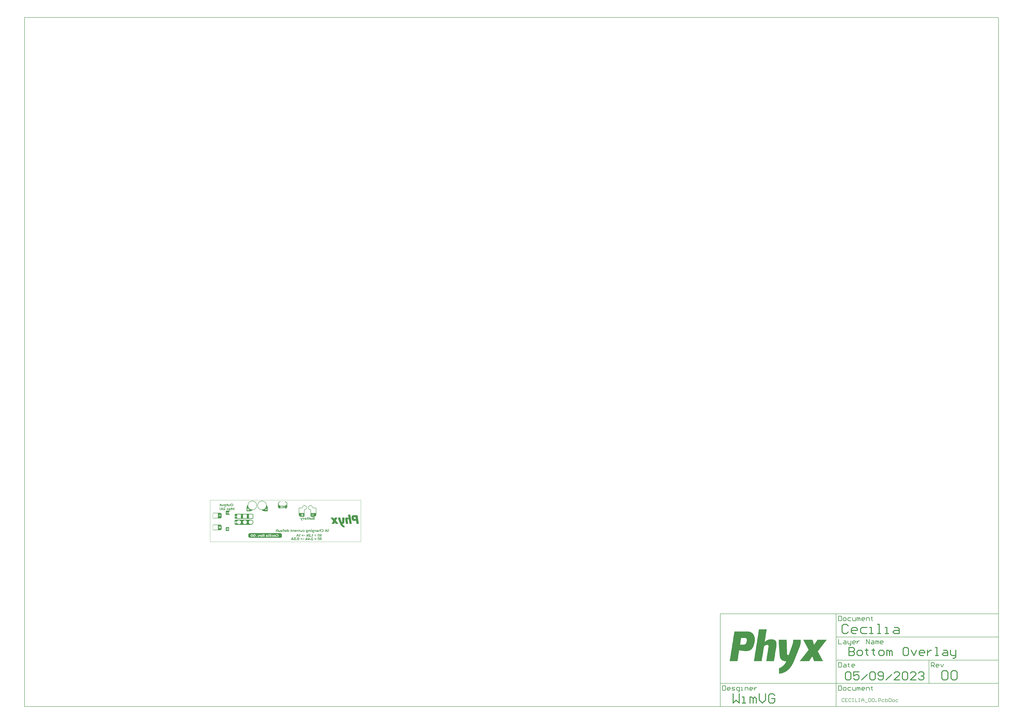
<source format=gbo>
G04*
G04 #@! TF.GenerationSoftware,Altium Limited,Altium Designer,23.8.1 (32)*
G04*
G04 Layer_Color=32896*
%FSLAX25Y25*%
%MOIN*%
G70*
G04*
G04 #@! TF.SameCoordinates,025227D9-4B7A-4FEB-AE1B-E4A00E2DEE92*
G04*
G04*
G04 #@! TF.FilePolarity,Positive*
G04*
G01*
G75*
%ADD10C,0.00787*%
%ADD11C,0.00591*%
%ADD12C,0.00394*%
%ADD13C,0.00984*%
%ADD14C,0.01575*%
%ADD15R,0.03937X0.01575*%
%ADD16R,0.01575X0.01575*%
%ADD17R,0.01575X0.01575*%
%ADD18R,0.00394X0.00787*%
%ADD98R,0.03937X0.01575*%
%ADD99R,0.04331X0.01575*%
%ADD100R,0.04724X0.01575*%
G36*
X128314Y68353D02*
X129030Y68056D01*
X129675Y67625D01*
X130223Y67077D01*
X130654Y66432D01*
X130951Y65715D01*
X131102Y64955D01*
Y64567D01*
Y59646D01*
Y59355D01*
X130989Y58784D01*
X130766Y58247D01*
X130443Y57763D01*
X130032Y57352D01*
X129548Y57029D01*
X129011Y56806D01*
X128440Y56693D01*
X118016D01*
X117446Y56806D01*
X116908Y57029D01*
X116425Y57352D01*
X116014Y57763D01*
X115690Y58247D01*
X115468Y58784D01*
X115354Y59355D01*
Y59646D01*
Y64567D01*
Y64955D01*
X115506Y65715D01*
X115802Y66432D01*
X116233Y67077D01*
X116782Y67625D01*
X117427Y68056D01*
X118143Y68353D01*
X118904Y68504D01*
X119370D01*
X119514Y68444D01*
X119625Y68333D01*
X119685Y68189D01*
Y68110D01*
Y68032D01*
X119625Y67887D01*
X119514Y67777D01*
X119370Y67716D01*
X119291D01*
X118990Y67702D01*
X118400Y67584D01*
X117844Y67354D01*
X117343Y67019D01*
X116918Y66594D01*
X116583Y66093D01*
X116353Y65537D01*
X116235Y64947D01*
X116220Y64646D01*
Y64488D01*
X116235Y64187D01*
X116353Y63597D01*
X116583Y63041D01*
X116918Y62540D01*
X117343Y62114D01*
X117844Y61780D01*
X118400Y61550D01*
X118990Y61432D01*
X119291Y61417D01*
X127165D01*
X127466Y61432D01*
X128057Y61550D01*
X128613Y61780D01*
X129113Y62114D01*
X129539Y62540D01*
X129874Y63041D01*
X130104Y63597D01*
X130221Y64187D01*
X130236Y64488D01*
Y64646D01*
X130221Y64947D01*
X130104Y65537D01*
X129874Y66093D01*
X129539Y66594D01*
X129113Y67019D01*
X128613Y67354D01*
X128057Y67584D01*
X127466Y67702D01*
X127165Y67716D01*
X127087D01*
X126942Y67777D01*
X126832Y67887D01*
X126772Y68032D01*
Y68110D01*
Y68189D01*
X126832Y68333D01*
X126942Y68444D01*
X127087Y68504D01*
X127553D01*
X128314Y68353D01*
D02*
G37*
G36*
X33745Y61850D02*
X33741Y61714D01*
X33729Y61586D01*
X33709Y61466D01*
X33685Y61358D01*
X33653Y61254D01*
X33621Y61162D01*
X33589Y61078D01*
X33549Y61002D01*
X33513Y60934D01*
X33481Y60878D01*
X33445Y60830D01*
X33417Y60790D01*
X33393Y60758D01*
X33373Y60734D01*
X33361Y60722D01*
X33357Y60718D01*
X33281Y60650D01*
X33201Y60594D01*
X33117Y60542D01*
X33029Y60498D01*
X32941Y60462D01*
X32853Y60430D01*
X32769Y60406D01*
X32685Y60386D01*
X32609Y60370D01*
X32537Y60358D01*
X32469Y60350D01*
X32413Y60346D01*
X32369Y60342D01*
X32333Y60338D01*
X32305D01*
X32189Y60342D01*
X32081Y60354D01*
X31985Y60374D01*
X31897Y60394D01*
X31861Y60406D01*
X31825Y60414D01*
X31797Y60426D01*
X31773Y60434D01*
X31753Y60438D01*
X31737Y60446D01*
X31729Y60450D01*
X31725D01*
X31625Y60498D01*
X31537Y60550D01*
X31457Y60606D01*
X31389Y60662D01*
X31337Y60710D01*
X31297Y60750D01*
X31281Y60766D01*
X31269Y60778D01*
X31265Y60782D01*
X31261Y60786D01*
Y60386D01*
X30333D01*
Y63754D01*
X31309D01*
Y62086D01*
X31313Y62006D01*
X31317Y61930D01*
X31329Y61858D01*
X31341Y61790D01*
X31357Y61730D01*
X31377Y61674D01*
X31397Y61622D01*
X31417Y61578D01*
X31437Y61538D01*
X31457Y61502D01*
X31473Y61474D01*
X31493Y61450D01*
X31505Y61430D01*
X31517Y61418D01*
X31521Y61410D01*
X31525Y61406D01*
X31565Y61366D01*
X31609Y61330D01*
X31657Y61302D01*
X31701Y61274D01*
X31749Y61254D01*
X31797Y61234D01*
X31885Y61206D01*
X31965Y61190D01*
X31997Y61186D01*
X32029Y61182D01*
X32053Y61178D01*
X32085D01*
X32149Y61182D01*
X32205Y61186D01*
X32261Y61198D01*
X32309Y61214D01*
X32401Y61254D01*
X32481Y61306D01*
X32545Y61366D01*
X32601Y61438D01*
X32649Y61510D01*
X32685Y61586D01*
X32713Y61662D01*
X32733Y61734D01*
X32749Y61806D01*
X32757Y61866D01*
X32765Y61918D01*
X32769Y61958D01*
Y61974D01*
Y61986D01*
Y61990D01*
Y61994D01*
Y63754D01*
X33745D01*
Y61850D01*
D02*
G37*
G36*
X22393D02*
X22389Y61714D01*
X22377Y61586D01*
X22357Y61466D01*
X22333Y61358D01*
X22301Y61254D01*
X22269Y61162D01*
X22237Y61078D01*
X22197Y61002D01*
X22161Y60934D01*
X22129Y60878D01*
X22093Y60830D01*
X22065Y60790D01*
X22041Y60758D01*
X22021Y60734D01*
X22009Y60722D01*
X22005Y60718D01*
X21929Y60650D01*
X21849Y60594D01*
X21765Y60542D01*
X21677Y60498D01*
X21589Y60462D01*
X21501Y60430D01*
X21417Y60406D01*
X21333Y60386D01*
X21257Y60370D01*
X21185Y60358D01*
X21117Y60350D01*
X21061Y60346D01*
X21017Y60342D01*
X20981Y60338D01*
X20953D01*
X20837Y60342D01*
X20729Y60354D01*
X20633Y60374D01*
X20545Y60394D01*
X20509Y60406D01*
X20473Y60414D01*
X20445Y60426D01*
X20421Y60434D01*
X20401Y60438D01*
X20385Y60446D01*
X20377Y60450D01*
X20373D01*
X20273Y60498D01*
X20185Y60550D01*
X20105Y60606D01*
X20037Y60662D01*
X19985Y60710D01*
X19945Y60750D01*
X19929Y60766D01*
X19917Y60778D01*
X19913Y60782D01*
X19909Y60786D01*
Y60386D01*
X18981D01*
Y63754D01*
X19957D01*
Y62086D01*
X19961Y62006D01*
X19965Y61930D01*
X19977Y61858D01*
X19989Y61790D01*
X20005Y61730D01*
X20025Y61674D01*
X20045Y61622D01*
X20065Y61578D01*
X20085Y61538D01*
X20105Y61502D01*
X20121Y61474D01*
X20141Y61450D01*
X20153Y61430D01*
X20165Y61418D01*
X20169Y61410D01*
X20173Y61406D01*
X20213Y61366D01*
X20257Y61330D01*
X20305Y61302D01*
X20349Y61274D01*
X20397Y61254D01*
X20445Y61234D01*
X20533Y61206D01*
X20613Y61190D01*
X20645Y61186D01*
X20677Y61182D01*
X20701Y61178D01*
X20733D01*
X20797Y61182D01*
X20853Y61186D01*
X20909Y61198D01*
X20957Y61214D01*
X21049Y61254D01*
X21129Y61306D01*
X21193Y61366D01*
X21249Y61438D01*
X21297Y61510D01*
X21333Y61586D01*
X21361Y61662D01*
X21381Y61734D01*
X21397Y61806D01*
X21405Y61866D01*
X21413Y61918D01*
X21417Y61958D01*
Y61974D01*
Y61986D01*
Y61990D01*
Y61994D01*
Y63754D01*
X22393D01*
Y61850D01*
D02*
G37*
G36*
X29305Y63678D02*
X29825D01*
Y62926D01*
X29305D01*
Y61542D01*
X29301Y61434D01*
X29289Y61334D01*
X29273Y61238D01*
X29253Y61150D01*
X29229Y61070D01*
X29201Y60994D01*
X29173Y60930D01*
X29141Y60870D01*
X29109Y60814D01*
X29081Y60770D01*
X29053Y60730D01*
X29029Y60698D01*
X29009Y60674D01*
X28989Y60658D01*
X28981Y60646D01*
X28977Y60642D01*
X28913Y60590D01*
X28841Y60542D01*
X28769Y60502D01*
X28693Y60466D01*
X28617Y60438D01*
X28537Y60414D01*
X28461Y60394D01*
X28389Y60378D01*
X28317Y60362D01*
X28253Y60354D01*
X28193Y60346D01*
X28145Y60342D01*
X28101D01*
X28073Y60338D01*
X28045D01*
X27961Y60342D01*
X27877Y60346D01*
X27805Y60354D01*
X27737Y60366D01*
X27681Y60374D01*
X27641Y60382D01*
X27625Y60386D01*
X27613D01*
X27609Y60390D01*
X27605D01*
X27529Y60410D01*
X27461Y60438D01*
X27401Y60462D01*
X27349Y60486D01*
X27305Y60510D01*
X27273Y60530D01*
X27257Y60542D01*
X27249Y60546D01*
X27513Y61234D01*
X27577Y61194D01*
X27645Y61162D01*
X27709Y61142D01*
X27773Y61126D01*
X27825Y61118D01*
X27869Y61114D01*
X27885Y61110D01*
X27909D01*
X27981Y61114D01*
X28041Y61130D01*
X28097Y61146D01*
X28141Y61170D01*
X28173Y61190D01*
X28201Y61210D01*
X28217Y61222D01*
X28221Y61226D01*
X28257Y61274D01*
X28285Y61326D01*
X28301Y61382D01*
X28317Y61434D01*
X28325Y61482D01*
X28329Y61518D01*
Y61534D01*
Y61546D01*
Y61550D01*
Y61554D01*
Y62926D01*
X27489D01*
Y63678D01*
X28329D01*
Y64498D01*
X29305D01*
Y63678D01*
D02*
G37*
G36*
X17953D02*
X18473D01*
Y62926D01*
X17953D01*
Y61542D01*
X17949Y61434D01*
X17937Y61334D01*
X17921Y61238D01*
X17901Y61150D01*
X17877Y61070D01*
X17849Y60994D01*
X17821Y60930D01*
X17789Y60870D01*
X17757Y60814D01*
X17729Y60770D01*
X17701Y60730D01*
X17677Y60698D01*
X17657Y60674D01*
X17637Y60658D01*
X17629Y60646D01*
X17625Y60642D01*
X17561Y60590D01*
X17489Y60542D01*
X17417Y60502D01*
X17341Y60466D01*
X17265Y60438D01*
X17185Y60414D01*
X17109Y60394D01*
X17037Y60378D01*
X16965Y60362D01*
X16901Y60354D01*
X16841Y60346D01*
X16793Y60342D01*
X16749D01*
X16721Y60338D01*
X16693D01*
X16609Y60342D01*
X16525Y60346D01*
X16453Y60354D01*
X16385Y60366D01*
X16329Y60374D01*
X16289Y60382D01*
X16273Y60386D01*
X16261D01*
X16257Y60390D01*
X16253D01*
X16177Y60410D01*
X16109Y60438D01*
X16049Y60462D01*
X15997Y60486D01*
X15953Y60510D01*
X15921Y60530D01*
X15905Y60542D01*
X15897Y60546D01*
X16161Y61234D01*
X16225Y61194D01*
X16293Y61162D01*
X16357Y61142D01*
X16421Y61126D01*
X16473Y61118D01*
X16517Y61114D01*
X16533Y61110D01*
X16557D01*
X16629Y61114D01*
X16689Y61130D01*
X16745Y61146D01*
X16789Y61170D01*
X16821Y61190D01*
X16849Y61210D01*
X16865Y61222D01*
X16869Y61226D01*
X16905Y61274D01*
X16933Y61326D01*
X16949Y61382D01*
X16965Y61434D01*
X16973Y61482D01*
X16977Y61518D01*
Y61534D01*
Y61546D01*
Y61550D01*
Y61554D01*
Y62926D01*
X16137D01*
Y63678D01*
X16977D01*
Y64498D01*
X17953D01*
Y63678D01*
D02*
G37*
G36*
X36949Y64838D02*
X37073Y64830D01*
X37189Y64814D01*
X37305Y64794D01*
X37413Y64774D01*
X37513Y64750D01*
X37605Y64722D01*
X37693Y64694D01*
X37773Y64666D01*
X37845Y64638D01*
X37905Y64614D01*
X37957Y64594D01*
X37997Y64574D01*
X38029Y64558D01*
X38045Y64550D01*
X38053Y64546D01*
X38153Y64490D01*
X38249Y64426D01*
X38337Y64362D01*
X38417Y64298D01*
X38497Y64230D01*
X38565Y64162D01*
X38629Y64098D01*
X38689Y64034D01*
X38741Y63974D01*
X38785Y63918D01*
X38825Y63866D01*
X38857Y63822D01*
X38881Y63786D01*
X38897Y63762D01*
X38909Y63742D01*
X38913Y63738D01*
X38969Y63642D01*
X39013Y63542D01*
X39057Y63438D01*
X39089Y63338D01*
X39121Y63242D01*
X39145Y63146D01*
X39165Y63054D01*
X39181Y62966D01*
X39197Y62882D01*
X39205Y62810D01*
X39213Y62742D01*
X39217Y62686D01*
Y62642D01*
X39221Y62606D01*
Y62586D01*
Y62578D01*
X39217Y62458D01*
X39209Y62342D01*
X39193Y62230D01*
X39173Y62122D01*
X39149Y62022D01*
X39125Y61926D01*
X39097Y61834D01*
X39065Y61754D01*
X39037Y61678D01*
X39009Y61610D01*
X38985Y61554D01*
X38961Y61506D01*
X38941Y61466D01*
X38925Y61438D01*
X38917Y61422D01*
X38913Y61414D01*
X38853Y61322D01*
X38785Y61230D01*
X38717Y61146D01*
X38645Y61070D01*
X38577Y60998D01*
X38505Y60930D01*
X38433Y60870D01*
X38365Y60818D01*
X38301Y60770D01*
X38241Y60726D01*
X38189Y60690D01*
X38145Y60658D01*
X38105Y60638D01*
X38077Y60618D01*
X38061Y60610D01*
X38053Y60606D01*
X37949Y60554D01*
X37841Y60510D01*
X37737Y60470D01*
X37629Y60438D01*
X37525Y60410D01*
X37425Y60386D01*
X37325Y60366D01*
X37233Y60350D01*
X37149Y60338D01*
X37069Y60330D01*
X37001Y60322D01*
X36941Y60318D01*
X36893D01*
X36857Y60314D01*
X36825D01*
X36697Y60318D01*
X36577Y60326D01*
X36457Y60342D01*
X36345Y60358D01*
X36237Y60382D01*
X36137Y60406D01*
X36041Y60434D01*
X35953Y60462D01*
X35877Y60486D01*
X35805Y60514D01*
X35745Y60538D01*
X35693Y60562D01*
X35653Y60578D01*
X35621Y60594D01*
X35605Y60602D01*
X35597Y60606D01*
X35497Y60662D01*
X35401Y60726D01*
X35313Y60790D01*
X35233Y60854D01*
X35153Y60922D01*
X35085Y60990D01*
X35021Y61058D01*
X34961Y61118D01*
X34909Y61178D01*
X34865Y61234D01*
X34825Y61286D01*
X34793Y61330D01*
X34769Y61366D01*
X34753Y61390D01*
X34741Y61410D01*
X34737Y61414D01*
X34681Y61514D01*
X34633Y61614D01*
X34593Y61714D01*
X34557Y61814D01*
X34525Y61914D01*
X34501Y62010D01*
X34481Y62102D01*
X34465Y62190D01*
X34453Y62270D01*
X34441Y62346D01*
X34433Y62414D01*
X34429Y62470D01*
X34425Y62514D01*
Y62550D01*
Y62570D01*
Y62578D01*
X34429Y62698D01*
X34437Y62814D01*
X34453Y62926D01*
X34473Y63030D01*
X34497Y63134D01*
X34525Y63230D01*
X34553Y63318D01*
X34581Y63398D01*
X34609Y63474D01*
X34637Y63542D01*
X34665Y63598D01*
X34689Y63646D01*
X34709Y63686D01*
X34725Y63714D01*
X34733Y63734D01*
X34737Y63738D01*
X34797Y63834D01*
X34865Y63922D01*
X34933Y64006D01*
X35001Y64082D01*
X35073Y64154D01*
X35145Y64222D01*
X35217Y64282D01*
X35285Y64334D01*
X35349Y64386D01*
X35409Y64426D01*
X35461Y64462D01*
X35505Y64494D01*
X35545Y64514D01*
X35573Y64534D01*
X35589Y64542D01*
X35597Y64546D01*
X35701Y64598D01*
X35805Y64642D01*
X35913Y64682D01*
X36017Y64718D01*
X36121Y64746D01*
X36225Y64770D01*
X36321Y64790D01*
X36413Y64806D01*
X36501Y64818D01*
X36581Y64826D01*
X36649Y64834D01*
X36709Y64838D01*
X36757Y64842D01*
X36825D01*
X36949Y64838D01*
D02*
G37*
G36*
X24837Y63802D02*
X24953Y63786D01*
X25065Y63766D01*
X25169Y63738D01*
X25261Y63706D01*
X25349Y63666D01*
X25429Y63626D01*
X25497Y63586D01*
X25561Y63546D01*
X25613Y63506D01*
X25661Y63470D01*
X25697Y63434D01*
X25729Y63406D01*
X25749Y63386D01*
X25761Y63370D01*
X25765Y63366D01*
Y63754D01*
X26701D01*
Y59174D01*
X25721D01*
Y60742D01*
X25649Y60670D01*
X25573Y60610D01*
X25489Y60554D01*
X25409Y60510D01*
X25325Y60470D01*
X25237Y60438D01*
X25157Y60410D01*
X25077Y60390D01*
X25001Y60370D01*
X24933Y60358D01*
X24869Y60350D01*
X24817Y60346D01*
X24769Y60342D01*
X24737Y60338D01*
X24709D01*
X24621Y60342D01*
X24537Y60346D01*
X24377Y60370D01*
X24301Y60386D01*
X24229Y60406D01*
X24165Y60426D01*
X24105Y60446D01*
X24049Y60462D01*
X24001Y60482D01*
X23957Y60502D01*
X23921Y60518D01*
X23893Y60530D01*
X23869Y60542D01*
X23857Y60546D01*
X23853Y60550D01*
X23781Y60594D01*
X23717Y60638D01*
X23653Y60686D01*
X23597Y60738D01*
X23541Y60786D01*
X23493Y60838D01*
X23449Y60886D01*
X23405Y60934D01*
X23369Y60982D01*
X23337Y61022D01*
X23313Y61062D01*
X23289Y61094D01*
X23273Y61122D01*
X23261Y61142D01*
X23253Y61154D01*
X23249Y61158D01*
X23209Y61234D01*
X23177Y61310D01*
X23145Y61386D01*
X23121Y61466D01*
X23081Y61618D01*
X23069Y61690D01*
X23057Y61762D01*
X23049Y61826D01*
X23041Y61886D01*
X23037Y61938D01*
X23033Y61982D01*
X23029Y62018D01*
Y62046D01*
Y62066D01*
Y62070D01*
X23033Y62166D01*
X23037Y62258D01*
X23049Y62346D01*
X23065Y62430D01*
X23081Y62510D01*
X23097Y62586D01*
X23117Y62654D01*
X23137Y62718D01*
X23161Y62778D01*
X23181Y62826D01*
X23197Y62874D01*
X23213Y62910D01*
X23229Y62938D01*
X23241Y62962D01*
X23245Y62974D01*
X23249Y62978D01*
X23293Y63050D01*
X23337Y63118D01*
X23385Y63178D01*
X23437Y63238D01*
X23485Y63294D01*
X23537Y63342D01*
X23585Y63390D01*
X23633Y63430D01*
X23677Y63466D01*
X23721Y63498D01*
X23757Y63526D01*
X23789Y63546D01*
X23817Y63562D01*
X23837Y63578D01*
X23849Y63582D01*
X23853Y63586D01*
X23925Y63626D01*
X24001Y63658D01*
X24073Y63690D01*
X24149Y63714D01*
X24293Y63754D01*
X24361Y63766D01*
X24425Y63778D01*
X24485Y63786D01*
X24541Y63794D01*
X24589Y63798D01*
X24629Y63802D01*
X24661Y63806D01*
X24709D01*
X24837Y63802D01*
D02*
G37*
G36*
X24493Y58350D02*
X24597Y58346D01*
X24697Y58334D01*
X24789Y58322D01*
X24881Y58306D01*
X24965Y58286D01*
X25045Y58266D01*
X25117Y58246D01*
X25185Y58226D01*
X25245Y58206D01*
X25293Y58190D01*
X25337Y58170D01*
X25373Y58158D01*
X25397Y58146D01*
X25413Y58142D01*
X25417Y58138D01*
X25501Y58094D01*
X25577Y58050D01*
X25649Y58002D01*
X25717Y57954D01*
X25781Y57906D01*
X25841Y57854D01*
X25893Y57806D01*
X25941Y57758D01*
X25981Y57714D01*
X26021Y57674D01*
X26053Y57638D01*
X26077Y57606D01*
X26097Y57578D01*
X26113Y57558D01*
X26121Y57546D01*
X26125Y57542D01*
X25385Y57066D01*
X25325Y57142D01*
X25257Y57210D01*
X25193Y57266D01*
X25133Y57314D01*
X25077Y57350D01*
X25037Y57374D01*
X25021Y57382D01*
X25009Y57390D01*
X25001Y57394D01*
X24997D01*
X24909Y57430D01*
X24817Y57458D01*
X24729Y57478D01*
X24649Y57494D01*
X24581Y57502D01*
X24549D01*
X24525Y57506D01*
X24477D01*
X24357Y57498D01*
X24249Y57482D01*
X24205Y57474D01*
X24161Y57462D01*
X24121Y57446D01*
X24089Y57434D01*
X24057Y57422D01*
X24029Y57406D01*
X24009Y57394D01*
X23989Y57386D01*
X23977Y57374D01*
X23965Y57370D01*
X23957Y57362D01*
X23925Y57334D01*
X23897Y57306D01*
X23853Y57238D01*
X23821Y57174D01*
X23801Y57106D01*
X23785Y57050D01*
X23781Y57002D01*
X23777Y56982D01*
Y56970D01*
Y56962D01*
Y56958D01*
X23781Y56890D01*
X23793Y56826D01*
X23809Y56762D01*
X23825Y56706D01*
X23841Y56658D01*
X23857Y56622D01*
X23869Y56598D01*
X23873Y56594D01*
Y56590D01*
X23893Y56554D01*
X23913Y56518D01*
X23969Y56442D01*
X24029Y56370D01*
X24089Y56302D01*
X24145Y56242D01*
X24169Y56214D01*
X24189Y56194D01*
X24209Y56174D01*
X24221Y56162D01*
X24229Y56154D01*
X24233Y56150D01*
X25925Y54554D01*
Y53898D01*
X22609D01*
Y54722D01*
X24497D01*
X23489Y55674D01*
X23413Y55750D01*
X23341Y55818D01*
X23273Y55890D01*
X23217Y55954D01*
X23161Y56018D01*
X23113Y56074D01*
X23073Y56130D01*
X23033Y56182D01*
X23001Y56226D01*
X22977Y56266D01*
X22953Y56302D01*
X22937Y56330D01*
X22921Y56354D01*
X22913Y56370D01*
X22905Y56382D01*
Y56386D01*
X22853Y56506D01*
X22817Y56626D01*
X22789Y56738D01*
X22773Y56842D01*
X22765Y56886D01*
X22761Y56930D01*
X22757Y56966D01*
Y56998D01*
X22753Y57022D01*
Y57042D01*
Y57054D01*
Y57058D01*
X22757Y57130D01*
X22761Y57202D01*
X22785Y57334D01*
X22801Y57394D01*
X22817Y57450D01*
X22837Y57502D01*
X22853Y57550D01*
X22873Y57594D01*
X22893Y57634D01*
X22909Y57666D01*
X22925Y57694D01*
X22937Y57718D01*
X22949Y57734D01*
X22953Y57742D01*
X22957Y57746D01*
X23041Y57850D01*
X23133Y57938D01*
X23229Y58018D01*
X23321Y58078D01*
X23401Y58130D01*
X23437Y58150D01*
X23469Y58166D01*
X23493Y58178D01*
X23513Y58186D01*
X23525Y58194D01*
X23529D01*
X23669Y58246D01*
X23817Y58286D01*
X23961Y58314D01*
X24029Y58326D01*
X24093Y58334D01*
X24153Y58342D01*
X24209Y58346D01*
X24261Y58350D01*
X24301D01*
X24337Y58354D01*
X24385D01*
X24493Y58350D01*
D02*
G37*
G36*
X30309Y55594D02*
X31605Y53898D01*
X30541D01*
X29777Y54930D01*
X29037Y53898D01*
X27929D01*
X29233Y55618D01*
X27981Y57266D01*
X29017D01*
X29753Y56282D01*
X30465Y57266D01*
X31561D01*
X30309Y55594D01*
D02*
G37*
G36*
X33837Y57314D02*
X33981Y57302D01*
X34113Y57282D01*
X34177Y57274D01*
X34233Y57266D01*
X34285Y57254D01*
X34333Y57246D01*
X34377Y57234D01*
X34409Y57226D01*
X34437Y57222D01*
X34461Y57214D01*
X34473Y57210D01*
X34477D01*
X34617Y57166D01*
X34741Y57118D01*
X34801Y57094D01*
X34853Y57066D01*
X34905Y57042D01*
X34949Y57018D01*
X34993Y56998D01*
X35029Y56978D01*
X35061Y56958D01*
X35089Y56942D01*
X35109Y56930D01*
X35125Y56918D01*
X35133Y56914D01*
X35137Y56910D01*
X34789Y56226D01*
X34717Y56278D01*
X34641Y56322D01*
X34569Y56362D01*
X34497Y56394D01*
X34437Y56418D01*
X34409Y56430D01*
X34389Y56438D01*
X34369Y56446D01*
X34357Y56450D01*
X34349Y56454D01*
X34345D01*
X34249Y56482D01*
X34153Y56502D01*
X34065Y56518D01*
X33985Y56526D01*
X33917Y56534D01*
X33885D01*
X33861Y56538D01*
X33745D01*
X33681Y56530D01*
X33621Y56522D01*
X33561Y56510D01*
X33509Y56498D01*
X33461Y56482D01*
X33421Y56470D01*
X33381Y56454D01*
X33349Y56438D01*
X33317Y56422D01*
X33293Y56406D01*
X33273Y56394D01*
X33257Y56382D01*
X33245Y56374D01*
X33241Y56370D01*
X33237Y56366D01*
X33201Y56334D01*
X33173Y56294D01*
X33145Y56258D01*
X33125Y56218D01*
X33089Y56134D01*
X33065Y56054D01*
X33053Y55986D01*
X33045Y55954D01*
Y55926D01*
X33041Y55906D01*
Y55890D01*
Y55878D01*
Y55874D01*
X33817D01*
X33953Y55870D01*
X34077Y55862D01*
X34193Y55850D01*
X34301Y55834D01*
X34397Y55810D01*
X34489Y55790D01*
X34569Y55766D01*
X34641Y55742D01*
X34705Y55714D01*
X34761Y55690D01*
X34809Y55670D01*
X34845Y55650D01*
X34877Y55630D01*
X34897Y55618D01*
X34909Y55610D01*
X34913Y55606D01*
X34973Y55554D01*
X35029Y55498D01*
X35077Y55438D01*
X35117Y55378D01*
X35149Y55314D01*
X35177Y55254D01*
X35201Y55194D01*
X35221Y55134D01*
X35237Y55082D01*
X35245Y55030D01*
X35253Y54982D01*
X35261Y54946D01*
Y54910D01*
X35265Y54886D01*
Y54870D01*
Y54866D01*
X35257Y54758D01*
X35241Y54662D01*
X35217Y54574D01*
X35189Y54494D01*
X35161Y54430D01*
X35149Y54406D01*
X35137Y54382D01*
X35125Y54366D01*
X35121Y54354D01*
X35113Y54346D01*
Y54342D01*
X35049Y54258D01*
X34981Y54186D01*
X34909Y54126D01*
X34837Y54074D01*
X34773Y54034D01*
X34749Y54014D01*
X34725Y54002D01*
X34705Y53990D01*
X34689Y53986D01*
X34681Y53978D01*
X34677D01*
X34565Y53934D01*
X34453Y53906D01*
X34341Y53882D01*
X34233Y53866D01*
X34185Y53862D01*
X34141Y53858D01*
X34105Y53854D01*
X34069D01*
X34041Y53850D01*
X34005D01*
X33869Y53854D01*
X33745Y53870D01*
X33629Y53894D01*
X33525Y53922D01*
X33433Y53958D01*
X33349Y53998D01*
X33273Y54038D01*
X33209Y54082D01*
X33153Y54126D01*
X33105Y54166D01*
X33065Y54206D01*
X33033Y54242D01*
X33009Y54270D01*
X32989Y54294D01*
X32981Y54310D01*
X32977Y54314D01*
Y53898D01*
X32061D01*
Y55818D01*
X32065Y55954D01*
X32077Y56082D01*
X32101Y56202D01*
X32125Y56310D01*
X32157Y56414D01*
X32193Y56506D01*
X32233Y56586D01*
X32269Y56662D01*
X32309Y56726D01*
X32349Y56786D01*
X32385Y56834D01*
X32417Y56874D01*
X32441Y56902D01*
X32461Y56926D01*
X32477Y56938D01*
X32481Y56942D01*
X32565Y57010D01*
X32653Y57066D01*
X32749Y57118D01*
X32845Y57158D01*
X32945Y57194D01*
X33045Y57226D01*
X33145Y57250D01*
X33241Y57270D01*
X33329Y57286D01*
X33413Y57298D01*
X33489Y57306D01*
X33557Y57314D01*
X33609D01*
X33649Y57318D01*
X33685D01*
X33837Y57314D01*
D02*
G37*
G36*
X40961Y53898D02*
X40005D01*
Y56470D01*
X38721Y54358D01*
X38265D01*
X36977Y56526D01*
X36969Y53898D01*
X36017D01*
X36029Y58282D01*
X36861D01*
X38477Y55554D01*
X40121Y58282D01*
X40961D01*
Y53898D01*
D02*
G37*
G36*
X17117Y55418D02*
X16337D01*
X16145Y58282D01*
X17309D01*
X17117Y55418D01*
D02*
G37*
G36*
X22489Y53898D02*
X21453D01*
X21065Y54834D01*
X19029D01*
X18637Y53898D01*
X17573D01*
X19533Y58282D01*
X20537D01*
X22489Y53898D01*
D02*
G37*
G36*
X16821Y54966D02*
X16905Y54950D01*
X16977Y54922D01*
X17041Y54894D01*
X17093Y54866D01*
X17129Y54838D01*
X17153Y54822D01*
X17157Y54814D01*
X17161D01*
X17217Y54750D01*
X17257Y54686D01*
X17289Y54618D01*
X17309Y54554D01*
X17321Y54498D01*
X17325Y54454D01*
X17329Y54438D01*
Y54426D01*
Y54418D01*
Y54414D01*
X17325Y54370D01*
X17321Y54330D01*
X17301Y54254D01*
X17273Y54182D01*
X17241Y54126D01*
X17213Y54078D01*
X17185Y54042D01*
X17165Y54022D01*
X17157Y54018D01*
Y54014D01*
X17089Y53958D01*
X17017Y53918D01*
X16945Y53890D01*
X16877Y53870D01*
X16817Y53858D01*
X16789Y53854D01*
X16769D01*
X16749Y53850D01*
X16725D01*
X16633Y53858D01*
X16549Y53874D01*
X16477Y53902D01*
X16413Y53934D01*
X16365Y53962D01*
X16329Y53990D01*
X16305Y54006D01*
X16297Y54014D01*
X16265Y54046D01*
X16241Y54078D01*
X16197Y54146D01*
X16165Y54214D01*
X16145Y54274D01*
X16133Y54330D01*
X16129Y54374D01*
X16125Y54390D01*
Y54402D01*
Y54410D01*
Y54414D01*
Y54458D01*
X16133Y54502D01*
X16153Y54578D01*
X16181Y54646D01*
X16209Y54706D01*
X16241Y54750D01*
X16269Y54786D01*
X16289Y54806D01*
X16293Y54814D01*
X16297D01*
X16365Y54866D01*
X16433Y54906D01*
X16505Y54934D01*
X16573Y54954D01*
X16633Y54966D01*
X16661Y54970D01*
X16681D01*
X16701Y54974D01*
X16725D01*
X16821Y54966D01*
D02*
G37*
G36*
X95669Y62598D02*
X96231Y62037D01*
X97114Y60716D01*
X97722Y59248D01*
X98032Y57690D01*
Y56896D01*
Y52756D01*
Y52599D01*
X97912Y52310D01*
X97690Y52088D01*
X97401Y51968D01*
X92310D01*
X90752Y52278D01*
X89284Y52886D01*
X87963Y53769D01*
X87402Y54331D01*
X89438D01*
X89701Y54344D01*
X90218Y54447D01*
X90705Y54648D01*
X91143Y54941D01*
X91339Y55118D01*
X91432Y55123D01*
X91615Y55159D01*
X91787Y55230D01*
X91942Y55334D01*
X92011Y55396D01*
X92011Y55396D01*
X93307Y56693D01*
Y52756D01*
X97244D01*
Y56693D01*
X93307D01*
X94604Y57989D01*
X94666Y58058D01*
X94770Y58213D01*
X94841Y58385D01*
X94877Y58568D01*
X94882Y58661D01*
X95059Y58857D01*
X95352Y59295D01*
X95553Y59782D01*
X95656Y60299D01*
X95669Y60562D01*
Y62598D01*
X95669Y62598D01*
X95669Y62598D01*
Y62598D01*
D02*
G37*
G36*
X64173Y60562D02*
X64186Y60299D01*
X64289Y59782D01*
X64491Y59295D01*
X64784Y58857D01*
X64961Y58661D01*
X64965Y58568D01*
X65001Y58385D01*
X65073Y58213D01*
X65176Y58058D01*
X65239Y57989D01*
X65239D01*
X66535Y56693D01*
X62598D01*
Y52756D01*
X66535D01*
Y56693D01*
X67832Y55396D01*
Y55396D01*
X67901Y55334D01*
X68056Y55230D01*
X68228Y55159D01*
X68411Y55123D01*
X68504Y55118D01*
X68699Y54941D01*
X69138Y54648D01*
X69625Y54447D01*
X70141Y54344D01*
X70405Y54331D01*
X72441D01*
X71879Y53769D01*
X70558Y52886D01*
X69090Y52278D01*
X67532Y51968D01*
X62442D01*
X62152Y52088D01*
X61931Y52310D01*
X61811Y52599D01*
Y52756D01*
Y56896D01*
Y57690D01*
X62121Y59248D01*
X62729Y60716D01*
X63612Y62037D01*
X64173Y62598D01*
Y60562D01*
D02*
G37*
G36*
X35086Y52739D02*
X34405Y52603D01*
X33763Y52337D01*
X33185Y51952D01*
X32694Y51460D01*
X32308Y50883D01*
X32042Y50241D01*
X31907Y49560D01*
X31890Y49213D01*
X31907Y48866D01*
X32042Y48184D01*
X32308Y47543D01*
X32694Y46965D01*
X33185Y46474D01*
X33763Y46088D01*
X34405Y45822D01*
X35086Y45687D01*
X35433Y45669D01*
X27402D01*
X27113Y45789D01*
X26891Y46011D01*
X26772Y46300D01*
Y46457D01*
Y49213D01*
Y51968D01*
Y52125D01*
X26891Y52415D01*
X27113Y52636D01*
X27402Y52756D01*
X35433D01*
X35086Y52739D01*
D02*
G37*
G36*
X250286Y45204D02*
X250286Y45120D01*
X250286Y45037D01*
Y44953D01*
X250286Y44870D01*
X250286Y44786D01*
Y44703D01*
X250369Y44703D01*
Y44619D01*
Y44535D01*
Y44452D01*
Y44368D01*
Y44285D01*
X250369Y44201D01*
X250453Y44201D01*
X250453Y44118D01*
X250453Y44034D01*
Y43951D01*
X250453Y43867D01*
X250453Y43784D01*
Y43701D01*
X250453Y43617D01*
X250536D01*
X250536Y43533D01*
X250536Y43450D01*
X250536Y43366D01*
X250536Y43283D01*
X250536Y43199D01*
X250536Y43116D01*
X250620Y43116D01*
X250620Y43032D01*
Y42949D01*
X250620Y42865D01*
X250620Y42782D01*
Y42698D01*
Y42615D01*
X250703Y42615D01*
X250703Y42531D01*
X250703Y42448D01*
X250703Y42364D01*
X250703Y42281D01*
X250703Y42197D01*
Y42114D01*
X250703Y42030D01*
X250787Y42030D01*
Y41947D01*
X250787Y41863D01*
X250787Y41780D01*
Y41696D01*
Y41613D01*
X250787Y41529D01*
X250870D01*
X250870Y41446D01*
Y41362D01*
X250870Y41279D01*
Y41195D01*
X250870Y41112D01*
X250870Y41028D01*
X250954D01*
X250954Y40945D01*
X250954Y40861D01*
X250954Y40778D01*
X250954Y40694D01*
X250954Y40611D01*
Y40527D01*
X250954Y40444D01*
X251037Y40444D01*
X251037Y40360D01*
Y40277D01*
Y40193D01*
X251037Y40110D01*
X251037Y40026D01*
Y39942D01*
X251121D01*
X251121Y39859D01*
Y39775D01*
X251121Y39692D01*
Y39608D01*
Y39525D01*
Y39441D01*
X251204D01*
X251204Y39358D01*
Y39274D01*
Y39191D01*
X251204Y39107D01*
Y39024D01*
Y38940D01*
X251288D01*
X251288Y38857D01*
X251288Y38773D01*
X251288Y38690D01*
X251288Y38606D01*
Y38523D01*
X251288Y38439D01*
X251288Y38356D01*
X251372Y38356D01*
X251371Y38272D01*
Y38189D01*
X251372Y38105D01*
X251371Y38022D01*
Y37938D01*
X251371Y37855D01*
X251455Y37855D01*
X251455Y37771D01*
X251455Y37688D01*
Y37604D01*
Y37521D01*
Y37437D01*
X251455Y37354D01*
X251538Y37354D01*
X251538Y37270D01*
X251538Y37187D01*
X251538Y37103D01*
Y37020D01*
X251538Y36936D01*
X251538Y36853D01*
X251538Y36769D01*
X251622D01*
X251622Y36686D01*
X251622Y36602D01*
X251622Y36519D01*
X251622Y36435D01*
X251622Y36352D01*
X251622Y36268D01*
X251706Y36268D01*
Y36185D01*
X251706Y36101D01*
Y36018D01*
Y35934D01*
Y35851D01*
X251706Y35767D01*
X251789Y35767D01*
Y35684D01*
X251789Y35600D01*
Y35517D01*
X251789Y35433D01*
X251789Y35350D01*
X251789Y35266D01*
X251872Y35266D01*
X251872Y35183D01*
X251872Y35099D01*
X251872Y35015D01*
Y34932D01*
Y34848D01*
Y34765D01*
Y34681D01*
X251956Y34681D01*
X251956Y34598D01*
X251956Y34514D01*
Y34431D01*
X251956Y34347D01*
X251956Y34264D01*
Y34180D01*
X252040Y34180D01*
X252040Y34097D01*
X252040Y34013D01*
Y33930D01*
X252040Y33846D01*
X252040Y33763D01*
Y33679D01*
X252123Y33679D01*
Y33596D01*
X252123Y33512D01*
X252123Y33429D01*
Y33345D01*
X252123Y33262D01*
X252123Y33178D01*
X252207D01*
Y33095D01*
X252207Y33011D01*
X252206Y32928D01*
X252207Y32844D01*
X252207Y32761D01*
X252207Y32677D01*
X252207Y32594D01*
X252290D01*
Y32510D01*
Y32427D01*
Y32343D01*
Y32260D01*
Y32176D01*
X252290Y32093D01*
X252374Y32093D01*
X252374Y32009D01*
Y31926D01*
X252374Y31842D01*
X252374Y31759D01*
X252374Y31675D01*
X252374Y31592D01*
X252457Y31592D01*
Y31508D01*
X252457Y31425D01*
X252457Y31341D01*
Y31258D01*
X252457Y31174D01*
X252457Y31091D01*
Y31007D01*
X252541Y31007D01*
Y30924D01*
X252541Y30840D01*
X252541Y30757D01*
Y30673D01*
Y30590D01*
X252624Y30590D01*
Y30506D01*
X248699D01*
X248699Y30590D01*
X248699Y30673D01*
Y30757D01*
Y30840D01*
Y30924D01*
X248699Y31007D01*
X248699Y31091D01*
X248616D01*
Y31174D01*
Y31258D01*
X248616Y31341D01*
Y31425D01*
X248616Y31508D01*
X248616Y31592D01*
X248532Y31592D01*
X248532Y31675D01*
X248532Y31759D01*
Y31842D01*
X248532Y31926D01*
X248532Y32009D01*
X248532Y32093D01*
X248449Y32093D01*
Y32176D01*
Y32260D01*
Y32343D01*
Y32427D01*
Y32510D01*
X248449Y32594D01*
X248449Y32677D01*
X248365Y32677D01*
Y32761D01*
Y32844D01*
Y32928D01*
X248365Y33011D01*
X248365Y33095D01*
Y33178D01*
X248282Y33178D01*
X248282Y33262D01*
X248282Y33345D01*
X248282Y33429D01*
X248282Y33512D01*
X248282Y33596D01*
X248282Y33679D01*
X248198Y33679D01*
X248198Y33763D01*
X248198Y33846D01*
X248198Y33930D01*
Y34013D01*
X248198Y34097D01*
X248198Y34180D01*
Y34264D01*
X248115Y34264D01*
Y34347D01*
Y34431D01*
Y34514D01*
X248115Y34598D01*
X248115Y34681D01*
X248115Y34765D01*
X248031Y34765D01*
Y34848D01*
Y34932D01*
Y35015D01*
X248031Y35099D01*
Y35182D01*
X248031Y35266D01*
X247948Y35266D01*
X247948Y35350D01*
X247948Y35433D01*
Y35517D01*
X247948Y35600D01*
X247948Y35684D01*
X247948Y35767D01*
Y35851D01*
X247530Y35851D01*
Y35767D01*
X247112D01*
Y35684D01*
X246695D01*
X246695Y35600D01*
X246110D01*
X246111Y35517D01*
X245359D01*
X245359Y35433D01*
X243856D01*
Y35517D01*
X243355D01*
X243355Y35600D01*
X243104Y35600D01*
X243104Y35684D01*
X242854Y35684D01*
X242854Y35767D01*
X242603D01*
X242603Y35851D01*
X242436D01*
X242436Y35934D01*
X242353Y35934D01*
X242353Y36018D01*
X242186D01*
Y36101D01*
X242102D01*
Y36185D01*
X241935Y36185D01*
X241935Y36268D01*
X241851D01*
Y36352D01*
X241768D01*
X241768Y36435D01*
X241685Y36435D01*
X241685Y36519D01*
X241601D01*
X241601Y36602D01*
X241517Y36602D01*
X241517Y36686D01*
X241517Y36769D01*
X241434Y36769D01*
Y36853D01*
X241350D01*
Y36936D01*
X241267D01*
X241267Y37020D01*
Y37103D01*
X241183D01*
X241183Y37187D01*
X241100Y37187D01*
Y37270D01*
X241100Y37354D01*
X241016Y37354D01*
X241016Y37437D01*
Y37521D01*
X240933Y37521D01*
X240933Y37604D01*
X240933Y37688D01*
X240849D01*
X240849Y37771D01*
Y37855D01*
Y37938D01*
X240766Y37938D01*
X240766Y38022D01*
X240766Y38105D01*
X240682D01*
Y38189D01*
Y38272D01*
X240682Y38356D01*
X240599Y38356D01*
X240599Y38439D01*
Y38523D01*
X240599Y38606D01*
X240599Y38690D01*
X240515Y38690D01*
Y38773D01*
Y38857D01*
X240515Y38940D01*
X240432Y38940D01*
Y39024D01*
X240432Y39107D01*
X240432Y39191D01*
Y39274D01*
Y39358D01*
X240348Y39358D01*
Y39441D01*
Y39525D01*
X240348Y39608D01*
X240348Y39692D01*
X240348Y39775D01*
X240265Y39775D01*
Y39859D01*
X240265Y39942D01*
X240265Y40026D01*
X240265Y40110D01*
X240265Y40193D01*
X240265Y40277D01*
Y40360D01*
X240181Y40360D01*
X240181Y40444D01*
Y40527D01*
X240181Y40611D01*
X240181Y40694D01*
X240181Y40778D01*
X240181Y40861D01*
X240181Y40945D01*
X240181Y41028D01*
Y41112D01*
Y41195D01*
X240181Y41279D01*
X240181Y41362D01*
X240181Y41446D01*
Y41529D01*
X240181Y41613D01*
Y41696D01*
Y41780D01*
X240181Y41863D01*
X240181Y41947D01*
X240181Y42030D01*
X240265D01*
X240265Y42114D01*
X240265Y42197D01*
X240265Y42281D01*
X240265Y42364D01*
X240265Y42448D01*
X240348D01*
Y42531D01*
Y42615D01*
X240348Y42698D01*
X240348Y42782D01*
X240432Y42782D01*
Y42865D01*
X240432Y42949D01*
X240432Y43032D01*
X240515D01*
Y43116D01*
Y43199D01*
X240515Y43283D01*
X240599D01*
Y43366D01*
Y43450D01*
X240682Y43450D01*
X240682Y43533D01*
X240766Y43533D01*
Y43617D01*
X240766Y43700D01*
X240849D01*
X240849Y43784D01*
X240933D01*
Y43867D01*
X240933Y43951D01*
X241016D01*
Y44034D01*
X241100Y44034D01*
X241100Y44118D01*
X241183Y44118D01*
Y44201D01*
X241267Y44201D01*
Y44285D01*
X241351D01*
Y44368D01*
X241434Y44368D01*
X241434Y44452D01*
X241601Y44452D01*
X241601Y44535D01*
X241685D01*
Y44619D01*
X241851Y44619D01*
X241851Y44703D01*
X241935D01*
X241935Y44786D01*
X242102D01*
X242102Y44870D01*
X242353Y44870D01*
X242353Y44953D01*
X242603Y44953D01*
Y45037D01*
X242854Y45037D01*
Y45120D01*
X243355D01*
X243355Y45204D01*
X250286Y45204D01*
D02*
G37*
G36*
X180079Y46063D02*
Y45753D01*
X179958Y45144D01*
X179720Y44571D01*
X179376Y44055D01*
X178937Y43617D01*
X178421Y43272D01*
X177848Y43034D01*
X177239Y42913D01*
X171811D01*
X171446Y43064D01*
X171168Y43343D01*
X171017Y43707D01*
Y43905D01*
Y48819D01*
X180079D01*
Y46063D01*
D02*
G37*
G36*
X159850Y43905D02*
Y43707D01*
X159699Y43343D01*
X159420Y43064D01*
X159055Y42913D01*
X153627D01*
X153018Y43034D01*
X152445Y43272D01*
X151929Y43617D01*
X151490Y44055D01*
X151146Y44571D01*
X150908Y45144D01*
X150787Y45753D01*
Y46063D01*
Y48819D01*
X159850D01*
Y43905D01*
D02*
G37*
G36*
X62320Y47421D02*
X72081Y47421D01*
X72320Y47421D01*
X72761Y47238D01*
X73099Y46901D01*
X73282Y46459D01*
X73282Y46220D01*
X73282Y46220D01*
Y43263D01*
Y40306D01*
X73282Y40306D01*
X73282Y40067D01*
X73099Y39626D01*
X72761Y39288D01*
X72320Y39105D01*
X72081Y39105D01*
X62320Y39105D01*
X62320D01*
X43368D01*
X42563Y39439D01*
X41947Y40055D01*
X41614Y40859D01*
Y41295D01*
X45551D01*
Y43263D01*
Y45232D01*
X41614D01*
Y45667D01*
X41947Y46472D01*
X42563Y47088D01*
X43368Y47421D01*
X62320D01*
X62320Y47421D01*
D02*
G37*
G36*
X238094Y46206D02*
Y46122D01*
X238094Y46039D01*
X238094Y45955D01*
X238177D01*
X238177Y45872D01*
X238177Y45788D01*
Y45705D01*
X238177Y45621D01*
Y45538D01*
Y45454D01*
Y45371D01*
X238261D01*
X238261Y45287D01*
X238261Y45204D01*
X238261Y45120D01*
X238261Y45037D01*
Y44953D01*
Y44870D01*
X238344Y44870D01*
Y44786D01*
X238344Y44703D01*
X238344Y44619D01*
Y44535D01*
X238344Y44452D01*
X238344Y44368D01*
X238428D01*
X238428Y44285D01*
X238428Y44201D01*
Y44118D01*
X238428Y44034D01*
Y43951D01*
Y43867D01*
Y43784D01*
X238511Y43784D01*
Y43700D01*
X238511Y43617D01*
X238511Y43533D01*
X238511Y43450D01*
Y43366D01*
Y43283D01*
X238595D01*
X238595Y43199D01*
X238595Y43116D01*
Y43032D01*
X238595Y42949D01*
X238595Y42865D01*
X238595Y42782D01*
X238678D01*
X238678Y42698D01*
X238678Y42615D01*
Y42531D01*
X238678Y42448D01*
Y42364D01*
X238678Y42281D01*
X238762Y42281D01*
Y42197D01*
Y42114D01*
Y42030D01*
X238762Y41947D01*
X238762Y41863D01*
X238762Y41780D01*
X238762Y41696D01*
X238845Y41696D01*
Y41613D01*
X238845Y41529D01*
X238845Y41446D01*
X238845Y41362D01*
X238845Y41279D01*
Y41195D01*
X238929D01*
Y41112D01*
X238929Y41028D01*
Y40945D01*
Y40861D01*
Y40778D01*
Y40694D01*
X239012Y40694D01*
X239012Y40611D01*
X239012Y40527D01*
Y40444D01*
Y40360D01*
X239012Y40277D01*
X239012Y40193D01*
X239012Y40110D01*
X239096Y40110D01*
X239096Y40026D01*
X239096Y39942D01*
X239096Y39859D01*
X239096Y39775D01*
X239096Y39692D01*
X239096Y39608D01*
X239179Y39608D01*
Y39525D01*
X239179Y39441D01*
X239179Y39358D01*
X239179Y39274D01*
Y39191D01*
X239179Y39107D01*
X239263Y39107D01*
X239263Y39024D01*
X239263Y38940D01*
X239263Y38857D01*
X239263Y38773D01*
X239263Y38690D01*
X239263Y38606D01*
X239346D01*
Y38523D01*
X239346Y38439D01*
Y38356D01*
X239346Y38272D01*
Y38189D01*
Y38105D01*
X239346Y38022D01*
X239430D01*
Y37938D01*
X239430Y37855D01*
X239430Y37771D01*
X239430Y37688D01*
X239430Y37604D01*
X239430Y37521D01*
X239513Y37521D01*
X239513Y37437D01*
X239513Y37354D01*
X239513Y37270D01*
X239513Y37187D01*
X239513Y37103D01*
X239513Y37020D01*
X239597D01*
X239597Y36936D01*
X239597Y36853D01*
X239597Y36769D01*
X239597Y36686D01*
Y36602D01*
X239597Y36519D01*
X239680Y36519D01*
X239680Y36435D01*
X239680Y36352D01*
Y36268D01*
X239680Y36185D01*
X239680Y36101D01*
X239680Y36018D01*
X239680Y35934D01*
X239764Y35934D01*
X239764Y35851D01*
Y35767D01*
X239764Y35684D01*
X239764Y35600D01*
X239764Y35517D01*
X239764Y35433D01*
X239847Y35433D01*
X239847Y35350D01*
Y35266D01*
Y35182D01*
Y35099D01*
Y35015D01*
X239847Y34932D01*
X239931Y34932D01*
X239931Y34848D01*
X239931Y34765D01*
Y34681D01*
X239931Y34598D01*
X239931Y34514D01*
Y34431D01*
Y34347D01*
X240014Y34347D01*
X240014Y34264D01*
X240014Y34180D01*
X240014Y34097D01*
X240014Y34013D01*
X240014Y33930D01*
X240014Y33846D01*
X240098Y33846D01*
Y33763D01*
X240098Y33679D01*
X240098Y33596D01*
X240098Y33512D01*
X240098Y33429D01*
X240098Y33345D01*
X240181Y33345D01*
Y33262D01*
Y33178D01*
Y33095D01*
X240181Y33011D01*
X240181Y32928D01*
X240181Y32844D01*
X240265Y32844D01*
Y32761D01*
Y32677D01*
X240265Y32594D01*
X240265Y32510D01*
X240265Y32427D01*
X240265Y32343D01*
Y32260D01*
X240348Y32260D01*
X240348Y32176D01*
X240348Y32093D01*
X240348Y32009D01*
Y31926D01*
Y31842D01*
Y31759D01*
X240432Y31759D01*
X240432Y31675D01*
X240432Y31592D01*
X240432Y31508D01*
Y31425D01*
X240432Y31341D01*
X240432Y31258D01*
X240515Y31258D01*
Y31174D01*
Y31091D01*
Y31007D01*
X240515Y30924D01*
X240515Y30840D01*
X240515Y30757D01*
X240515Y30673D01*
X240599Y30673D01*
X240599Y30590D01*
X240599Y30506D01*
X236757D01*
Y30590D01*
Y30673D01*
X236674Y30673D01*
X236674Y30757D01*
X236674Y30840D01*
Y30924D01*
X236674Y31007D01*
Y31091D01*
Y31174D01*
Y31258D01*
X236591Y31258D01*
X236590Y31341D01*
X236591Y31425D01*
X236591Y31508D01*
X236591Y31592D01*
Y31675D01*
Y31759D01*
X236507D01*
X236507Y31842D01*
X236507Y31926D01*
Y32009D01*
Y32093D01*
X236507Y32176D01*
Y32260D01*
X236423D01*
Y32343D01*
X236423Y32427D01*
X236423Y32510D01*
X236423Y32594D01*
X236423Y32677D01*
Y32761D01*
X236340Y32761D01*
Y32844D01*
Y32928D01*
X236340Y33011D01*
X236340Y33095D01*
Y33178D01*
Y33262D01*
X236340Y33345D01*
X236256D01*
X236256Y33429D01*
X236256Y33512D01*
X236256Y33596D01*
X236256Y33679D01*
X236256Y33763D01*
X236256Y33846D01*
X236173Y33846D01*
X236173Y33930D01*
X236173Y34013D01*
X236173Y34097D01*
X236173Y34180D01*
X236173Y34264D01*
Y34347D01*
X236089D01*
X236089Y34431D01*
X236089Y34514D01*
X236089Y34598D01*
Y34681D01*
X236089Y34765D01*
X236089Y34848D01*
X236089Y34932D01*
X236006Y34932D01*
X236006Y35015D01*
Y35099D01*
Y35182D01*
X236006Y35266D01*
X236006Y35350D01*
X236006Y35433D01*
X235922Y35433D01*
Y35517D01*
Y35600D01*
X235922Y35684D01*
Y35767D01*
X235922Y35851D01*
X235922Y35934D01*
X235839Y35934D01*
X235839Y36018D01*
X235839Y36101D01*
X235839Y36185D01*
X235839Y36268D01*
X235839Y36352D01*
Y36435D01*
X235755Y36435D01*
X235755Y36519D01*
X235755Y36602D01*
X235755Y36686D01*
Y36769D01*
X235755Y36853D01*
X235755Y36936D01*
Y37020D01*
X235672D01*
X235672Y37103D01*
X235672Y37187D01*
X235672Y37270D01*
X235672Y37354D01*
X235672Y37437D01*
X235672Y37521D01*
X235588Y37521D01*
Y37604D01*
X235588Y37688D01*
Y37771D01*
X235505D01*
X235505Y37855D01*
X235505Y37938D01*
X235421Y37938D01*
Y38022D01*
X235338Y38022D01*
X235338Y38105D01*
X235171D01*
Y38189D01*
X235087Y38189D01*
X235087Y38272D01*
X234920Y38272D01*
X234920Y38356D01*
X234670D01*
Y38439D01*
X234252Y38439D01*
X234252Y38523D01*
X233751D01*
Y38439D01*
X233584D01*
Y38356D01*
X233501Y38356D01*
X233501Y38272D01*
X233417Y38272D01*
Y38189D01*
Y38105D01*
X233334Y38105D01*
X233334Y38022D01*
X233334Y37938D01*
Y37855D01*
X233334Y37771D01*
X233334Y37688D01*
X233334Y37604D01*
X233417Y37604D01*
Y37521D01*
Y37437D01*
X233417Y37354D01*
X233417Y37270D01*
X233417Y37187D01*
X233417Y37103D01*
X233417Y37020D01*
X233501D01*
X233501Y36936D01*
Y36853D01*
Y36769D01*
X233501Y36686D01*
X233501Y36602D01*
X233501Y36519D01*
X233584Y36519D01*
Y36435D01*
X233584Y36352D01*
X233584Y36268D01*
X233584Y36185D01*
X233584Y36101D01*
X233584Y36018D01*
X233584Y35934D01*
X233668D01*
X233668Y35851D01*
Y35767D01*
X233668Y35684D01*
X233668Y35600D01*
Y35517D01*
X233668Y35433D01*
X233751D01*
X233751Y35350D01*
X233751Y35266D01*
Y35182D01*
X233751Y35099D01*
X233751Y35015D01*
Y34932D01*
X233835D01*
Y34848D01*
X233835Y34765D01*
X233835Y34681D01*
Y34598D01*
Y34514D01*
Y34431D01*
X233918Y34431D01*
X233918Y34347D01*
X233918Y34264D01*
X233918Y34180D01*
X233918Y34097D01*
X233918Y34013D01*
X233918Y33930D01*
X233918Y33846D01*
X234002D01*
Y33763D01*
Y33679D01*
Y33596D01*
X234002Y33512D01*
X234002Y33429D01*
Y33345D01*
X234085Y33345D01*
X234085Y33262D01*
X234085Y33178D01*
X234085Y33095D01*
Y33011D01*
Y32928D01*
X234085Y32844D01*
X234085Y32761D01*
X234169Y32761D01*
X234169Y32677D01*
X234169Y32594D01*
X234169Y32510D01*
X234169Y32427D01*
X234169Y32343D01*
X234169Y32260D01*
X234252Y32260D01*
X234252Y32176D01*
X234252Y32093D01*
X234252Y32009D01*
Y31926D01*
X234252Y31842D01*
X234252Y31759D01*
X234336D01*
X234336Y31675D01*
X234336Y31592D01*
X234336Y31508D01*
X234336Y31425D01*
Y31341D01*
Y31258D01*
X234336Y31174D01*
X234419Y31174D01*
X234419Y31091D01*
X234419Y31007D01*
X234419Y30924D01*
X234419Y30840D01*
X234419Y30757D01*
X234419Y30673D01*
X234503Y30673D01*
X234503Y30590D01*
X234503Y30506D01*
X230661D01*
Y30590D01*
X230661Y30673D01*
X230578Y30673D01*
X230578Y30757D01*
X230578Y30840D01*
X230578Y30924D01*
Y31007D01*
X230578Y31091D01*
X230578Y31174D01*
X230494Y31174D01*
X230494Y31258D01*
X230494Y31341D01*
Y31425D01*
X230494Y31508D01*
X230494Y31592D01*
X230494Y31675D01*
Y31759D01*
X230411Y31759D01*
X230411Y31842D01*
Y31926D01*
X230411Y32009D01*
X230411Y32093D01*
X230411Y32176D01*
X230411Y32260D01*
X230327D01*
Y32343D01*
X230327Y32427D01*
X230327Y32510D01*
X230327Y32594D01*
X230327Y32677D01*
X230327Y32761D01*
X230244Y32761D01*
X230244Y32844D01*
X230244Y32928D01*
Y33011D01*
Y33095D01*
Y33178D01*
Y33262D01*
X230160D01*
Y33345D01*
X230160Y33429D01*
X230160Y33512D01*
X230160Y33596D01*
X230160Y33679D01*
Y33763D01*
X230160Y33846D01*
X230077D01*
X230077Y33930D01*
Y34013D01*
X230077Y34097D01*
X230077Y34180D01*
X230077Y34264D01*
Y34347D01*
X229993D01*
Y34431D01*
X229993Y34514D01*
X229993Y34598D01*
X229993Y34681D01*
X229993Y34765D01*
Y34848D01*
X229910Y34848D01*
X229910Y34932D01*
Y35015D01*
Y35099D01*
X229910Y35182D01*
X229910Y35266D01*
X229910Y35350D01*
X229910Y35433D01*
X229826Y35433D01*
Y35517D01*
Y35600D01*
Y35684D01*
Y35767D01*
X229826Y35851D01*
X229826Y35934D01*
X229743Y35934D01*
Y36018D01*
X229743Y36101D01*
X229743Y36185D01*
Y36268D01*
Y36352D01*
Y36435D01*
X229659Y36435D01*
Y36519D01*
X229659Y36602D01*
Y36686D01*
Y36769D01*
Y36853D01*
X229659Y36936D01*
X229576D01*
Y37020D01*
Y37103D01*
X229576Y37187D01*
X229576Y37270D01*
Y37354D01*
Y37437D01*
X229576Y37521D01*
X229492D01*
X229492Y37604D01*
X229492Y37688D01*
Y37771D01*
X229492Y37855D01*
X229492Y37938D01*
Y38022D01*
X229492Y38105D01*
X229409Y38105D01*
Y38189D01*
Y38272D01*
X229409Y38356D01*
X229409Y38439D01*
X229409Y38523D01*
X229409Y38606D01*
X229409Y38690D01*
Y38773D01*
Y38857D01*
X229409Y38940D01*
X229409Y39024D01*
Y39107D01*
Y39191D01*
X229409Y39274D01*
X229409Y39358D01*
X229409Y39441D01*
Y39525D01*
X229409Y39608D01*
X229492Y39608D01*
X229492Y39692D01*
X229492Y39775D01*
Y39859D01*
Y39942D01*
X229576Y39942D01*
Y40026D01*
Y40110D01*
Y40193D01*
X229659Y40193D01*
Y40277D01*
X229659Y40360D01*
X229743D01*
X229743Y40444D01*
Y40527D01*
X229826Y40527D01*
X229826Y40611D01*
X229910D01*
X229910Y40694D01*
X229993Y40694D01*
X229993Y40778D01*
X230077Y40778D01*
Y40861D01*
X230244Y40861D01*
X230244Y40945D01*
X230327D01*
Y41028D01*
X230494D01*
X230494Y41112D01*
X230745D01*
X230745Y41195D01*
X231079D01*
Y41279D01*
X232916D01*
X232916Y41195D01*
X233334Y41195D01*
Y41112D01*
X233584Y41112D01*
Y41028D01*
X233751Y41028D01*
Y40945D01*
X234002D01*
Y40861D01*
X234169Y40861D01*
X234169Y40778D01*
X234252Y40778D01*
Y40694D01*
X234419Y40694D01*
X234419Y40611D01*
X234586Y40611D01*
Y40527D01*
X234670Y40527D01*
Y40444D01*
X234753Y40444D01*
Y40360D01*
X234920Y40360D01*
X234920Y40277D01*
X235004Y40277D01*
X235004Y40193D01*
X235087Y40193D01*
X235087Y40110D01*
X235254Y40110D01*
Y40193D01*
Y40277D01*
X235171D01*
Y40360D01*
X235171Y40444D01*
X235171Y40527D01*
X235171Y40611D01*
X235171Y40694D01*
Y40778D01*
X235087Y40778D01*
Y40861D01*
Y40945D01*
X235087Y41028D01*
X235087Y41112D01*
X235087Y41195D01*
X235087Y41279D01*
X235087Y41362D01*
X235004D01*
X235004Y41446D01*
X235004Y41529D01*
X235004Y41613D01*
Y41696D01*
Y41780D01*
X235004Y41863D01*
X234920Y41863D01*
X234920Y41947D01*
X234920Y42030D01*
Y42114D01*
Y42197D01*
Y42281D01*
X234920Y42364D01*
X234837Y42364D01*
Y42448D01*
Y42531D01*
X234837Y42615D01*
X234837Y42698D01*
X234837Y42782D01*
X234837Y42865D01*
X234753Y42865D01*
X234753Y42949D01*
X234753Y43032D01*
X234753Y43116D01*
X234753Y43199D01*
Y43283D01*
Y43366D01*
Y43450D01*
X234670D01*
X234670Y43533D01*
Y43617D01*
X234670Y43700D01*
Y43784D01*
Y43867D01*
Y43951D01*
X234586D01*
Y44034D01*
Y44118D01*
Y44201D01*
Y44285D01*
Y44368D01*
X234586Y44452D01*
X234503D01*
X234503Y44535D01*
X234503Y44619D01*
Y44703D01*
Y44786D01*
Y44870D01*
X234503Y44953D01*
X234503Y45037D01*
X234419Y45037D01*
X234419Y45120D01*
X234419Y45204D01*
Y45287D01*
Y45371D01*
Y45454D01*
X234419Y45537D01*
X234336D01*
X234336Y45621D01*
Y45705D01*
X234336Y45788D01*
X234336Y45872D01*
Y45955D01*
Y46039D01*
X234252Y46039D01*
X234252Y46122D01*
Y46206D01*
X238094Y46206D01*
D02*
G37*
G36*
X17733Y49028D02*
X18235Y48820D01*
X18686Y48519D01*
X19070Y48135D01*
X19371Y47683D01*
X19579Y47182D01*
X19685Y46649D01*
Y46378D01*
Y44449D01*
Y42520D01*
Y42248D01*
X19579Y41716D01*
X19371Y41214D01*
X19070Y40763D01*
X18686Y40379D01*
X18235Y40077D01*
X17733Y39870D01*
X17201Y39764D01*
X5217D01*
X4991Y39857D01*
X4818Y40031D01*
X4724Y40257D01*
Y40379D01*
Y44449D01*
Y48519D01*
Y48641D01*
X4818Y48867D01*
X4991Y49040D01*
X5217Y49134D01*
X17201D01*
X17733Y49028D01*
D02*
G37*
G36*
X171440Y40832D02*
X171584Y40820D01*
X171716Y40800D01*
X171780Y40792D01*
X171836Y40784D01*
X171888Y40772D01*
X171936Y40764D01*
X171980Y40752D01*
X172012Y40744D01*
X172040Y40740D01*
X172064Y40732D01*
X172076Y40728D01*
X172080D01*
X172220Y40684D01*
X172344Y40636D01*
X172404Y40612D01*
X172456Y40584D01*
X172508Y40560D01*
X172552Y40536D01*
X172596Y40516D01*
X172632Y40496D01*
X172664Y40476D01*
X172692Y40460D01*
X172712Y40448D01*
X172728Y40436D01*
X172736Y40432D01*
X172740Y40428D01*
X172392Y39744D01*
X172320Y39796D01*
X172244Y39840D01*
X172172Y39880D01*
X172100Y39912D01*
X172040Y39936D01*
X172012Y39948D01*
X171992Y39956D01*
X171972Y39964D01*
X171960Y39968D01*
X171952Y39972D01*
X171948D01*
X171852Y40000D01*
X171756Y40020D01*
X171668Y40036D01*
X171588Y40044D01*
X171520Y40052D01*
X171488D01*
X171464Y40056D01*
X171348D01*
X171284Y40048D01*
X171224Y40040D01*
X171164Y40028D01*
X171112Y40016D01*
X171064Y40000D01*
X171024Y39988D01*
X170984Y39972D01*
X170952Y39956D01*
X170920Y39940D01*
X170896Y39924D01*
X170876Y39912D01*
X170860Y39900D01*
X170848Y39892D01*
X170844Y39888D01*
X170840Y39884D01*
X170804Y39852D01*
X170776Y39812D01*
X170748Y39776D01*
X170728Y39736D01*
X170692Y39652D01*
X170668Y39572D01*
X170656Y39504D01*
X170648Y39472D01*
Y39444D01*
X170644Y39424D01*
Y39408D01*
Y39396D01*
Y39392D01*
X171420D01*
X171556Y39388D01*
X171680Y39380D01*
X171796Y39368D01*
X171904Y39352D01*
X172000Y39328D01*
X172092Y39308D01*
X172172Y39284D01*
X172244Y39260D01*
X172308Y39232D01*
X172364Y39208D01*
X172412Y39188D01*
X172448Y39168D01*
X172480Y39148D01*
X172500Y39136D01*
X172512Y39128D01*
X172516Y39124D01*
X172576Y39072D01*
X172632Y39016D01*
X172680Y38956D01*
X172720Y38896D01*
X172752Y38832D01*
X172780Y38772D01*
X172804Y38712D01*
X172824Y38652D01*
X172840Y38600D01*
X172848Y38548D01*
X172856Y38500D01*
X172864Y38464D01*
Y38428D01*
X172868Y38404D01*
Y38388D01*
Y38384D01*
X172860Y38276D01*
X172844Y38180D01*
X172820Y38092D01*
X172792Y38012D01*
X172764Y37948D01*
X172752Y37924D01*
X172740Y37900D01*
X172728Y37884D01*
X172724Y37872D01*
X172716Y37864D01*
Y37860D01*
X172652Y37776D01*
X172584Y37704D01*
X172512Y37644D01*
X172440Y37592D01*
X172376Y37552D01*
X172352Y37532D01*
X172328Y37520D01*
X172308Y37508D01*
X172292Y37504D01*
X172284Y37496D01*
X172280D01*
X172168Y37452D01*
X172056Y37424D01*
X171944Y37400D01*
X171836Y37384D01*
X171788Y37380D01*
X171744Y37376D01*
X171708Y37372D01*
X171672D01*
X171644Y37368D01*
X171608D01*
X171472Y37372D01*
X171348Y37388D01*
X171232Y37412D01*
X171128Y37440D01*
X171036Y37476D01*
X170952Y37516D01*
X170876Y37556D01*
X170812Y37600D01*
X170756Y37644D01*
X170708Y37684D01*
X170668Y37724D01*
X170636Y37760D01*
X170612Y37788D01*
X170592Y37812D01*
X170584Y37828D01*
X170580Y37832D01*
Y37416D01*
X169664D01*
Y39336D01*
X169668Y39472D01*
X169680Y39600D01*
X169704Y39720D01*
X169728Y39828D01*
X169760Y39932D01*
X169796Y40024D01*
X169836Y40104D01*
X169872Y40180D01*
X169912Y40244D01*
X169952Y40304D01*
X169988Y40352D01*
X170020Y40392D01*
X170044Y40420D01*
X170064Y40444D01*
X170080Y40456D01*
X170084Y40460D01*
X170168Y40528D01*
X170256Y40584D01*
X170352Y40636D01*
X170448Y40676D01*
X170548Y40712D01*
X170648Y40744D01*
X170748Y40768D01*
X170844Y40788D01*
X170932Y40804D01*
X171016Y40816D01*
X171092Y40824D01*
X171160Y40832D01*
X171212D01*
X171252Y40836D01*
X171288D01*
X171440Y40832D01*
D02*
G37*
G36*
X216214Y41112D02*
X216214Y41028D01*
X216131Y41028D01*
X216131Y40945D01*
X216131Y40861D01*
X216047Y40861D01*
X216047Y40778D01*
X215964Y40778D01*
X215964Y40694D01*
X215964Y40611D01*
X215880Y40611D01*
X215880Y40527D01*
X215880Y40444D01*
X215797Y40444D01*
X215797Y40360D01*
X215797Y40277D01*
X215713Y40277D01*
X215713Y40193D01*
X215713Y40110D01*
X215630D01*
X215630Y40026D01*
Y39942D01*
X215546Y39942D01*
Y39859D01*
Y39775D01*
X215463D01*
X215463Y39692D01*
X215379D01*
X215379Y39608D01*
X215379Y39525D01*
X215296D01*
X215296Y39441D01*
Y39358D01*
X215212Y39358D01*
X215212Y39274D01*
Y39191D01*
X215129D01*
X215129Y39107D01*
X215129Y39024D01*
X215045Y39024D01*
Y38940D01*
X215045Y38857D01*
X214962Y38857D01*
X214962Y38773D01*
X214962Y38690D01*
X214878Y38690D01*
Y38606D01*
Y38523D01*
X214795D01*
X214795Y38439D01*
X214711Y38439D01*
X214711Y38356D01*
X214711Y38272D01*
X214628D01*
X214628Y38189D01*
X214628Y38105D01*
X214544D01*
Y38022D01*
X214544Y37938D01*
X214461Y37938D01*
Y37855D01*
X214461Y37771D01*
X214377Y37771D01*
X214377Y37688D01*
X214377Y37604D01*
X214294Y37604D01*
Y37521D01*
Y37437D01*
X214210Y37437D01*
X214210Y37354D01*
X214127Y37354D01*
X214127Y37270D01*
X214127Y37187D01*
X214043D01*
Y37103D01*
X214043Y37020D01*
X213960Y37020D01*
X213960Y36936D01*
X213960Y36853D01*
X213876D01*
X213876Y36769D01*
Y36686D01*
X213793D01*
X213793Y36602D01*
Y36519D01*
X213709Y36519D01*
X213709Y36435D01*
Y36352D01*
X213626Y36352D01*
X213626Y36268D01*
X213542D01*
X213542Y36185D01*
X213542Y36101D01*
X213542Y36018D01*
X213626Y36018D01*
X213626Y35934D01*
X213626Y35851D01*
X213709D01*
Y35767D01*
X213793Y35767D01*
Y35684D01*
X213876D01*
X213876Y35600D01*
X213960Y35600D01*
X213960Y35517D01*
X213960Y35433D01*
X214043D01*
X214043Y35350D01*
X214127Y35350D01*
X214127Y35266D01*
X214210Y35266D01*
X214210Y35182D01*
Y35099D01*
X214294Y35099D01*
Y35015D01*
X214377D01*
X214377Y34932D01*
X214461D01*
Y34848D01*
X214544Y34848D01*
Y34765D01*
Y34681D01*
X214628D01*
Y34598D01*
X214711Y34598D01*
Y34514D01*
X214795Y34514D01*
X214795Y34431D01*
X214878D01*
Y34347D01*
Y34264D01*
X214962Y34264D01*
Y34180D01*
X215045Y34180D01*
Y34097D01*
X215129Y34097D01*
X215129Y34013D01*
X215129Y33930D01*
X215212D01*
X215212Y33846D01*
X215296Y33846D01*
X215296Y33763D01*
X215379Y33763D01*
X215379Y33679D01*
X215463Y33679D01*
Y33596D01*
X215463Y33512D01*
X215546Y33512D01*
X215546Y33429D01*
X215630D01*
X215630Y33345D01*
X215713D01*
X215713Y33262D01*
X215713Y33178D01*
X215797Y33178D01*
X215797Y33095D01*
X215880Y33095D01*
X215880Y33011D01*
X215964D01*
Y32928D01*
X216047Y32928D01*
X216047Y32844D01*
X216047Y32761D01*
X216131D01*
X216131Y32677D01*
X216214D01*
X216214Y32594D01*
X216298D01*
X216298Y32510D01*
X216298Y32427D01*
X216381Y32427D01*
X216381Y32343D01*
X216465D01*
Y32260D01*
X216548D01*
Y32176D01*
X216632Y32176D01*
Y32093D01*
X216632Y32009D01*
X216716Y32009D01*
Y31926D01*
X216799Y31926D01*
Y31842D01*
X216882Y31842D01*
Y31759D01*
X216966Y31759D01*
X216966Y31675D01*
X216966Y31592D01*
X217050Y31592D01*
X217050Y31508D01*
X217133Y31508D01*
Y31425D01*
X217216Y31425D01*
X217216Y31341D01*
X217216Y31258D01*
X217300D01*
X217300Y31174D01*
X217384Y31174D01*
X217384Y31091D01*
X217467D01*
Y31007D01*
X217551Y31007D01*
X217551Y30924D01*
Y30840D01*
X217634Y30840D01*
X217634Y30757D01*
X217718D01*
Y30673D01*
X217801D01*
X217801Y30590D01*
X217885Y30590D01*
Y30506D01*
X213208Y30506D01*
X213208Y30590D01*
X213208Y30673D01*
X213125Y30673D01*
X213125Y30757D01*
X213041D01*
X213041Y30840D01*
X213041Y30924D01*
X212958D01*
X212958Y31007D01*
X212874Y31007D01*
X212874Y31091D01*
X212874Y31174D01*
X212791Y31174D01*
Y31258D01*
X212707D01*
Y31341D01*
X212707Y31425D01*
X212624D01*
X212624Y31508D01*
X212540D01*
X212540Y31592D01*
X212540Y31675D01*
X212456Y31675D01*
Y31759D01*
X212373Y31759D01*
Y31842D01*
X212290D01*
Y31926D01*
X212290Y32009D01*
X212206Y32009D01*
X212206Y32093D01*
X212123D01*
Y32176D01*
X212123Y32260D01*
X212039Y32260D01*
Y32343D01*
X211955Y32343D01*
X211955Y32427D01*
X211955Y32510D01*
X211872Y32510D01*
Y32594D01*
X211788D01*
Y32677D01*
Y32761D01*
X211621Y32761D01*
X211621Y32677D01*
X211538D01*
X211538Y32594D01*
X211538Y32510D01*
X211538Y32427D01*
X211454Y32427D01*
Y32343D01*
X211454Y32260D01*
Y32176D01*
X211371D01*
X211371Y32093D01*
Y32009D01*
Y31926D01*
X211287Y31926D01*
Y31842D01*
X211287Y31759D01*
X211204Y31759D01*
X211204Y31675D01*
X211204Y31592D01*
Y31508D01*
X211120Y31508D01*
Y31425D01*
Y31341D01*
X211120Y31258D01*
X211037D01*
Y31174D01*
Y31091D01*
X210953Y31091D01*
Y31007D01*
Y30924D01*
X210953Y30840D01*
X210870D01*
Y30757D01*
X210870Y30673D01*
Y30590D01*
X210786Y30590D01*
Y30506D01*
X206360D01*
X206360Y30590D01*
X206444Y30590D01*
X206444Y30673D01*
Y30757D01*
X206527D01*
Y30840D01*
X206527Y30924D01*
X206611Y30924D01*
X206611Y31007D01*
X206694D01*
X206694Y31091D01*
X206694Y31174D01*
X206778Y31174D01*
X206778Y31258D01*
X206778Y31341D01*
X206861D01*
X206861Y31425D01*
Y31508D01*
X206945D01*
X206945Y31592D01*
X206945Y31675D01*
X207029D01*
Y31759D01*
X207029Y31842D01*
X207112Y31842D01*
Y31926D01*
X207112Y32009D01*
X207195D01*
Y32093D01*
Y32176D01*
X207279D01*
X207279Y32260D01*
X207363D01*
X207363Y32343D01*
Y32427D01*
X207446Y32427D01*
X207446Y32510D01*
X207446Y32594D01*
X207529Y32594D01*
X207529Y32677D01*
Y32761D01*
X207613Y32761D01*
Y32844D01*
Y32928D01*
X207697D01*
X207697Y33011D01*
X207697Y33095D01*
X207780D01*
X207780Y33178D01*
X207780Y33262D01*
X207863D01*
X207863Y33345D01*
X207863Y33429D01*
X207947D01*
Y33512D01*
X208031Y33512D01*
Y33596D01*
X208031Y33679D01*
X208114Y33679D01*
X208114Y33763D01*
X208114Y33846D01*
X208198D01*
X208198Y33930D01*
Y34013D01*
X208281Y34013D01*
X208281Y34097D01*
X208281Y34180D01*
X208365Y34180D01*
Y34264D01*
X208365Y34347D01*
X208448Y34347D01*
X208448Y34431D01*
Y34514D01*
X208532Y34514D01*
Y34598D01*
Y34681D01*
X208615Y34681D01*
X208615Y34765D01*
Y34848D01*
X208699Y34848D01*
X208699Y34932D01*
X208782D01*
Y35015D01*
X208782Y35099D01*
X208866D01*
X208866Y35182D01*
X208866Y35266D01*
X208949Y35266D01*
Y35350D01*
Y35433D01*
X208866Y35433D01*
Y35517D01*
X208782D01*
Y35600D01*
X208699Y35600D01*
Y35684D01*
X208615Y35684D01*
X208615Y35767D01*
X208615Y35851D01*
X208532D01*
X208532Y35934D01*
X208448Y35934D01*
Y36018D01*
X208365D01*
X208365Y36101D01*
X208365Y36185D01*
X208281Y36185D01*
Y36268D01*
X208198Y36268D01*
X208198Y36352D01*
X208114Y36352D01*
X208114Y36435D01*
X208031Y36435D01*
Y36519D01*
X208031Y36602D01*
X207947D01*
X207947Y36686D01*
X207863Y36686D01*
X207863Y36769D01*
X207780Y36769D01*
X207780Y36853D01*
X207780Y36936D01*
X207697Y36936D01*
X207697Y37020D01*
X207613Y37020D01*
X207613Y37103D01*
X207529Y37103D01*
X207529Y37187D01*
X207529Y37270D01*
X207446D01*
X207446Y37354D01*
X207363D01*
Y37437D01*
X207279D01*
Y37521D01*
X207195D01*
Y37604D01*
X207195Y37688D01*
X207112Y37688D01*
X207112Y37771D01*
X207029D01*
X207029Y37855D01*
X206945Y37855D01*
Y37938D01*
Y38022D01*
X206861D01*
X206861Y38105D01*
X206778Y38105D01*
X206778Y38189D01*
X206694Y38189D01*
X206694Y38272D01*
Y38356D01*
X206611Y38356D01*
X206611Y38439D01*
X206527Y38439D01*
X206527Y38523D01*
X206444D01*
X206444Y38606D01*
X206360Y38606D01*
X206360Y38690D01*
Y38773D01*
X206277Y38773D01*
Y38857D01*
X206193Y38857D01*
X206193Y38940D01*
X206110Y38940D01*
X206110Y39024D01*
Y39107D01*
X206026D01*
Y39191D01*
X205943Y39191D01*
X205943Y39274D01*
X205859Y39274D01*
Y39358D01*
X205859Y39441D01*
X205776D01*
X205776Y39525D01*
X205692Y39525D01*
X205692Y39608D01*
X205609Y39608D01*
X205609Y39692D01*
X205525Y39692D01*
X205525Y39775D01*
Y39859D01*
X205442D01*
X205442Y39942D01*
X205358Y39942D01*
X205358Y40026D01*
X205275Y40026D01*
Y40110D01*
X205275Y40193D01*
X205191D01*
Y40277D01*
X205108Y40277D01*
X205108Y40360D01*
X205024Y40360D01*
X205024Y40444D01*
X204941D01*
X204941Y40527D01*
X204941Y40611D01*
X204857Y40611D01*
Y40694D01*
X204774Y40694D01*
X204774Y40778D01*
X204690Y40778D01*
X204690Y40861D01*
X204690Y40945D01*
X204607Y40945D01*
X204607Y41028D01*
X204523Y41028D01*
X204523Y41112D01*
X209116Y41112D01*
X209116Y41028D01*
X209200Y41028D01*
X209200Y40945D01*
Y40861D01*
X209283Y40861D01*
X209283Y40778D01*
X209367Y40778D01*
Y40694D01*
X209367Y40611D01*
X209450D01*
Y40527D01*
X209534D01*
X209534Y40444D01*
X209534Y40360D01*
X209617Y40360D01*
X209617Y40277D01*
X209701Y40277D01*
Y40193D01*
X209701Y40110D01*
X209784Y40110D01*
Y40026D01*
X209868Y40026D01*
X209868Y39942D01*
Y39859D01*
X209951Y39859D01*
X209951Y39775D01*
X210035D01*
X210035Y39692D01*
Y39608D01*
X210118D01*
X210118Y39525D01*
X210202Y39525D01*
X210202Y39441D01*
X210202Y39358D01*
X210285D01*
Y39274D01*
X210369Y39274D01*
X210369Y39191D01*
Y39107D01*
X210452Y39107D01*
X210452Y39024D01*
X210536Y39024D01*
X210536Y38940D01*
X210536Y38857D01*
X210619D01*
Y38773D01*
X210703Y38773D01*
X210703Y38690D01*
X210870D01*
Y38773D01*
X210870Y38857D01*
Y38940D01*
Y39024D01*
X210953Y39024D01*
X210953Y39107D01*
X210953Y39191D01*
X210953Y39274D01*
X211037Y39274D01*
X211037Y39358D01*
X211037Y39441D01*
X211037Y39525D01*
X211120Y39525D01*
X211120Y39608D01*
X211120Y39692D01*
X211120Y39775D01*
X211204D01*
Y39859D01*
Y39942D01*
Y40026D01*
X211287Y40026D01*
X211287Y40110D01*
X211287Y40193D01*
Y40277D01*
X211371D01*
X211371Y40360D01*
X211371Y40444D01*
X211371Y40527D01*
X211454D01*
X211454Y40611D01*
X211454Y40694D01*
X211454Y40778D01*
X211538Y40778D01*
X211538Y40861D01*
Y40945D01*
X211538Y41028D01*
X211621Y41028D01*
X211621Y41112D01*
X216214Y41112D01*
D02*
G37*
G36*
X155724Y37392D02*
X155736Y37360D01*
X155776Y37284D01*
X155812Y37216D01*
X155852Y37160D01*
X155888Y37116D01*
X155920Y37084D01*
X155944Y37060D01*
X155960Y37044D01*
X155964Y37040D01*
X156012Y37008D01*
X156068Y36984D01*
X156120Y36964D01*
X156172Y36952D01*
X156220Y36944D01*
X156256Y36940D01*
X156288D01*
X156340Y36944D01*
X156396Y36948D01*
X156444Y36960D01*
X156488Y36972D01*
X156524Y36980D01*
X156556Y36992D01*
X156572Y36996D01*
X156580Y37000D01*
X156632Y37024D01*
X156684Y37048D01*
X156728Y37076D01*
X156764Y37100D01*
X156796Y37120D01*
X156820Y37140D01*
X156836Y37152D01*
X156840Y37156D01*
X157192Y36460D01*
X157128Y36408D01*
X157060Y36364D01*
X156988Y36324D01*
X156924Y36296D01*
X156864Y36268D01*
X156820Y36252D01*
X156800Y36244D01*
X156788Y36240D01*
X156780Y36236D01*
X156776D01*
X156680Y36208D01*
X156588Y36188D01*
X156500Y36172D01*
X156420Y36164D01*
X156352Y36156D01*
X156324D01*
X156300Y36152D01*
X156256D01*
X156168Y36156D01*
X156084Y36164D01*
X156000Y36176D01*
X155924Y36188D01*
X155852Y36208D01*
X155784Y36228D01*
X155724Y36248D01*
X155664Y36272D01*
X155616Y36296D01*
X155568Y36316D01*
X155528Y36336D01*
X155496Y36356D01*
X155472Y36368D01*
X155452Y36380D01*
X155440Y36388D01*
X155436Y36392D01*
X155372Y36440D01*
X155312Y36496D01*
X155256Y36556D01*
X155200Y36620D01*
X155104Y36756D01*
X155060Y36824D01*
X155020Y36892D01*
X154984Y36956D01*
X154952Y37016D01*
X154924Y37068D01*
X154900Y37116D01*
X154884Y37156D01*
X154872Y37188D01*
X154864Y37204D01*
X154860Y37212D01*
X153336Y40784D01*
X154276D01*
X155228Y38496D01*
X156176Y40784D01*
X157180D01*
X155724Y37392D01*
D02*
G37*
G36*
X161880Y40832D02*
X161972Y40828D01*
X162060Y40816D01*
X162144Y40800D01*
X162228Y40784D01*
X162304Y40764D01*
X162372Y40744D01*
X162440Y40724D01*
X162496Y40704D01*
X162552Y40684D01*
X162596Y40664D01*
X162636Y40648D01*
X162668Y40632D01*
X162688Y40620D01*
X162704Y40616D01*
X162708Y40612D01*
X162784Y40568D01*
X162852Y40520D01*
X162920Y40472D01*
X162980Y40420D01*
X163040Y40368D01*
X163092Y40316D01*
X163140Y40264D01*
X163184Y40216D01*
X163220Y40168D01*
X163256Y40128D01*
X163284Y40088D01*
X163308Y40056D01*
X163328Y40028D01*
X163340Y40004D01*
X163348Y39992D01*
X163352Y39988D01*
X163392Y39912D01*
X163428Y39836D01*
X163460Y39760D01*
X163484Y39684D01*
X163508Y39608D01*
X163528Y39532D01*
X163544Y39464D01*
X163556Y39396D01*
X163564Y39332D01*
X163572Y39276D01*
X163576Y39228D01*
X163580Y39184D01*
X163584Y39148D01*
Y39124D01*
Y39104D01*
Y39100D01*
X163580Y39008D01*
X163572Y38916D01*
X163564Y38828D01*
X163548Y38748D01*
X163528Y38668D01*
X163508Y38592D01*
X163488Y38524D01*
X163464Y38460D01*
X163444Y38404D01*
X163424Y38352D01*
X163404Y38308D01*
X163384Y38268D01*
X163368Y38240D01*
X163360Y38220D01*
X163352Y38204D01*
X163348Y38200D01*
X163300Y38128D01*
X163248Y38060D01*
X163196Y38000D01*
X163140Y37940D01*
X163084Y37884D01*
X163028Y37836D01*
X162972Y37788D01*
X162920Y37748D01*
X162868Y37712D01*
X162824Y37680D01*
X162780Y37652D01*
X162744Y37628D01*
X162712Y37612D01*
X162692Y37600D01*
X162676Y37592D01*
X162672Y37588D01*
X162588Y37548D01*
X162504Y37516D01*
X162416Y37488D01*
X162328Y37460D01*
X162160Y37420D01*
X162080Y37408D01*
X162004Y37396D01*
X161932Y37388D01*
X161868Y37380D01*
X161808Y37376D01*
X161760Y37372D01*
X161720Y37368D01*
X161664D01*
X161496Y37376D01*
X161340Y37392D01*
X161196Y37416D01*
X161060Y37452D01*
X160936Y37492D01*
X160820Y37540D01*
X160716Y37588D01*
X160624Y37640D01*
X160544Y37688D01*
X160472Y37736D01*
X160412Y37784D01*
X160360Y37824D01*
X160320Y37860D01*
X160296Y37884D01*
X160276Y37904D01*
X160272Y37908D01*
X160792Y38472D01*
X160860Y38412D01*
X160924Y38364D01*
X160988Y38320D01*
X161048Y38284D01*
X161100Y38260D01*
X161136Y38240D01*
X161152Y38232D01*
X161164Y38228D01*
X161168Y38224D01*
X161172D01*
X161252Y38200D01*
X161332Y38180D01*
X161408Y38168D01*
X161480Y38156D01*
X161544Y38152D01*
X161568D01*
X161592Y38148D01*
X161636D01*
X161708Y38152D01*
X161772Y38156D01*
X161896Y38176D01*
X161956Y38188D01*
X162008Y38204D01*
X162056Y38220D01*
X162100Y38240D01*
X162140Y38256D01*
X162176Y38272D01*
X162204Y38288D01*
X162228Y38300D01*
X162248Y38312D01*
X162264Y38320D01*
X162272Y38328D01*
X162276D01*
X162320Y38364D01*
X162364Y38404D01*
X162436Y38484D01*
X162492Y38564D01*
X162536Y38644D01*
X162568Y38716D01*
X162580Y38748D01*
X162588Y38772D01*
X162596Y38796D01*
X162600Y38812D01*
X162604Y38820D01*
Y38824D01*
X160052D01*
X160048Y38868D01*
X160044Y38904D01*
Y38940D01*
X160040Y38968D01*
Y38992D01*
X160036Y39016D01*
Y39048D01*
X160032Y39068D01*
Y39080D01*
Y39088D01*
X160036Y39184D01*
X160040Y39280D01*
X160052Y39368D01*
X160068Y39452D01*
X160084Y39532D01*
X160104Y39608D01*
X160128Y39680D01*
X160148Y39744D01*
X160168Y39804D01*
X160192Y39856D01*
X160212Y39900D01*
X160228Y39940D01*
X160244Y39968D01*
X160252Y39992D01*
X160260Y40004D01*
X160264Y40008D01*
X160308Y40080D01*
X160356Y40148D01*
X160408Y40212D01*
X160460Y40272D01*
X160512Y40328D01*
X160564Y40376D01*
X160612Y40424D01*
X160664Y40464D01*
X160712Y40500D01*
X160752Y40532D01*
X160792Y40560D01*
X160824Y40580D01*
X160852Y40596D01*
X160876Y40612D01*
X160888Y40616D01*
X160892Y40620D01*
X160968Y40660D01*
X161044Y40692D01*
X161124Y40720D01*
X161200Y40744D01*
X161352Y40784D01*
X161424Y40796D01*
X161488Y40808D01*
X161552Y40820D01*
X161608Y40824D01*
X161660Y40828D01*
X161704Y40832D01*
X161740Y40836D01*
X161788D01*
X161880Y40832D01*
D02*
G37*
G36*
X168664Y40708D02*
X169184D01*
Y39956D01*
X168664D01*
Y38572D01*
X168660Y38464D01*
X168648Y38364D01*
X168632Y38268D01*
X168612Y38180D01*
X168588Y38100D01*
X168560Y38024D01*
X168532Y37960D01*
X168500Y37900D01*
X168468Y37844D01*
X168440Y37800D01*
X168412Y37760D01*
X168388Y37728D01*
X168368Y37704D01*
X168348Y37688D01*
X168340Y37676D01*
X168336Y37672D01*
X168272Y37620D01*
X168200Y37572D01*
X168128Y37532D01*
X168052Y37496D01*
X167976Y37468D01*
X167896Y37444D01*
X167820Y37424D01*
X167748Y37408D01*
X167676Y37392D01*
X167612Y37384D01*
X167552Y37376D01*
X167504Y37372D01*
X167460D01*
X167432Y37368D01*
X167404D01*
X167320Y37372D01*
X167236Y37376D01*
X167164Y37384D01*
X167096Y37396D01*
X167040Y37404D01*
X167000Y37412D01*
X166984Y37416D01*
X166972D01*
X166968Y37420D01*
X166964D01*
X166888Y37440D01*
X166820Y37468D01*
X166760Y37492D01*
X166708Y37516D01*
X166664Y37540D01*
X166632Y37560D01*
X166616Y37572D01*
X166608Y37576D01*
X166872Y38264D01*
X166936Y38224D01*
X167004Y38192D01*
X167068Y38172D01*
X167132Y38156D01*
X167184Y38148D01*
X167228Y38144D01*
X167244Y38140D01*
X167268D01*
X167340Y38144D01*
X167400Y38160D01*
X167456Y38176D01*
X167500Y38200D01*
X167532Y38220D01*
X167560Y38240D01*
X167576Y38252D01*
X167580Y38256D01*
X167616Y38304D01*
X167644Y38356D01*
X167660Y38412D01*
X167676Y38464D01*
X167684Y38512D01*
X167688Y38548D01*
Y38564D01*
Y38576D01*
Y38580D01*
Y38584D01*
Y39956D01*
X166848D01*
Y40708D01*
X167688D01*
Y41528D01*
X168664D01*
Y40708D01*
D02*
G37*
G36*
X165940D02*
X166460D01*
Y39956D01*
X165940D01*
Y38572D01*
X165936Y38464D01*
X165924Y38364D01*
X165908Y38268D01*
X165888Y38180D01*
X165864Y38100D01*
X165836Y38024D01*
X165808Y37960D01*
X165776Y37900D01*
X165744Y37844D01*
X165716Y37800D01*
X165688Y37760D01*
X165664Y37728D01*
X165644Y37704D01*
X165624Y37688D01*
X165616Y37676D01*
X165612Y37672D01*
X165548Y37620D01*
X165476Y37572D01*
X165404Y37532D01*
X165328Y37496D01*
X165252Y37468D01*
X165172Y37444D01*
X165096Y37424D01*
X165024Y37408D01*
X164952Y37392D01*
X164888Y37384D01*
X164828Y37376D01*
X164780Y37372D01*
X164736D01*
X164708Y37368D01*
X164680D01*
X164596Y37372D01*
X164512Y37376D01*
X164440Y37384D01*
X164372Y37396D01*
X164316Y37404D01*
X164276Y37412D01*
X164260Y37416D01*
X164248D01*
X164244Y37420D01*
X164240D01*
X164164Y37440D01*
X164096Y37468D01*
X164036Y37492D01*
X163984Y37516D01*
X163940Y37540D01*
X163908Y37560D01*
X163892Y37572D01*
X163884Y37576D01*
X164148Y38264D01*
X164212Y38224D01*
X164280Y38192D01*
X164344Y38172D01*
X164408Y38156D01*
X164460Y38148D01*
X164504Y38144D01*
X164520Y38140D01*
X164544D01*
X164616Y38144D01*
X164676Y38160D01*
X164732Y38176D01*
X164776Y38200D01*
X164808Y38220D01*
X164836Y38240D01*
X164852Y38252D01*
X164856Y38256D01*
X164892Y38304D01*
X164920Y38356D01*
X164936Y38412D01*
X164952Y38464D01*
X164960Y38512D01*
X164964Y38548D01*
Y38564D01*
Y38576D01*
Y38580D01*
Y38584D01*
Y39956D01*
X164124D01*
Y40708D01*
X164964D01*
Y41528D01*
X165940D01*
Y40708D01*
D02*
G37*
G36*
X177372Y37416D02*
X175104D01*
X174948Y37420D01*
X174800Y37428D01*
X174664Y37444D01*
X174536Y37464D01*
X174420Y37488D01*
X174312Y37512D01*
X174216Y37540D01*
X174128Y37572D01*
X174052Y37600D01*
X173984Y37628D01*
X173928Y37652D01*
X173880Y37676D01*
X173844Y37696D01*
X173816Y37712D01*
X173800Y37720D01*
X173796Y37724D01*
X173716Y37784D01*
X173648Y37852D01*
X173588Y37920D01*
X173536Y37996D01*
X173492Y38068D01*
X173456Y38144D01*
X173428Y38216D01*
X173404Y38284D01*
X173384Y38352D01*
X173372Y38412D01*
X173360Y38468D01*
X173356Y38516D01*
X173352Y38556D01*
X173348Y38588D01*
Y38604D01*
Y38612D01*
X173352Y38688D01*
X173356Y38756D01*
X173380Y38888D01*
X173396Y38948D01*
X173416Y39008D01*
X173436Y39060D01*
X173456Y39104D01*
X173476Y39148D01*
X173496Y39188D01*
X173512Y39220D01*
X173532Y39248D01*
X173544Y39268D01*
X173556Y39284D01*
X173560Y39292D01*
X173564Y39296D01*
X173652Y39392D01*
X173744Y39476D01*
X173844Y39544D01*
X173936Y39600D01*
X173980Y39624D01*
X174020Y39644D01*
X174060Y39660D01*
X174088Y39672D01*
X174116Y39684D01*
X174136Y39692D01*
X174148Y39696D01*
X174152D01*
X174056Y39756D01*
X173968Y39820D01*
X173896Y39884D01*
X173836Y39948D01*
X173788Y40004D01*
X173752Y40048D01*
X173740Y40064D01*
X173732Y40076D01*
X173724Y40084D01*
Y40088D01*
X173672Y40184D01*
X173632Y40284D01*
X173604Y40380D01*
X173588Y40468D01*
X173580Y40508D01*
X173576Y40544D01*
X173572Y40580D01*
Y40608D01*
X173568Y40628D01*
Y40644D01*
Y40656D01*
Y40660D01*
X173572Y40756D01*
X173588Y40848D01*
X173608Y40932D01*
X173636Y41012D01*
X173668Y41084D01*
X173704Y41152D01*
X173740Y41216D01*
X173780Y41272D01*
X173820Y41324D01*
X173860Y41368D01*
X173896Y41404D01*
X173928Y41436D01*
X173956Y41460D01*
X173976Y41476D01*
X173992Y41488D01*
X173996Y41492D01*
X174080Y41548D01*
X174172Y41592D01*
X174268Y41636D01*
X174368Y41672D01*
X174472Y41700D01*
X174572Y41724D01*
X174676Y41744D01*
X174772Y41760D01*
X174864Y41776D01*
X174952Y41784D01*
X175028Y41792D01*
X175096Y41796D01*
X175152Y41800D01*
X177372D01*
Y37416D01*
D02*
G37*
G36*
X157432Y40832D02*
X157564Y40816D01*
X157680Y40796D01*
X157732Y40784D01*
X157780Y40772D01*
X157824Y40760D01*
X157864Y40748D01*
X157900Y40736D01*
X157928Y40728D01*
X157948Y40720D01*
X157968Y40712D01*
X157976Y40708D01*
X157980D01*
X158084Y40656D01*
X158176Y40600D01*
X158260Y40536D01*
X158324Y40476D01*
X158376Y40424D01*
X158416Y40380D01*
X158432Y40364D01*
X158440Y40352D01*
X158444Y40344D01*
X158448Y40340D01*
Y40784D01*
X159384D01*
Y37416D01*
X158404D01*
Y39004D01*
X158400Y39088D01*
X158392Y39168D01*
X158384Y39244D01*
X158368Y39312D01*
X158348Y39376D01*
X158328Y39436D01*
X158308Y39488D01*
X158284Y39532D01*
X158264Y39576D01*
X158244Y39608D01*
X158224Y39640D01*
X158204Y39664D01*
X158188Y39684D01*
X158180Y39696D01*
X158172Y39704D01*
X158168Y39708D01*
X158120Y39748D01*
X158072Y39788D01*
X158020Y39816D01*
X157964Y39844D01*
X157908Y39868D01*
X157856Y39888D01*
X157748Y39916D01*
X157700Y39924D01*
X157656Y39932D01*
X157616Y39936D01*
X157580Y39940D01*
X157552Y39944D01*
X157452D01*
X157380Y39940D01*
X157344Y39936D01*
X157316D01*
X157300Y39932D01*
X157292D01*
Y40836D01*
X157432Y40832D01*
D02*
G37*
G36*
X228407Y41028D02*
X228323D01*
Y40945D01*
X228323Y40861D01*
Y40778D01*
Y40694D01*
Y40611D01*
Y40527D01*
Y40444D01*
X228323Y40360D01*
X228323Y40277D01*
Y40193D01*
Y40110D01*
Y40026D01*
X228323Y39942D01*
X228323Y39859D01*
X228323Y39775D01*
Y39692D01*
X228240Y39692D01*
Y39608D01*
X228240Y39525D01*
X228240Y39441D01*
Y39358D01*
Y39274D01*
X228240Y39191D01*
X228240Y39107D01*
X228240Y39024D01*
X228240Y38940D01*
X228240Y38857D01*
X228240Y38773D01*
X228240Y38690D01*
X228240Y38606D01*
X228240Y38523D01*
X228156Y38523D01*
Y38439D01*
X228156Y38356D01*
X228156Y38272D01*
X228156Y38189D01*
X228156Y38105D01*
Y38022D01*
Y37938D01*
Y37855D01*
X228156Y37771D01*
X228156Y37688D01*
X228156Y37604D01*
X228156Y37521D01*
Y37437D01*
Y37354D01*
X228156Y37270D01*
Y37187D01*
X228073D01*
X228073Y37103D01*
X228073Y37020D01*
X228073Y36936D01*
X228073Y36853D01*
Y36769D01*
X228073Y36686D01*
X228073Y36602D01*
X228073Y36519D01*
X228073Y36435D01*
X228073Y36352D01*
X228073Y36268D01*
X228073Y36185D01*
X228073Y36101D01*
X228073Y36018D01*
X228073Y35934D01*
X228073Y35851D01*
X227989D01*
X227989Y35767D01*
X227989Y35684D01*
X227989Y35600D01*
X227989Y35517D01*
Y35433D01*
Y35350D01*
X227989Y35266D01*
X227989Y35182D01*
Y35099D01*
X227989Y35015D01*
X227989Y34932D01*
X227989Y34848D01*
Y34765D01*
X227989Y34681D01*
X227989Y34598D01*
X227906Y34598D01*
X227906Y34514D01*
Y34431D01*
X227906Y34347D01*
X227906Y34264D01*
Y34180D01*
X227906Y34097D01*
Y34013D01*
Y33930D01*
X227906Y33846D01*
X227906Y33763D01*
X227906Y33679D01*
X227906Y33596D01*
X227906Y33512D01*
Y33429D01*
X227906Y33345D01*
X227822D01*
Y33262D01*
Y33178D01*
Y33095D01*
Y33011D01*
X227822Y32928D01*
X227822Y32844D01*
X227822Y32761D01*
X227738Y32761D01*
X227738Y32677D01*
X227738Y32594D01*
Y32510D01*
Y32427D01*
X227655Y32427D01*
X227655Y32343D01*
Y32260D01*
Y32176D01*
X227572Y32176D01*
X227572Y32093D01*
X227572Y32009D01*
X227488Y32009D01*
X227488Y31926D01*
Y31842D01*
X227404D01*
X227405Y31759D01*
X227404Y31675D01*
X227321Y31675D01*
X227321Y31592D01*
X227238Y31592D01*
X227238Y31508D01*
X227238Y31425D01*
X227154Y31425D01*
Y31341D01*
X227070D01*
X227070Y31258D01*
X226987D01*
X226987Y31174D01*
X226904Y31174D01*
X226903Y31091D01*
X226820Y31091D01*
X226820Y31007D01*
X226653Y31007D01*
Y30924D01*
X226570Y30924D01*
X226570Y30840D01*
X226402D01*
X226402Y30757D01*
X226152Y30757D01*
X226152Y30673D01*
X225985Y30673D01*
Y30590D01*
X225651D01*
Y30506D01*
X225066D01*
X225066Y30422D01*
X224565Y30422D01*
X224565Y30339D01*
Y30255D01*
X224649D01*
Y30172D01*
Y30088D01*
X224732Y30088D01*
X224732Y30005D01*
Y29921D01*
X224816D01*
X224816Y29838D01*
X224899D01*
X224899Y29754D01*
X224899Y29671D01*
X224983D01*
X224983Y29588D01*
X224983Y29504D01*
X225066D01*
X225066Y29420D01*
X225150D01*
Y29337D01*
Y29253D01*
X225233Y29253D01*
X225233Y29170D01*
X225317D01*
X225317Y29086D01*
X225400Y29086D01*
X225400Y29003D01*
Y28919D01*
X225484Y28919D01*
Y28836D01*
X225567Y28836D01*
Y28752D01*
X225651D01*
X225651Y28669D01*
X225734Y28669D01*
X225734Y28585D01*
X225818Y28585D01*
Y28502D01*
X225901Y28502D01*
Y28418D01*
X225985Y28418D01*
Y28335D01*
X226068D01*
X226068Y28251D01*
X226152Y28251D01*
X226152Y28168D01*
X226235D01*
X226236Y28084D01*
X226319Y28084D01*
X226319Y28001D01*
X226486Y28001D01*
X226486Y27917D01*
X226570Y27917D01*
X226570Y27834D01*
X226653D01*
X226653Y27750D01*
X226820D01*
X226820Y27667D01*
X226904D01*
X226904Y27583D01*
X227070Y27583D01*
X227071Y27500D01*
X227154D01*
X227154Y27416D01*
X227321D01*
Y27333D01*
X227488Y27333D01*
X227488Y27249D01*
X227655Y27249D01*
Y27166D01*
X227822Y27166D01*
X227822Y27082D01*
X227989Y27082D01*
X227989Y26999D01*
X228156Y26999D01*
Y26915D01*
Y26832D01*
X228156Y26748D01*
Y26665D01*
X228156Y26581D01*
X228156Y26498D01*
X228156Y26414D01*
X228156Y26331D01*
Y26247D01*
Y26164D01*
Y26080D01*
X228156Y25997D01*
X228156Y25913D01*
Y25829D01*
X228156Y25746D01*
X228156Y25663D01*
X228156Y25579D01*
X228156Y25495D01*
X228156Y25412D01*
X228156Y25328D01*
X228156Y25245D01*
Y25161D01*
Y25078D01*
X228156Y24994D01*
X228156Y24911D01*
X228156Y24827D01*
Y24744D01*
X228156Y24660D01*
X228156Y24577D01*
Y24494D01*
Y24410D01*
X228156Y24326D01*
X228156Y24243D01*
X228073Y24243D01*
Y24326D01*
X227488Y24326D01*
X227488Y24410D01*
X226987Y24410D01*
X226987Y24493D01*
X226653Y24494D01*
X226653Y24577D01*
X226319D01*
X226319Y24660D01*
X226068D01*
Y24744D01*
X225901Y24744D01*
Y24827D01*
X225651Y24827D01*
X225651Y24911D01*
X225484Y24911D01*
Y24994D01*
X225317D01*
X225317Y25078D01*
X225150Y25078D01*
Y25162D01*
X224983Y25161D01*
Y25245D01*
X224816Y25245D01*
X224816Y25328D01*
X224732Y25328D01*
X224732Y25412D01*
X224565Y25412D01*
X224565Y25495D01*
X224482Y25495D01*
X224482Y25579D01*
X224315Y25579D01*
X224315Y25663D01*
X224231D01*
X224231Y25746D01*
X224064Y25746D01*
X224064Y25830D01*
X223981Y25829D01*
X223981Y25913D01*
X223897D01*
X223897Y25997D01*
X223814D01*
X223814Y26080D01*
X223730Y26080D01*
Y26164D01*
X223563D01*
X223563Y26247D01*
X223480D01*
Y26331D01*
X223396D01*
Y26414D01*
X223313D01*
Y26498D01*
X223229Y26498D01*
Y26581D01*
X223146D01*
X223146Y26665D01*
X223062Y26665D01*
X223062Y26748D01*
X222979D01*
X222979Y26832D01*
X222979Y26915D01*
X222895Y26915D01*
X222895Y26999D01*
X222812Y26999D01*
X222812Y27082D01*
X222728Y27082D01*
X222728Y27166D01*
X222645Y27166D01*
Y27249D01*
X222561Y27249D01*
X222561Y27333D01*
X222561Y27416D01*
X222478D01*
X222478Y27500D01*
X222394Y27500D01*
X222394Y27583D01*
X222310Y27583D01*
X222310Y27667D01*
X222310Y27750D01*
X222227D01*
Y27834D01*
X222144D01*
X222144Y27917D01*
Y28001D01*
X222060Y28001D01*
X222060Y28084D01*
X221976Y28084D01*
Y28168D01*
X221893D01*
X221893Y28251D01*
X221893Y28335D01*
X221810Y28335D01*
X221809Y28418D01*
X221810Y28502D01*
X221726D01*
X221726Y28585D01*
X221642D01*
Y28669D01*
X221642Y28752D01*
X221559Y28752D01*
X221559Y28836D01*
Y28919D01*
X221475Y28919D01*
X221475Y29003D01*
X221475Y29086D01*
X221392Y29086D01*
X221392Y29170D01*
X221392Y29253D01*
X221308Y29253D01*
X221308Y29337D01*
X221225Y29337D01*
X221225Y29420D01*
X221225Y29504D01*
Y29588D01*
X221141Y29587D01*
X221141Y29671D01*
X221058Y29671D01*
Y29754D01*
X221058Y29838D01*
X221058Y29921D01*
X220974D01*
X220974Y30005D01*
X220974Y30088D01*
X220891Y30088D01*
X220891Y30172D01*
X220891Y30255D01*
X220807Y30255D01*
X220807Y30339D01*
X220807Y30422D01*
X220724Y30422D01*
Y30506D01*
Y30590D01*
X220724Y30673D01*
X220640Y30673D01*
X220640Y30757D01*
X220640Y30840D01*
X220557Y30840D01*
X220557Y30924D01*
Y31007D01*
Y31091D01*
X220473Y31091D01*
Y31174D01*
Y31258D01*
X220390Y31258D01*
X220390Y31341D01*
X220390Y31425D01*
X220390Y31508D01*
X220306Y31508D01*
X220306Y31592D01*
X220306Y31675D01*
X220223Y31675D01*
Y31759D01*
Y31842D01*
X220223Y31926D01*
X220139Y31926D01*
X220139Y32009D01*
Y32093D01*
X220056Y32093D01*
X220056Y32176D01*
X220056Y32260D01*
X220056Y32343D01*
X219972Y32343D01*
X219972Y32427D01*
X219972Y32510D01*
X219889Y32510D01*
X219889Y32594D01*
X219889Y32677D01*
X219889Y32761D01*
X219805Y32761D01*
Y32844D01*
X219805Y32928D01*
X219722Y32928D01*
X219722Y33011D01*
X219722Y33095D01*
Y33178D01*
X219638Y33178D01*
X219638Y33262D01*
Y33345D01*
X219555Y33345D01*
Y33429D01*
X219555Y33512D01*
X219555Y33596D01*
X219471D01*
X219471Y33679D01*
X219471Y33763D01*
X219388D01*
X219388Y33846D01*
X219388Y33930D01*
X219388Y34013D01*
X219304Y34013D01*
X219304Y34097D01*
X219304Y34180D01*
X219221Y34180D01*
X219221Y34264D01*
X219221Y34347D01*
Y34431D01*
X219137D01*
X219137Y34514D01*
X219137Y34598D01*
X219054Y34598D01*
X219054Y34681D01*
X219054Y34765D01*
X219054Y34848D01*
X218970D01*
Y34932D01*
X218970Y35015D01*
X218887Y35015D01*
X218887Y35099D01*
Y35182D01*
X218887Y35266D01*
X218803D01*
X218803Y35350D01*
X218803Y35433D01*
X218720Y35433D01*
X218720Y35517D01*
Y35600D01*
X218720Y35684D01*
X218636D01*
X218636Y35767D01*
X218636Y35851D01*
X218553D01*
X218553Y35934D01*
X218553Y36018D01*
Y36101D01*
X218469Y36101D01*
Y36185D01*
Y36268D01*
X218386D01*
Y36352D01*
Y36435D01*
X218386Y36519D01*
X218302Y36519D01*
X218302Y36602D01*
X218302Y36686D01*
X218219Y36686D01*
Y36769D01*
Y36853D01*
X218219Y36936D01*
X218135Y36936D01*
X218135Y37020D01*
Y37103D01*
X218052Y37103D01*
X218052Y37187D01*
X218052Y37270D01*
X217968D01*
X217968Y37354D01*
Y37437D01*
X217968Y37521D01*
X217885D01*
X217885Y37604D01*
X217885Y37688D01*
X217885Y37771D01*
X217801Y37771D01*
Y37855D01*
X217801Y37938D01*
X217801Y38022D01*
X217718Y38022D01*
Y38105D01*
X217718Y38189D01*
X217718Y38272D01*
X217634Y38272D01*
Y38356D01*
X217634Y38439D01*
X217634Y38523D01*
Y38606D01*
X217550Y38606D01*
X217551Y38690D01*
Y38773D01*
Y38857D01*
X217550Y38940D01*
X217467Y38940D01*
X217467Y39024D01*
X217467Y39107D01*
Y39191D01*
X217467Y39274D01*
X217467Y39358D01*
X217384D01*
X217384Y39441D01*
X217384Y39525D01*
X217384Y39608D01*
Y39692D01*
Y39775D01*
Y39859D01*
Y39942D01*
X217384Y40026D01*
Y40110D01*
Y40193D01*
X217384Y40277D01*
X217384Y40360D01*
X217384Y40444D01*
Y40527D01*
X217384Y40611D01*
X217384Y40694D01*
Y40778D01*
X217384Y40861D01*
X217384Y40945D01*
Y41028D01*
Y41112D01*
X221141Y41112D01*
X221141Y41028D01*
X221141Y40945D01*
X221141Y40861D01*
X221141Y40778D01*
X221141Y40694D01*
X221141Y40611D01*
Y40527D01*
Y40444D01*
X221141Y40360D01*
X221141Y40277D01*
X221225Y40277D01*
X221225Y40193D01*
Y40110D01*
Y40026D01*
Y39942D01*
Y39859D01*
X221225Y39775D01*
X221308D01*
Y39692D01*
Y39608D01*
Y39525D01*
Y39441D01*
Y39358D01*
X221392Y39358D01*
Y39274D01*
X221392Y39191D01*
X221392Y39107D01*
Y39024D01*
X221475D01*
Y38940D01*
X221475Y38857D01*
X221475Y38773D01*
X221475Y38690D01*
X221559D01*
Y38606D01*
Y38523D01*
Y38439D01*
X221642Y38439D01*
X221642Y38356D01*
Y38272D01*
X221642Y38189D01*
X221726Y38189D01*
X221726Y38105D01*
X221726Y38022D01*
X221726Y37938D01*
X221810Y37938D01*
X221810Y37855D01*
X221810Y37771D01*
X221893Y37771D01*
X221893Y37688D01*
Y37604D01*
Y37521D01*
X221976Y37521D01*
X221976Y37437D01*
X221976Y37354D01*
X221976Y37270D01*
X222060Y37270D01*
Y37187D01*
Y37103D01*
Y37020D01*
X222144Y37020D01*
Y36936D01*
Y36853D01*
X222227D01*
X222227Y36769D01*
Y36686D01*
Y36602D01*
X222310Y36602D01*
Y36519D01*
X222310Y36435D01*
X222310Y36352D01*
X222394Y36352D01*
X222394Y36268D01*
Y36185D01*
X222394Y36101D01*
X222478Y36101D01*
X222478Y36018D01*
X222478Y35934D01*
X222561Y35934D01*
Y35851D01*
Y35767D01*
Y35684D01*
X222645Y35684D01*
X222645Y35600D01*
Y35517D01*
Y35433D01*
X222728D01*
Y35350D01*
Y35266D01*
X222728Y35182D01*
X222812D01*
X222812Y35099D01*
Y35015D01*
X222895D01*
X222895Y34932D01*
X222895Y34848D01*
X222895Y34765D01*
X222979Y34765D01*
Y34681D01*
Y34598D01*
X222979Y34514D01*
X223062D01*
Y34431D01*
X223062Y34347D01*
X223062Y34264D01*
X223146Y34264D01*
X223146Y34180D01*
X223146Y34097D01*
X223146Y34013D01*
X223229D01*
X223229Y33930D01*
X223229Y33846D01*
X223313Y33846D01*
X223313Y33763D01*
X223313Y33679D01*
Y33596D01*
X223396D01*
Y33512D01*
X223647D01*
Y33596D01*
X223897Y33596D01*
Y33679D01*
X223981Y33679D01*
X223981Y33763D01*
X224064Y33763D01*
X224064Y33846D01*
X224148D01*
Y33930D01*
Y34013D01*
Y34097D01*
X224231D01*
Y34180D01*
X224231Y34264D01*
X224231Y34347D01*
X224231Y34431D01*
X224231Y34514D01*
Y34598D01*
X224231Y34681D01*
X224231Y34765D01*
X224231Y34848D01*
X224231Y34932D01*
X224231Y35015D01*
Y35099D01*
Y35182D01*
Y35266D01*
X224231Y35350D01*
X224231Y35433D01*
X224231Y35517D01*
X224231Y35600D01*
X224231Y35684D01*
X224231Y35767D01*
Y35851D01*
X224231Y35934D01*
X224231Y36018D01*
X224231Y36101D01*
Y36185D01*
Y36268D01*
X224315D01*
Y36352D01*
Y36435D01*
X224231D01*
Y36519D01*
X224315Y36519D01*
Y36602D01*
X224315Y36686D01*
X224315Y36769D01*
Y36853D01*
Y36936D01*
Y37020D01*
Y37103D01*
Y37187D01*
Y37270D01*
X224315Y37354D01*
X224315Y37437D01*
X224315Y37521D01*
X224315Y37604D01*
Y37688D01*
Y37771D01*
X224315Y37855D01*
X224315Y37938D01*
X224315Y38022D01*
Y38105D01*
Y38189D01*
Y38272D01*
X224315Y38356D01*
X224315Y38439D01*
X224315Y38523D01*
X224315Y38606D01*
Y38690D01*
X224315Y38773D01*
X224315Y38857D01*
Y38940D01*
X224315Y39024D01*
X224315Y39107D01*
X224315Y39191D01*
X224315Y39274D01*
Y39358D01*
X224315Y39441D01*
Y39525D01*
Y39608D01*
X224315Y39692D01*
X224315Y39775D01*
Y39859D01*
X224315Y39942D01*
X224398Y39942D01*
X224398Y40026D01*
Y40110D01*
X224398Y40193D01*
X224398Y40277D01*
Y40360D01*
X224398Y40444D01*
Y40527D01*
X224398Y40611D01*
X224398Y40694D01*
X224398Y40778D01*
Y40861D01*
Y40945D01*
Y41028D01*
X224398Y41112D01*
X228407Y41112D01*
X228407Y41028D01*
D02*
G37*
G36*
X70358Y37428D02*
X71146Y37101D01*
X71855Y36627D01*
X72458Y36024D01*
X72932Y35315D01*
X73259Y34527D01*
X73425Y33690D01*
Y33263D01*
Y32837D01*
X73259Y32000D01*
X72932Y31212D01*
X72458Y30503D01*
X71855Y29899D01*
X71146Y29425D01*
X70358Y29099D01*
X69521Y28933D01*
X43507D01*
X42638Y29292D01*
X41974Y29957D01*
X41614Y30825D01*
Y31295D01*
X45551D01*
Y32870D01*
X45607D01*
X45711Y32827D01*
X45790Y32748D01*
X45833Y32644D01*
Y32588D01*
Y32511D01*
X45846Y32238D01*
X45953Y31701D01*
X46162Y31196D01*
X46466Y30741D01*
X46853Y30354D01*
X47308Y30050D01*
X47814Y29840D01*
X48351Y29733D01*
X48624Y29720D01*
X49095D01*
X49442Y29737D01*
X50123Y29873D01*
X50765Y30138D01*
X51342Y30524D01*
X51833Y31016D01*
X52219Y31593D01*
X52485Y32235D01*
X52621Y32916D01*
X52638Y33263D01*
X54094D01*
X52638Y33263D01*
X52621Y33611D01*
X52485Y34292D01*
X52219Y34934D01*
X51833Y35511D01*
X51342Y36002D01*
X50765Y36388D01*
X50123Y36654D01*
X49442Y36790D01*
X49095Y36807D01*
X48624D01*
X48351Y36793D01*
X47814Y36686D01*
X47308Y36477D01*
X46853Y36173D01*
X46466Y35786D01*
X46162Y35331D01*
X45953Y34826D01*
X45846Y34289D01*
X45833Y34015D01*
Y33939D01*
Y33883D01*
X45790Y33779D01*
X45711Y33700D01*
X45607Y33657D01*
X45551D01*
Y35232D01*
X41614D01*
Y35702D01*
X41974Y36570D01*
X42638Y37234D01*
X43507Y37594D01*
X69521D01*
X70358Y37428D01*
D02*
G37*
G36*
X172198Y21789D02*
X172282Y21773D01*
X172358Y21749D01*
X172422Y21721D01*
X172470Y21689D01*
X172506Y21665D01*
X172530Y21649D01*
X172538Y21641D01*
X172594Y21581D01*
X172634Y21513D01*
X172666Y21449D01*
X172686Y21389D01*
X172698Y21333D01*
X172702Y21293D01*
X172706Y21277D01*
Y21265D01*
Y21257D01*
Y21253D01*
X172698Y21169D01*
X172678Y21093D01*
X172654Y21029D01*
X172622Y20969D01*
X172590Y20925D01*
X172566Y20889D01*
X172546Y20869D01*
X172538Y20861D01*
X172470Y20809D01*
X172398Y20769D01*
X172326Y20745D01*
X172258Y20725D01*
X172194Y20713D01*
X172170Y20709D01*
X172146D01*
X172126Y20705D01*
X172102D01*
X172006Y20713D01*
X171918Y20729D01*
X171842Y20757D01*
X171778Y20785D01*
X171730Y20813D01*
X171694Y20841D01*
X171670Y20857D01*
X171662Y20865D01*
X171606Y20929D01*
X171566Y20997D01*
X171534Y21065D01*
X171514Y21129D01*
X171502Y21185D01*
X171498Y21229D01*
X171494Y21245D01*
Y21257D01*
Y21265D01*
Y21269D01*
X171502Y21349D01*
X171522Y21425D01*
X171546Y21489D01*
X171578Y21541D01*
X171610Y21585D01*
X171634Y21617D01*
X171654Y21637D01*
X171662Y21645D01*
X171730Y21697D01*
X171802Y21733D01*
X171874Y21761D01*
X171946Y21777D01*
X172006Y21789D01*
X172034Y21793D01*
X172058D01*
X172074Y21797D01*
X172102D01*
X172198Y21789D01*
D02*
G37*
G36*
X187866Y16869D02*
X186886D01*
Y18533D01*
X186882Y18617D01*
X186878Y18693D01*
X186866Y18765D01*
X186854Y18829D01*
X186834Y18893D01*
X186818Y18945D01*
X186798Y18997D01*
X186778Y19041D01*
X186758Y19081D01*
X186738Y19117D01*
X186718Y19145D01*
X186702Y19169D01*
X186690Y19189D01*
X186678Y19201D01*
X186674Y19209D01*
X186670Y19213D01*
X186626Y19253D01*
X186582Y19289D01*
X186534Y19317D01*
X186486Y19345D01*
X186434Y19369D01*
X186386Y19385D01*
X186290Y19413D01*
X186246Y19421D01*
X186206Y19429D01*
X186170Y19433D01*
X186138Y19437D01*
X186114Y19441D01*
X186078D01*
X186018Y19437D01*
X185962Y19433D01*
X185858Y19409D01*
X185774Y19377D01*
X185702Y19341D01*
X185646Y19305D01*
X185606Y19273D01*
X185582Y19249D01*
X185574Y19245D01*
Y19241D01*
X185542Y19201D01*
X185514Y19161D01*
X185474Y19065D01*
X185442Y18965D01*
X185418Y18869D01*
X185414Y18825D01*
X185406Y18781D01*
X185402Y18745D01*
Y18709D01*
X185398Y18685D01*
Y18661D01*
Y18649D01*
Y18645D01*
Y16869D01*
X184418D01*
Y18797D01*
X184422Y18933D01*
X184434Y19057D01*
X184454Y19173D01*
X184478Y19285D01*
X184506Y19385D01*
X184542Y19477D01*
X184574Y19557D01*
X184610Y19633D01*
X184650Y19697D01*
X184682Y19757D01*
X184714Y19805D01*
X184746Y19841D01*
X184770Y19873D01*
X184790Y19897D01*
X184802Y19909D01*
X184806Y19913D01*
X184882Y19981D01*
X184958Y20037D01*
X185042Y20089D01*
X185126Y20129D01*
X185210Y20165D01*
X185294Y20197D01*
X185378Y20221D01*
X185454Y20241D01*
X185530Y20257D01*
X185598Y20269D01*
X185662Y20277D01*
X185714Y20285D01*
X185758D01*
X185790Y20289D01*
X185818D01*
X185938Y20285D01*
X186050Y20273D01*
X186150Y20257D01*
X186238Y20237D01*
X186278Y20229D01*
X186314Y20217D01*
X186342Y20209D01*
X186370Y20201D01*
X186390Y20193D01*
X186406Y20189D01*
X186414Y20185D01*
X186418D01*
X186518Y20141D01*
X186606Y20093D01*
X186686Y20045D01*
X186754Y19997D01*
X186810Y19953D01*
X186850Y19917D01*
X186866Y19905D01*
X186878Y19893D01*
X186882Y19889D01*
X186886Y19885D01*
Y21513D01*
X187866D01*
Y16869D01*
D02*
G37*
G36*
X175622Y20285D02*
X175706Y20281D01*
X175866Y20257D01*
X175942Y20241D01*
X176010Y20225D01*
X176078Y20205D01*
X176138Y20189D01*
X176194Y20169D01*
X176242Y20149D01*
X176286Y20133D01*
X176322Y20117D01*
X176350Y20105D01*
X176374Y20093D01*
X176386Y20089D01*
X176390Y20085D01*
X176526Y20001D01*
X176590Y19957D01*
X176646Y19909D01*
X176702Y19861D01*
X176750Y19813D01*
X176798Y19765D01*
X176838Y19721D01*
X176874Y19677D01*
X176906Y19637D01*
X176934Y19601D01*
X176958Y19569D01*
X176974Y19545D01*
X176986Y19525D01*
X176994Y19513D01*
X176998Y19509D01*
X177038Y19437D01*
X177070Y19365D01*
X177102Y19293D01*
X177126Y19221D01*
X177166Y19077D01*
X177182Y19009D01*
X177194Y18945D01*
X177202Y18885D01*
X177210Y18829D01*
X177214Y18781D01*
X177218Y18737D01*
X177222Y18705D01*
Y18677D01*
Y18661D01*
Y18657D01*
X177218Y18569D01*
X177214Y18481D01*
X177202Y18401D01*
X177186Y18321D01*
X177170Y18245D01*
X177150Y18177D01*
X177130Y18113D01*
X177110Y18053D01*
X177090Y17997D01*
X177070Y17949D01*
X177050Y17905D01*
X177034Y17869D01*
X177018Y17841D01*
X177006Y17821D01*
X177002Y17809D01*
X176998Y17805D01*
X176906Y17673D01*
X176858Y17617D01*
X176810Y17561D01*
X176758Y17509D01*
X176706Y17461D01*
X176658Y17421D01*
X176610Y17381D01*
X176566Y17345D01*
X176522Y17317D01*
X176486Y17293D01*
X176454Y17269D01*
X176426Y17253D01*
X176406Y17241D01*
X176394Y17237D01*
X176390Y17233D01*
X176318Y17197D01*
X176242Y17165D01*
X176166Y17137D01*
X176094Y17117D01*
X175950Y17077D01*
X175882Y17065D01*
X175818Y17053D01*
X175758Y17045D01*
X175706Y17041D01*
X175658Y17037D01*
X175618Y17033D01*
X175582Y17029D01*
X175538D01*
X175414Y17033D01*
X175294Y17049D01*
X175186Y17069D01*
X175082Y17093D01*
X174990Y17125D01*
X174902Y17161D01*
X174822Y17201D01*
X174750Y17241D01*
X174686Y17277D01*
X174630Y17317D01*
X174582Y17353D01*
X174542Y17385D01*
X174514Y17409D01*
X174490Y17433D01*
X174478Y17445D01*
X174474Y17449D01*
Y17305D01*
X174478Y17221D01*
X174486Y17145D01*
X174498Y17069D01*
X174510Y17005D01*
X174530Y16941D01*
X174550Y16885D01*
X174570Y16833D01*
X174594Y16789D01*
X174618Y16749D01*
X174638Y16713D01*
X174658Y16685D01*
X174678Y16661D01*
X174690Y16641D01*
X174702Y16629D01*
X174710Y16621D01*
X174714Y16617D01*
X174762Y16577D01*
X174814Y16541D01*
X174874Y16513D01*
X174930Y16485D01*
X174994Y16465D01*
X175058Y16445D01*
X175178Y16417D01*
X175234Y16409D01*
X175290Y16401D01*
X175338Y16397D01*
X175378Y16393D01*
X175414Y16389D01*
X175462D01*
X175586Y16393D01*
X175702Y16405D01*
X175814Y16421D01*
X175914Y16441D01*
X175958Y16449D01*
X175998Y16461D01*
X176030Y16469D01*
X176062Y16477D01*
X176086Y16485D01*
X176102Y16489D01*
X176114Y16493D01*
X176118D01*
X176234Y16533D01*
X176338Y16581D01*
X176430Y16625D01*
X176506Y16669D01*
X176542Y16689D01*
X176570Y16709D01*
X176594Y16725D01*
X176614Y16741D01*
X176634Y16753D01*
X176646Y16761D01*
X176650Y16769D01*
X176654D01*
X177042Y16069D01*
X176930Y15989D01*
X176806Y15921D01*
X176686Y15861D01*
X176570Y15813D01*
X176518Y15793D01*
X176470Y15773D01*
X176426Y15761D01*
X176390Y15749D01*
X176362Y15737D01*
X176338Y15729D01*
X176322Y15725D01*
X176318D01*
X176150Y15685D01*
X175986Y15657D01*
X175830Y15633D01*
X175758Y15625D01*
X175690Y15621D01*
X175626Y15617D01*
X175566Y15613D01*
X175518Y15609D01*
X175474D01*
X175438Y15605D01*
X175390D01*
X175222Y15609D01*
X175062Y15625D01*
X174914Y15645D01*
X174778Y15677D01*
X174654Y15709D01*
X174538Y15749D01*
X174430Y15789D01*
X174338Y15833D01*
X174254Y15873D01*
X174182Y15913D01*
X174122Y15953D01*
X174070Y15985D01*
X174034Y16017D01*
X174006Y16037D01*
X173986Y16053D01*
X173982Y16057D01*
X173898Y16149D01*
X173822Y16245D01*
X173758Y16353D01*
X173702Y16461D01*
X173654Y16577D01*
X173618Y16689D01*
X173586Y16801D01*
X173558Y16913D01*
X173538Y17017D01*
X173522Y17113D01*
X173514Y17201D01*
X173506Y17277D01*
X173502Y17341D01*
X173498Y17369D01*
Y17389D01*
Y17405D01*
Y17417D01*
Y17425D01*
Y17429D01*
Y20237D01*
X174422D01*
Y19805D01*
X174498Y19889D01*
X174582Y19965D01*
X174666Y20029D01*
X174758Y20085D01*
X174850Y20133D01*
X174942Y20169D01*
X175034Y20201D01*
X175122Y20229D01*
X175206Y20249D01*
X175286Y20265D01*
X175358Y20273D01*
X175418Y20281D01*
X175466Y20285D01*
X175506Y20289D01*
X175538D01*
X175622Y20285D01*
D02*
G37*
G36*
X165026Y20285D02*
X165110Y20281D01*
X165270Y20257D01*
X165346Y20241D01*
X165414Y20225D01*
X165482Y20205D01*
X165542Y20189D01*
X165598Y20169D01*
X165646Y20149D01*
X165690Y20133D01*
X165726Y20117D01*
X165754Y20105D01*
X165778Y20093D01*
X165790Y20089D01*
X165794Y20085D01*
X165930Y20001D01*
X165994Y19957D01*
X166050Y19909D01*
X166106Y19861D01*
X166154Y19813D01*
X166202Y19765D01*
X166242Y19721D01*
X166278Y19677D01*
X166310Y19637D01*
X166338Y19601D01*
X166362Y19569D01*
X166378Y19545D01*
X166390Y19525D01*
X166398Y19513D01*
X166402Y19509D01*
X166442Y19437D01*
X166474Y19365D01*
X166506Y19293D01*
X166530Y19221D01*
X166570Y19077D01*
X166586Y19009D01*
X166598Y18945D01*
X166606Y18885D01*
X166614Y18829D01*
X166618Y18781D01*
X166622Y18737D01*
X166626Y18705D01*
Y18677D01*
Y18661D01*
Y18657D01*
X166622Y18569D01*
X166618Y18481D01*
X166606Y18401D01*
X166590Y18321D01*
X166574Y18245D01*
X166554Y18177D01*
X166534Y18113D01*
X166514Y18053D01*
X166494Y17997D01*
X166474Y17949D01*
X166454Y17905D01*
X166438Y17869D01*
X166422Y17841D01*
X166410Y17821D01*
X166406Y17809D01*
X166402Y17805D01*
X166310Y17673D01*
X166262Y17617D01*
X166214Y17561D01*
X166162Y17509D01*
X166110Y17461D01*
X166062Y17421D01*
X166014Y17381D01*
X165970Y17345D01*
X165926Y17317D01*
X165890Y17293D01*
X165858Y17269D01*
X165830Y17253D01*
X165810Y17241D01*
X165798Y17237D01*
X165794Y17233D01*
X165722Y17197D01*
X165646Y17165D01*
X165570Y17137D01*
X165498Y17117D01*
X165354Y17077D01*
X165286Y17065D01*
X165222Y17053D01*
X165162Y17045D01*
X165110Y17041D01*
X165062Y17037D01*
X165022Y17033D01*
X164986Y17029D01*
X164942D01*
X164818Y17033D01*
X164698Y17049D01*
X164590Y17069D01*
X164486Y17093D01*
X164394Y17125D01*
X164306Y17161D01*
X164226Y17201D01*
X164154Y17241D01*
X164090Y17277D01*
X164034Y17317D01*
X163986Y17353D01*
X163946Y17385D01*
X163918Y17409D01*
X163894Y17433D01*
X163882Y17445D01*
X163878Y17449D01*
Y17305D01*
X163882Y17221D01*
X163890Y17145D01*
X163902Y17069D01*
X163914Y17005D01*
X163934Y16941D01*
X163954Y16885D01*
X163974Y16833D01*
X163998Y16789D01*
X164022Y16749D01*
X164042Y16713D01*
X164062Y16685D01*
X164082Y16661D01*
X164094Y16641D01*
X164106Y16629D01*
X164114Y16621D01*
X164118Y16617D01*
X164166Y16577D01*
X164218Y16541D01*
X164278Y16513D01*
X164334Y16485D01*
X164398Y16465D01*
X164462Y16445D01*
X164582Y16417D01*
X164638Y16409D01*
X164694Y16401D01*
X164742Y16397D01*
X164782Y16393D01*
X164818Y16389D01*
X164866D01*
X164990Y16393D01*
X165106Y16405D01*
X165218Y16421D01*
X165318Y16441D01*
X165362Y16449D01*
X165402Y16461D01*
X165434Y16469D01*
X165466Y16477D01*
X165490Y16485D01*
X165506Y16489D01*
X165518Y16493D01*
X165522D01*
X165638Y16533D01*
X165742Y16581D01*
X165834Y16625D01*
X165910Y16669D01*
X165946Y16689D01*
X165974Y16709D01*
X165998Y16725D01*
X166018Y16741D01*
X166038Y16753D01*
X166050Y16761D01*
X166054Y16769D01*
X166058D01*
X166446Y16069D01*
X166334Y15989D01*
X166210Y15921D01*
X166090Y15861D01*
X165974Y15813D01*
X165922Y15793D01*
X165874Y15773D01*
X165830Y15761D01*
X165794Y15749D01*
X165766Y15737D01*
X165742Y15729D01*
X165726Y15725D01*
X165722D01*
X165554Y15685D01*
X165390Y15657D01*
X165234Y15633D01*
X165162Y15625D01*
X165094Y15621D01*
X165030Y15617D01*
X164970Y15613D01*
X164922Y15609D01*
X164878D01*
X164842Y15605D01*
X164794D01*
X164626Y15609D01*
X164466Y15625D01*
X164318Y15645D01*
X164182Y15677D01*
X164058Y15709D01*
X163942Y15749D01*
X163834Y15789D01*
X163742Y15833D01*
X163658Y15873D01*
X163586Y15913D01*
X163526Y15953D01*
X163474Y15985D01*
X163438Y16017D01*
X163410Y16037D01*
X163390Y16053D01*
X163386Y16057D01*
X163302Y16149D01*
X163226Y16245D01*
X163162Y16353D01*
X163106Y16461D01*
X163058Y16577D01*
X163022Y16689D01*
X162990Y16801D01*
X162962Y16913D01*
X162942Y17017D01*
X162926Y17113D01*
X162918Y17201D01*
X162910Y17277D01*
X162906Y17341D01*
X162902Y17369D01*
Y17389D01*
Y17405D01*
Y17417D01*
Y17425D01*
Y17429D01*
Y20237D01*
X163826D01*
Y19805D01*
X163902Y19889D01*
X163986Y19965D01*
X164070Y20029D01*
X164162Y20085D01*
X164254Y20133D01*
X164346Y20169D01*
X164438Y20201D01*
X164526Y20229D01*
X164610Y20249D01*
X164690Y20265D01*
X164762Y20273D01*
X164822Y20281D01*
X164870Y20285D01*
X164910Y20289D01*
X164942D01*
X165026Y20285D01*
D02*
G37*
G36*
X17733Y29028D02*
X18235Y28820D01*
X18686Y28519D01*
X19070Y28135D01*
X19371Y27683D01*
X19579Y27182D01*
X19685Y26649D01*
Y26378D01*
Y24449D01*
Y22520D01*
Y22248D01*
X19579Y21716D01*
X19371Y21214D01*
X19070Y20763D01*
X18686Y20379D01*
X18235Y20077D01*
X17733Y19870D01*
X17201Y19764D01*
X5217D01*
X4991Y19857D01*
X4818Y20030D01*
X4724Y20257D01*
Y20379D01*
Y24449D01*
Y28519D01*
Y28641D01*
X4818Y28867D01*
X4991Y29040D01*
X5217Y29134D01*
X17201D01*
X17733Y29028D01*
D02*
G37*
G36*
X182330Y20285D02*
X182474Y20273D01*
X182606Y20253D01*
X182670Y20245D01*
X182726Y20237D01*
X182778Y20225D01*
X182826Y20217D01*
X182870Y20205D01*
X182902Y20197D01*
X182930Y20193D01*
X182954Y20185D01*
X182966Y20181D01*
X182970D01*
X183110Y20137D01*
X183234Y20089D01*
X183294Y20065D01*
X183346Y20037D01*
X183398Y20013D01*
X183442Y19989D01*
X183486Y19969D01*
X183522Y19949D01*
X183554Y19929D01*
X183582Y19913D01*
X183602Y19901D01*
X183618Y19889D01*
X183626Y19885D01*
X183630Y19881D01*
X183282Y19197D01*
X183210Y19249D01*
X183134Y19293D01*
X183062Y19333D01*
X182990Y19365D01*
X182930Y19389D01*
X182902Y19401D01*
X182882Y19409D01*
X182862Y19417D01*
X182850Y19421D01*
X182842Y19425D01*
X182838D01*
X182742Y19453D01*
X182646Y19473D01*
X182558Y19489D01*
X182478Y19497D01*
X182410Y19505D01*
X182378D01*
X182354Y19509D01*
X182238D01*
X182174Y19501D01*
X182114Y19493D01*
X182054Y19481D01*
X182002Y19469D01*
X181954Y19453D01*
X181914Y19441D01*
X181874Y19425D01*
X181842Y19409D01*
X181810Y19393D01*
X181786Y19377D01*
X181766Y19365D01*
X181750Y19353D01*
X181738Y19345D01*
X181734Y19341D01*
X181730Y19337D01*
X181694Y19305D01*
X181666Y19265D01*
X181638Y19229D01*
X181618Y19189D01*
X181582Y19105D01*
X181558Y19025D01*
X181546Y18957D01*
X181538Y18925D01*
Y18897D01*
X181534Y18877D01*
Y18861D01*
Y18849D01*
Y18845D01*
X182310D01*
X182446Y18841D01*
X182570Y18833D01*
X182686Y18821D01*
X182794Y18805D01*
X182890Y18781D01*
X182982Y18761D01*
X183062Y18737D01*
X183134Y18713D01*
X183198Y18685D01*
X183254Y18661D01*
X183302Y18641D01*
X183338Y18621D01*
X183370Y18601D01*
X183390Y18589D01*
X183402Y18581D01*
X183406Y18577D01*
X183466Y18525D01*
X183522Y18469D01*
X183570Y18409D01*
X183610Y18349D01*
X183642Y18285D01*
X183670Y18225D01*
X183694Y18165D01*
X183714Y18105D01*
X183730Y18053D01*
X183738Y18001D01*
X183746Y17953D01*
X183754Y17917D01*
Y17881D01*
X183758Y17857D01*
Y17841D01*
Y17837D01*
X183750Y17729D01*
X183734Y17633D01*
X183710Y17545D01*
X183682Y17465D01*
X183654Y17401D01*
X183642Y17377D01*
X183630Y17353D01*
X183618Y17337D01*
X183614Y17325D01*
X183606Y17317D01*
Y17313D01*
X183542Y17229D01*
X183474Y17157D01*
X183402Y17097D01*
X183330Y17045D01*
X183266Y17005D01*
X183242Y16985D01*
X183218Y16973D01*
X183198Y16961D01*
X183182Y16957D01*
X183174Y16949D01*
X183170D01*
X183058Y16905D01*
X182946Y16877D01*
X182834Y16853D01*
X182726Y16837D01*
X182678Y16833D01*
X182634Y16829D01*
X182598Y16825D01*
X182562D01*
X182534Y16821D01*
X182498D01*
X182362Y16825D01*
X182238Y16841D01*
X182122Y16865D01*
X182018Y16893D01*
X181926Y16929D01*
X181842Y16969D01*
X181766Y17009D01*
X181702Y17053D01*
X181646Y17097D01*
X181598Y17137D01*
X181558Y17177D01*
X181526Y17213D01*
X181502Y17241D01*
X181482Y17265D01*
X181474Y17281D01*
X181470Y17285D01*
Y16869D01*
X180554D01*
Y18789D01*
X180558Y18925D01*
X180570Y19053D01*
X180594Y19173D01*
X180618Y19281D01*
X180650Y19385D01*
X180686Y19477D01*
X180726Y19557D01*
X180762Y19633D01*
X180802Y19697D01*
X180842Y19757D01*
X180878Y19805D01*
X180910Y19845D01*
X180934Y19873D01*
X180954Y19897D01*
X180970Y19909D01*
X180974Y19913D01*
X181058Y19981D01*
X181146Y20037D01*
X181242Y20089D01*
X181338Y20129D01*
X181438Y20165D01*
X181538Y20197D01*
X181638Y20221D01*
X181734Y20241D01*
X181822Y20257D01*
X181906Y20269D01*
X181982Y20277D01*
X182050Y20285D01*
X182102D01*
X182142Y20289D01*
X182178D01*
X182330Y20285D01*
D02*
G37*
G36*
X122118Y20285D02*
X122262Y20273D01*
X122394Y20253D01*
X122458Y20245D01*
X122514Y20237D01*
X122566Y20225D01*
X122614Y20217D01*
X122658Y20205D01*
X122690Y20197D01*
X122718Y20193D01*
X122742Y20185D01*
X122754Y20181D01*
X122758D01*
X122898Y20137D01*
X123022Y20089D01*
X123082Y20065D01*
X123134Y20037D01*
X123186Y20013D01*
X123230Y19989D01*
X123274Y19969D01*
X123310Y19949D01*
X123342Y19929D01*
X123370Y19913D01*
X123390Y19901D01*
X123406Y19889D01*
X123414Y19885D01*
X123418Y19881D01*
X123070Y19197D01*
X122998Y19249D01*
X122922Y19293D01*
X122850Y19333D01*
X122778Y19365D01*
X122718Y19389D01*
X122690Y19401D01*
X122670Y19409D01*
X122650Y19417D01*
X122638Y19421D01*
X122630Y19425D01*
X122626D01*
X122530Y19453D01*
X122434Y19473D01*
X122346Y19489D01*
X122266Y19497D01*
X122198Y19505D01*
X122166D01*
X122142Y19509D01*
X122026D01*
X121962Y19501D01*
X121902Y19493D01*
X121842Y19481D01*
X121790Y19469D01*
X121742Y19453D01*
X121702Y19441D01*
X121662Y19425D01*
X121630Y19409D01*
X121598Y19393D01*
X121574Y19377D01*
X121554Y19365D01*
X121538Y19353D01*
X121526Y19345D01*
X121522Y19341D01*
X121518Y19337D01*
X121482Y19305D01*
X121454Y19265D01*
X121426Y19229D01*
X121406Y19189D01*
X121370Y19105D01*
X121346Y19025D01*
X121334Y18957D01*
X121326Y18925D01*
Y18897D01*
X121322Y18877D01*
Y18861D01*
Y18849D01*
Y18845D01*
X122098D01*
X122234Y18841D01*
X122358Y18833D01*
X122474Y18821D01*
X122582Y18805D01*
X122678Y18781D01*
X122770Y18761D01*
X122850Y18737D01*
X122922Y18713D01*
X122986Y18685D01*
X123042Y18661D01*
X123090Y18641D01*
X123126Y18621D01*
X123158Y18601D01*
X123178Y18589D01*
X123190Y18581D01*
X123194Y18577D01*
X123254Y18525D01*
X123310Y18469D01*
X123358Y18409D01*
X123398Y18349D01*
X123430Y18285D01*
X123458Y18225D01*
X123482Y18165D01*
X123502Y18105D01*
X123518Y18053D01*
X123526Y18001D01*
X123534Y17953D01*
X123542Y17917D01*
Y17881D01*
X123546Y17857D01*
Y17841D01*
Y17837D01*
X123538Y17729D01*
X123522Y17633D01*
X123498Y17545D01*
X123470Y17465D01*
X123442Y17401D01*
X123430Y17377D01*
X123418Y17353D01*
X123406Y17337D01*
X123402Y17325D01*
X123394Y17317D01*
Y17313D01*
X123330Y17229D01*
X123262Y17157D01*
X123190Y17097D01*
X123118Y17045D01*
X123054Y17005D01*
X123030Y16985D01*
X123006Y16973D01*
X122986Y16961D01*
X122970Y16957D01*
X122962Y16949D01*
X122958D01*
X122846Y16905D01*
X122734Y16877D01*
X122622Y16853D01*
X122514Y16837D01*
X122466Y16833D01*
X122422Y16829D01*
X122386Y16825D01*
X122350D01*
X122322Y16821D01*
X122286D01*
X122150Y16825D01*
X122026Y16841D01*
X121910Y16865D01*
X121806Y16893D01*
X121714Y16929D01*
X121630Y16969D01*
X121554Y17009D01*
X121490Y17053D01*
X121434Y17097D01*
X121386Y17137D01*
X121346Y17177D01*
X121314Y17213D01*
X121290Y17241D01*
X121270Y17265D01*
X121262Y17281D01*
X121258Y17285D01*
Y16869D01*
X120342D01*
Y18789D01*
X120346Y18925D01*
X120358Y19053D01*
X120382Y19173D01*
X120406Y19281D01*
X120438Y19385D01*
X120474Y19477D01*
X120514Y19557D01*
X120550Y19633D01*
X120590Y19697D01*
X120630Y19757D01*
X120666Y19805D01*
X120698Y19845D01*
X120722Y19873D01*
X120742Y19897D01*
X120758Y19909D01*
X120762Y19913D01*
X120846Y19981D01*
X120934Y20037D01*
X121030Y20089D01*
X121126Y20129D01*
X121226Y20165D01*
X121326Y20197D01*
X121426Y20221D01*
X121522Y20241D01*
X121610Y20257D01*
X121694Y20269D01*
X121770Y20277D01*
X121838Y20285D01*
X121890D01*
X121930Y20289D01*
X121966D01*
X122118Y20285D01*
D02*
G37*
G36*
X32283Y21654D02*
Y18504D01*
X27402D01*
X27113Y18624D01*
X26891Y18845D01*
X26772Y19135D01*
Y19291D01*
Y21654D01*
Y24016D01*
Y24172D01*
X26891Y24462D01*
X27113Y24683D01*
X27402Y24803D01*
X32283D01*
Y21654D01*
D02*
G37*
G36*
X156534Y18333D02*
X156530Y18197D01*
X156518Y18069D01*
X156498Y17949D01*
X156474Y17841D01*
X156442Y17737D01*
X156410Y17645D01*
X156378Y17561D01*
X156338Y17485D01*
X156302Y17417D01*
X156270Y17361D01*
X156234Y17313D01*
X156206Y17273D01*
X156182Y17241D01*
X156162Y17217D01*
X156150Y17205D01*
X156146Y17201D01*
X156070Y17133D01*
X155990Y17077D01*
X155906Y17025D01*
X155818Y16981D01*
X155730Y16945D01*
X155642Y16913D01*
X155558Y16889D01*
X155474Y16869D01*
X155398Y16853D01*
X155326Y16841D01*
X155258Y16833D01*
X155202Y16829D01*
X155158Y16825D01*
X155122Y16821D01*
X155094D01*
X154978Y16825D01*
X154870Y16837D01*
X154774Y16857D01*
X154686Y16877D01*
X154650Y16889D01*
X154614Y16897D01*
X154586Y16909D01*
X154562Y16917D01*
X154542Y16921D01*
X154526Y16929D01*
X154518Y16933D01*
X154514D01*
X154414Y16981D01*
X154326Y17033D01*
X154246Y17089D01*
X154178Y17145D01*
X154126Y17193D01*
X154086Y17233D01*
X154070Y17249D01*
X154058Y17261D01*
X154054Y17265D01*
X154050Y17269D01*
Y16869D01*
X153122D01*
Y20237D01*
X154098D01*
Y18569D01*
X154102Y18489D01*
X154106Y18413D01*
X154118Y18341D01*
X154130Y18273D01*
X154146Y18213D01*
X154166Y18157D01*
X154186Y18105D01*
X154206Y18061D01*
X154226Y18021D01*
X154246Y17985D01*
X154262Y17957D01*
X154282Y17933D01*
X154294Y17913D01*
X154306Y17901D01*
X154310Y17893D01*
X154314Y17889D01*
X154354Y17849D01*
X154398Y17813D01*
X154446Y17785D01*
X154490Y17757D01*
X154538Y17737D01*
X154586Y17717D01*
X154674Y17689D01*
X154754Y17673D01*
X154786Y17669D01*
X154818Y17665D01*
X154842Y17661D01*
X154874D01*
X154938Y17665D01*
X154994Y17669D01*
X155050Y17681D01*
X155098Y17697D01*
X155190Y17737D01*
X155270Y17789D01*
X155334Y17849D01*
X155390Y17921D01*
X155438Y17993D01*
X155474Y18069D01*
X155502Y18145D01*
X155522Y18217D01*
X155538Y18289D01*
X155546Y18349D01*
X155554Y18401D01*
X155558Y18441D01*
Y18457D01*
Y18469D01*
Y18473D01*
Y18477D01*
Y20237D01*
X156534D01*
Y18333D01*
D02*
G37*
G36*
X119478D02*
X119474Y18197D01*
X119462Y18069D01*
X119442Y17949D01*
X119418Y17841D01*
X119386Y17737D01*
X119354Y17645D01*
X119322Y17561D01*
X119282Y17485D01*
X119246Y17417D01*
X119214Y17361D01*
X119178Y17313D01*
X119150Y17273D01*
X119126Y17241D01*
X119106Y17217D01*
X119094Y17205D01*
X119090Y17201D01*
X119014Y17133D01*
X118934Y17077D01*
X118850Y17025D01*
X118762Y16981D01*
X118674Y16945D01*
X118586Y16913D01*
X118502Y16889D01*
X118418Y16869D01*
X118342Y16853D01*
X118270Y16841D01*
X118202Y16833D01*
X118146Y16829D01*
X118102Y16825D01*
X118066Y16821D01*
X118038D01*
X117922Y16825D01*
X117814Y16837D01*
X117718Y16857D01*
X117630Y16877D01*
X117594Y16889D01*
X117558Y16897D01*
X117530Y16909D01*
X117506Y16917D01*
X117486Y16921D01*
X117470Y16929D01*
X117462Y16933D01*
X117458D01*
X117358Y16981D01*
X117270Y17033D01*
X117190Y17089D01*
X117122Y17145D01*
X117070Y17193D01*
X117030Y17233D01*
X117014Y17249D01*
X117002Y17261D01*
X116998Y17265D01*
X116994Y17269D01*
Y16869D01*
X116066Y16869D01*
Y20237D01*
X117042Y20237D01*
Y18569D01*
X117046Y18489D01*
X117050Y18413D01*
X117062Y18341D01*
X117074Y18273D01*
X117090Y18213D01*
X117110Y18157D01*
X117130Y18105D01*
X117150Y18061D01*
X117170Y18021D01*
X117190Y17985D01*
X117206Y17957D01*
X117226Y17933D01*
X117238Y17913D01*
X117250Y17901D01*
X117254Y17893D01*
X117258Y17889D01*
X117298Y17849D01*
X117342Y17813D01*
X117390Y17785D01*
X117434Y17757D01*
X117482Y17737D01*
X117530Y17717D01*
X117618Y17689D01*
X117698Y17673D01*
X117730Y17669D01*
X117762Y17665D01*
X117786Y17661D01*
X117818D01*
X117882Y17665D01*
X117938Y17669D01*
X117994Y17681D01*
X118042Y17697D01*
X118134Y17737D01*
X118214Y17789D01*
X118278Y17849D01*
X118334Y17921D01*
X118382Y17993D01*
X118418Y18069D01*
X118446Y18145D01*
X118466Y18217D01*
X118482Y18289D01*
X118490Y18349D01*
X118498Y18401D01*
X118502Y18441D01*
Y18457D01*
Y18469D01*
Y18473D01*
Y18477D01*
Y20237D01*
X119478D01*
Y18333D01*
D02*
G37*
G36*
X190406Y21321D02*
X190530Y21313D01*
X190646Y21297D01*
X190758Y21281D01*
X190866Y21257D01*
X190966Y21233D01*
X191058Y21205D01*
X191146Y21181D01*
X191226Y21153D01*
X191294Y21125D01*
X191354Y21101D01*
X191406Y21077D01*
X191446Y21061D01*
X191478Y21045D01*
X191494Y21037D01*
X191502Y21033D01*
X191602Y20977D01*
X191694Y20917D01*
X191782Y20853D01*
X191862Y20785D01*
X191938Y20717D01*
X192010Y20649D01*
X192074Y20585D01*
X192130Y20521D01*
X192182Y20461D01*
X192226Y20405D01*
X192266Y20353D01*
X192298Y20309D01*
X192322Y20277D01*
X192338Y20249D01*
X192350Y20233D01*
X192354Y20225D01*
X192410Y20129D01*
X192454Y20025D01*
X192498Y19925D01*
X192530Y19825D01*
X192562Y19725D01*
X192586Y19629D01*
X192606Y19537D01*
X192622Y19449D01*
X192638Y19369D01*
X192646Y19293D01*
X192654Y19229D01*
X192658Y19169D01*
Y19125D01*
X192662Y19089D01*
Y19069D01*
Y19061D01*
X192658Y18941D01*
X192650Y18825D01*
X192634Y18709D01*
X192614Y18601D01*
X192590Y18501D01*
X192566Y18405D01*
X192538Y18313D01*
X192506Y18229D01*
X192478Y18157D01*
X192450Y18089D01*
X192426Y18029D01*
X192402Y17981D01*
X192382Y17941D01*
X192366Y17913D01*
X192358Y17897D01*
X192354Y17889D01*
X192294Y17797D01*
X192226Y17705D01*
X192158Y17625D01*
X192090Y17545D01*
X192018Y17473D01*
X191946Y17409D01*
X191878Y17349D01*
X191810Y17293D01*
X191746Y17245D01*
X191690Y17205D01*
X191638Y17169D01*
X191590Y17137D01*
X191554Y17117D01*
X191526Y17097D01*
X191510Y17089D01*
X191502Y17085D01*
X191398Y17033D01*
X191294Y16989D01*
X191190Y16953D01*
X191082Y16917D01*
X190978Y16889D01*
X190878Y16869D01*
X190782Y16849D01*
X190690Y16833D01*
X190606Y16821D01*
X190530Y16813D01*
X190462Y16805D01*
X190402Y16801D01*
X190354D01*
X190318Y16797D01*
X190290D01*
X190186Y16801D01*
X190082Y16805D01*
X189982Y16817D01*
X189886Y16829D01*
X189798Y16841D01*
X189710Y16861D01*
X189634Y16877D01*
X189558Y16897D01*
X189494Y16913D01*
X189434Y16933D01*
X189382Y16949D01*
X189338Y16961D01*
X189306Y16977D01*
X189278Y16985D01*
X189262Y16989D01*
X189258Y16993D01*
X189174Y17033D01*
X189090Y17077D01*
X189014Y17121D01*
X188942Y17169D01*
X188870Y17217D01*
X188806Y17265D01*
X188746Y17313D01*
X188694Y17357D01*
X188646Y17401D01*
X188602Y17441D01*
X188566Y17477D01*
X188534Y17509D01*
X188510Y17537D01*
X188494Y17557D01*
X188482Y17569D01*
X188478Y17573D01*
X189130Y18177D01*
X189214Y18085D01*
X189306Y18005D01*
X189398Y17937D01*
X189490Y17877D01*
X189582Y17825D01*
X189674Y17785D01*
X189762Y17749D01*
X189850Y17721D01*
X189930Y17701D01*
X190002Y17685D01*
X190066Y17673D01*
X190122Y17665D01*
X190170Y17661D01*
X190206Y17657D01*
X190234D01*
X190310Y17661D01*
X190382Y17665D01*
X190518Y17685D01*
X190582Y17697D01*
X190642Y17713D01*
X190698Y17729D01*
X190750Y17745D01*
X190798Y17761D01*
X190838Y17777D01*
X190874Y17793D01*
X190906Y17805D01*
X190930Y17817D01*
X190946Y17825D01*
X190958Y17833D01*
X190962D01*
X191074Y17905D01*
X191174Y17989D01*
X191258Y18069D01*
X191330Y18149D01*
X191386Y18221D01*
X191406Y18253D01*
X191426Y18281D01*
X191438Y18301D01*
X191450Y18321D01*
X191454Y18329D01*
X191458Y18333D01*
X191490Y18393D01*
X191518Y18457D01*
X191562Y18581D01*
X191594Y18705D01*
X191614Y18817D01*
X191622Y18869D01*
X191630Y18917D01*
X191634Y18957D01*
Y18993D01*
X191638Y19021D01*
Y19041D01*
Y19057D01*
Y19061D01*
X191634Y19137D01*
X191630Y19209D01*
X191610Y19345D01*
X191598Y19409D01*
X191582Y19469D01*
X191566Y19525D01*
X191546Y19573D01*
X191530Y19621D01*
X191514Y19661D01*
X191498Y19697D01*
X191486Y19729D01*
X191474Y19753D01*
X191466Y19769D01*
X191458Y19781D01*
Y19785D01*
X191386Y19897D01*
X191306Y19997D01*
X191222Y20081D01*
X191142Y20153D01*
X191070Y20209D01*
X191042Y20229D01*
X191014Y20249D01*
X190994Y20261D01*
X190974Y20273D01*
X190966Y20281D01*
X190962D01*
X190902Y20313D01*
X190838Y20341D01*
X190714Y20385D01*
X190590Y20417D01*
X190478Y20437D01*
X190426Y20445D01*
X190378Y20453D01*
X190338Y20457D01*
X190302D01*
X190274Y20461D01*
X190234D01*
X190114Y20457D01*
X189998Y20441D01*
X189886Y20413D01*
X189782Y20381D01*
X189686Y20341D01*
X189594Y20301D01*
X189510Y20253D01*
X189434Y20205D01*
X189366Y20157D01*
X189306Y20113D01*
X189254Y20069D01*
X189210Y20029D01*
X189174Y19997D01*
X189150Y19973D01*
X189134Y19953D01*
X189130Y19949D01*
X188478Y20549D01*
X188538Y20617D01*
X188602Y20681D01*
X188666Y20741D01*
X188734Y20797D01*
X188798Y20849D01*
X188862Y20897D01*
X188926Y20941D01*
X188986Y20977D01*
X189042Y21013D01*
X189090Y21041D01*
X189138Y21069D01*
X189178Y21089D01*
X189210Y21105D01*
X189234Y21117D01*
X189250Y21121D01*
X189254Y21125D01*
X189342Y21161D01*
X189430Y21193D01*
X189518Y21217D01*
X189610Y21241D01*
X189782Y21277D01*
X189862Y21289D01*
X189942Y21301D01*
X190014Y21309D01*
X190078Y21313D01*
X190138Y21321D01*
X190186D01*
X190226Y21325D01*
X190282D01*
X190406Y21321D01*
D02*
G37*
G36*
X158694Y20285D02*
X158790Y20281D01*
X158882Y20269D01*
X158970Y20253D01*
X159054Y20237D01*
X159134Y20217D01*
X159210Y20197D01*
X159278Y20177D01*
X159342Y20157D01*
X159398Y20137D01*
X159446Y20117D01*
X159486Y20101D01*
X159518Y20085D01*
X159542Y20073D01*
X159558Y20069D01*
X159562Y20065D01*
X159638Y20021D01*
X159714Y19973D01*
X159782Y19925D01*
X159846Y19873D01*
X159906Y19821D01*
X159962Y19769D01*
X160010Y19721D01*
X160058Y19673D01*
X160098Y19625D01*
X160130Y19581D01*
X160162Y19545D01*
X160186Y19509D01*
X160206Y19485D01*
X160218Y19461D01*
X160226Y19449D01*
X160230Y19445D01*
X160274Y19369D01*
X160310Y19293D01*
X160342Y19217D01*
X160370Y19141D01*
X160390Y19065D01*
X160410Y18989D01*
X160426Y18921D01*
X160438Y18853D01*
X160450Y18789D01*
X160458Y18733D01*
X160462Y18681D01*
X160466Y18637D01*
X160470Y18601D01*
Y18577D01*
Y18557D01*
Y18553D01*
X160466Y18461D01*
X160458Y18369D01*
X160446Y18281D01*
X160434Y18201D01*
X160414Y18121D01*
X160394Y18045D01*
X160374Y17977D01*
X160350Y17913D01*
X160326Y17857D01*
X160306Y17805D01*
X160286Y17761D01*
X160266Y17721D01*
X160254Y17693D01*
X160242Y17673D01*
X160234Y17657D01*
X160230Y17653D01*
X160182Y17581D01*
X160134Y17513D01*
X160078Y17453D01*
X160026Y17393D01*
X159970Y17337D01*
X159914Y17289D01*
X159858Y17241D01*
X159806Y17201D01*
X159758Y17165D01*
X159710Y17133D01*
X159670Y17105D01*
X159634Y17081D01*
X159602Y17065D01*
X159582Y17053D01*
X159566Y17045D01*
X159562Y17041D01*
X159478Y17001D01*
X159398Y16969D01*
X159314Y16941D01*
X159230Y16913D01*
X159066Y16873D01*
X158990Y16861D01*
X158914Y16849D01*
X158850Y16841D01*
X158786Y16833D01*
X158730Y16829D01*
X158686Y16825D01*
X158646Y16821D01*
X158594D01*
X158494Y16825D01*
X158398Y16829D01*
X158310Y16841D01*
X158222Y16857D01*
X158142Y16873D01*
X158062Y16893D01*
X157994Y16913D01*
X157926Y16933D01*
X157866Y16953D01*
X157814Y16973D01*
X157770Y16993D01*
X157734Y17009D01*
X157702Y17025D01*
X157678Y17037D01*
X157666Y17041D01*
X157662Y17045D01*
X157590Y17089D01*
X157522Y17137D01*
X157462Y17185D01*
X157406Y17237D01*
X157350Y17289D01*
X157306Y17341D01*
X157262Y17393D01*
X157222Y17441D01*
X157190Y17489D01*
X157162Y17529D01*
X157138Y17569D01*
X157118Y17605D01*
X157102Y17629D01*
X157090Y17653D01*
X157086Y17665D01*
X157082Y17669D01*
X157842Y18081D01*
X157894Y18001D01*
X157946Y17929D01*
X158006Y17865D01*
X158066Y17813D01*
X158130Y17769D01*
X158194Y17729D01*
X158254Y17701D01*
X158314Y17677D01*
X158374Y17657D01*
X158426Y17641D01*
X158474Y17633D01*
X158514Y17625D01*
X158550Y17621D01*
X158574Y17617D01*
X158598D01*
X158670Y17621D01*
X158734Y17629D01*
X158798Y17641D01*
X158858Y17657D01*
X158914Y17677D01*
X158966Y17697D01*
X159018Y17721D01*
X159058Y17745D01*
X159098Y17765D01*
X159134Y17789D01*
X159162Y17809D01*
X159190Y17829D01*
X159210Y17845D01*
X159222Y17857D01*
X159230Y17865D01*
X159234Y17869D01*
X159278Y17917D01*
X159314Y17969D01*
X159350Y18025D01*
X159378Y18081D01*
X159402Y18141D01*
X159422Y18197D01*
X159450Y18305D01*
X159462Y18357D01*
X159470Y18405D01*
X159474Y18445D01*
X159478Y18481D01*
X159482Y18513D01*
Y18533D01*
Y18549D01*
Y18553D01*
X159478Y18633D01*
X159470Y18705D01*
X159458Y18777D01*
X159442Y18841D01*
X159426Y18901D01*
X159402Y18957D01*
X159382Y19009D01*
X159358Y19057D01*
X159334Y19097D01*
X159314Y19133D01*
X159290Y19161D01*
X159274Y19189D01*
X159258Y19209D01*
X159246Y19221D01*
X159238Y19229D01*
X159234Y19233D01*
X159186Y19277D01*
X159134Y19317D01*
X159082Y19349D01*
X159030Y19377D01*
X158974Y19405D01*
X158922Y19425D01*
X158822Y19453D01*
X158774Y19465D01*
X158734Y19473D01*
X158694Y19477D01*
X158662Y19481D01*
X158634Y19485D01*
X158598D01*
X158506Y19481D01*
X158422Y19465D01*
X158342Y19441D01*
X158270Y19413D01*
X158202Y19377D01*
X158142Y19337D01*
X158086Y19297D01*
X158034Y19253D01*
X157990Y19209D01*
X157950Y19169D01*
X157918Y19129D01*
X157890Y19093D01*
X157870Y19065D01*
X157854Y19041D01*
X157846Y19025D01*
X157842Y19021D01*
X157082Y19429D01*
X157118Y19505D01*
X157158Y19573D01*
X157202Y19641D01*
X157250Y19701D01*
X157298Y19761D01*
X157346Y19813D01*
X157394Y19857D01*
X157442Y19901D01*
X157486Y19941D01*
X157526Y19973D01*
X157566Y20001D01*
X157598Y20025D01*
X157626Y20041D01*
X157646Y20053D01*
X157658Y20061D01*
X157662Y20065D01*
X157738Y20105D01*
X157814Y20141D01*
X157894Y20169D01*
X157974Y20193D01*
X158130Y20233D01*
X158206Y20249D01*
X158278Y20261D01*
X158342Y20269D01*
X158402Y20277D01*
X158458Y20281D01*
X158502Y20285D01*
X158542Y20289D01*
X158594D01*
X158694Y20285D01*
D02*
G37*
G36*
X145358D02*
X145450Y20281D01*
X145538Y20269D01*
X145622Y20253D01*
X145706Y20237D01*
X145782Y20217D01*
X145850Y20197D01*
X145918Y20177D01*
X145974Y20157D01*
X146030Y20137D01*
X146074Y20117D01*
X146114Y20101D01*
X146146Y20085D01*
X146166Y20073D01*
X146182Y20069D01*
X146186Y20065D01*
X146262Y20021D01*
X146330Y19973D01*
X146398Y19925D01*
X146458Y19873D01*
X146518Y19821D01*
X146570Y19769D01*
X146618Y19717D01*
X146662Y19669D01*
X146698Y19621D01*
X146734Y19581D01*
X146762Y19541D01*
X146786Y19509D01*
X146806Y19481D01*
X146818Y19457D01*
X146826Y19445D01*
X146830Y19441D01*
X146870Y19365D01*
X146906Y19289D01*
X146938Y19213D01*
X146962Y19137D01*
X146986Y19061D01*
X147006Y18985D01*
X147022Y18917D01*
X147034Y18849D01*
X147042Y18785D01*
X147050Y18729D01*
X147054Y18681D01*
X147058Y18637D01*
X147062Y18601D01*
Y18577D01*
Y18557D01*
Y18553D01*
X147058Y18461D01*
X147050Y18369D01*
X147042Y18281D01*
X147026Y18201D01*
X147006Y18121D01*
X146986Y18045D01*
X146966Y17977D01*
X146942Y17913D01*
X146922Y17857D01*
X146902Y17805D01*
X146882Y17761D01*
X146862Y17721D01*
X146846Y17693D01*
X146838Y17673D01*
X146830Y17657D01*
X146826Y17653D01*
X146778Y17581D01*
X146726Y17513D01*
X146674Y17453D01*
X146618Y17393D01*
X146562Y17337D01*
X146506Y17289D01*
X146450Y17241D01*
X146398Y17201D01*
X146346Y17165D01*
X146302Y17133D01*
X146258Y17105D01*
X146222Y17081D01*
X146190Y17065D01*
X146170Y17053D01*
X146154Y17045D01*
X146150Y17041D01*
X146066Y17001D01*
X145982Y16969D01*
X145894Y16941D01*
X145806Y16913D01*
X145638Y16873D01*
X145558Y16861D01*
X145482Y16849D01*
X145410Y16841D01*
X145346Y16833D01*
X145286Y16829D01*
X145238Y16825D01*
X145198Y16821D01*
X145142D01*
X144974Y16829D01*
X144818Y16845D01*
X144674Y16869D01*
X144538Y16905D01*
X144414Y16945D01*
X144298Y16993D01*
X144194Y17041D01*
X144102Y17093D01*
X144022Y17141D01*
X143950Y17189D01*
X143890Y17237D01*
X143838Y17277D01*
X143798Y17313D01*
X143774Y17337D01*
X143754Y17357D01*
X143750Y17361D01*
X144270Y17925D01*
X144338Y17865D01*
X144402Y17817D01*
X144466Y17773D01*
X144526Y17737D01*
X144578Y17713D01*
X144614Y17693D01*
X144630Y17685D01*
X144642Y17681D01*
X144646Y17677D01*
X144650D01*
X144730Y17653D01*
X144810Y17633D01*
X144886Y17621D01*
X144958Y17609D01*
X145022Y17605D01*
X145046D01*
X145070Y17601D01*
X145114D01*
X145186Y17605D01*
X145250Y17609D01*
X145374Y17629D01*
X145434Y17641D01*
X145486Y17657D01*
X145534Y17673D01*
X145578Y17693D01*
X145618Y17709D01*
X145654Y17725D01*
X145682Y17741D01*
X145706Y17753D01*
X145726Y17765D01*
X145742Y17773D01*
X145750Y17781D01*
X145754D01*
X145798Y17817D01*
X145842Y17857D01*
X145914Y17937D01*
X145970Y18017D01*
X146014Y18097D01*
X146046Y18169D01*
X146058Y18201D01*
X146066Y18225D01*
X146074Y18249D01*
X146078Y18265D01*
X146082Y18273D01*
Y18277D01*
X143530D01*
X143526Y18321D01*
X143522Y18357D01*
Y18393D01*
X143518Y18421D01*
Y18445D01*
X143514Y18469D01*
Y18501D01*
X143510Y18521D01*
Y18533D01*
Y18541D01*
X143514Y18637D01*
X143518Y18733D01*
X143530Y18821D01*
X143546Y18905D01*
X143562Y18985D01*
X143582Y19061D01*
X143606Y19133D01*
X143626Y19197D01*
X143646Y19257D01*
X143670Y19309D01*
X143690Y19353D01*
X143706Y19393D01*
X143722Y19421D01*
X143730Y19445D01*
X143738Y19457D01*
X143742Y19461D01*
X143786Y19533D01*
X143834Y19601D01*
X143886Y19665D01*
X143938Y19725D01*
X143990Y19781D01*
X144042Y19829D01*
X144090Y19877D01*
X144142Y19917D01*
X144190Y19953D01*
X144230Y19985D01*
X144270Y20013D01*
X144302Y20033D01*
X144330Y20049D01*
X144354Y20065D01*
X144366Y20069D01*
X144370Y20073D01*
X144446Y20113D01*
X144522Y20145D01*
X144602Y20173D01*
X144678Y20197D01*
X144830Y20237D01*
X144902Y20249D01*
X144966Y20261D01*
X145030Y20273D01*
X145086Y20277D01*
X145138Y20281D01*
X145182Y20285D01*
X145218Y20289D01*
X145266D01*
X145358Y20285D01*
D02*
G37*
G36*
X128246D02*
X128338Y20281D01*
X128426Y20269D01*
X128510Y20253D01*
X128594Y20237D01*
X128670Y20217D01*
X128738Y20197D01*
X128806Y20177D01*
X128862Y20157D01*
X128918Y20137D01*
X128962Y20117D01*
X129002Y20101D01*
X129034Y20085D01*
X129054Y20073D01*
X129070Y20069D01*
X129074Y20065D01*
X129150Y20021D01*
X129218Y19973D01*
X129286Y19925D01*
X129346Y19873D01*
X129406Y19821D01*
X129458Y19769D01*
X129506Y19717D01*
X129550Y19669D01*
X129586Y19621D01*
X129622Y19581D01*
X129650Y19541D01*
X129674Y19509D01*
X129694Y19481D01*
X129706Y19457D01*
X129714Y19445D01*
X129718Y19441D01*
X129758Y19365D01*
X129794Y19289D01*
X129826Y19213D01*
X129850Y19137D01*
X129874Y19061D01*
X129894Y18985D01*
X129910Y18917D01*
X129922Y18849D01*
X129930Y18785D01*
X129938Y18729D01*
X129942Y18681D01*
X129946Y18637D01*
X129950Y18601D01*
Y18577D01*
Y18557D01*
Y18553D01*
X129946Y18461D01*
X129938Y18369D01*
X129930Y18281D01*
X129914Y18201D01*
X129894Y18121D01*
X129874Y18045D01*
X129854Y17977D01*
X129830Y17913D01*
X129810Y17857D01*
X129790Y17805D01*
X129770Y17761D01*
X129750Y17721D01*
X129734Y17693D01*
X129726Y17673D01*
X129718Y17657D01*
X129714Y17653D01*
X129666Y17581D01*
X129614Y17513D01*
X129562Y17453D01*
X129506Y17393D01*
X129450Y17337D01*
X129394Y17289D01*
X129338Y17241D01*
X129286Y17201D01*
X129234Y17165D01*
X129190Y17133D01*
X129146Y17105D01*
X129110Y17081D01*
X129078Y17065D01*
X129058Y17053D01*
X129042Y17045D01*
X129038Y17041D01*
X128954Y17001D01*
X128870Y16969D01*
X128782Y16941D01*
X128694Y16913D01*
X128526Y16873D01*
X128446Y16861D01*
X128370Y16849D01*
X128298Y16841D01*
X128234Y16833D01*
X128174Y16829D01*
X128126Y16825D01*
X128086Y16821D01*
X128030D01*
X127862Y16829D01*
X127706Y16845D01*
X127562Y16869D01*
X127426Y16905D01*
X127302Y16945D01*
X127186Y16993D01*
X127082Y17041D01*
X126990Y17093D01*
X126910Y17141D01*
X126838Y17189D01*
X126778Y17237D01*
X126726Y17277D01*
X126686Y17313D01*
X126662Y17337D01*
X126642Y17357D01*
X126638Y17361D01*
X127158Y17925D01*
X127226Y17865D01*
X127290Y17817D01*
X127354Y17773D01*
X127414Y17737D01*
X127466Y17713D01*
X127502Y17693D01*
X127518Y17685D01*
X127530Y17681D01*
X127534Y17677D01*
X127538D01*
X127618Y17653D01*
X127698Y17633D01*
X127774Y17621D01*
X127846Y17609D01*
X127910Y17605D01*
X127934D01*
X127958Y17601D01*
X128002D01*
X128074Y17605D01*
X128138Y17609D01*
X128262Y17629D01*
X128322Y17641D01*
X128374Y17657D01*
X128422Y17673D01*
X128466Y17693D01*
X128506Y17709D01*
X128542Y17725D01*
X128570Y17741D01*
X128594Y17753D01*
X128614Y17765D01*
X128630Y17773D01*
X128638Y17781D01*
X128642D01*
X128686Y17817D01*
X128730Y17857D01*
X128802Y17937D01*
X128858Y18017D01*
X128902Y18097D01*
X128934Y18169D01*
X128946Y18201D01*
X128954Y18225D01*
X128962Y18249D01*
X128966Y18265D01*
X128970Y18273D01*
Y18277D01*
X126418D01*
X126414Y18321D01*
X126410Y18357D01*
Y18393D01*
X126406Y18421D01*
Y18445D01*
X126402Y18469D01*
Y18501D01*
X126398Y18521D01*
Y18533D01*
Y18541D01*
X126402Y18637D01*
X126406Y18733D01*
X126418Y18821D01*
X126434Y18905D01*
X126450Y18985D01*
X126470Y19061D01*
X126494Y19133D01*
X126514Y19197D01*
X126534Y19257D01*
X126558Y19309D01*
X126578Y19353D01*
X126594Y19393D01*
X126610Y19421D01*
X126618Y19445D01*
X126626Y19457D01*
X126630Y19461D01*
X126674Y19533D01*
X126722Y19601D01*
X126774Y19665D01*
X126826Y19725D01*
X126878Y19781D01*
X126930Y19829D01*
X126978Y19877D01*
X127030Y19917D01*
X127078Y19953D01*
X127118Y19985D01*
X127158Y20013D01*
X127190Y20033D01*
X127218Y20049D01*
X127242Y20065D01*
X127254Y20069D01*
X127258Y20073D01*
X127334Y20113D01*
X127410Y20145D01*
X127490Y20173D01*
X127566Y20197D01*
X127718Y20237D01*
X127790Y20249D01*
X127854Y20261D01*
X127918Y20273D01*
X127974Y20277D01*
X128026Y20281D01*
X128070Y20285D01*
X128106Y20289D01*
X128154D01*
X128246Y20285D01*
D02*
G37*
G36*
X138414Y20161D02*
X138934D01*
Y19409D01*
X138414D01*
Y18025D01*
X138410Y17917D01*
X138398Y17817D01*
X138382Y17721D01*
X138362Y17633D01*
X138338Y17553D01*
X138310Y17477D01*
X138282Y17413D01*
X138250Y17353D01*
X138218Y17297D01*
X138190Y17253D01*
X138162Y17213D01*
X138138Y17181D01*
X138118Y17157D01*
X138098Y17141D01*
X138090Y17129D01*
X138086Y17125D01*
X138022Y17073D01*
X137950Y17025D01*
X137878Y16985D01*
X137802Y16949D01*
X137726Y16921D01*
X137646Y16897D01*
X137570Y16877D01*
X137498Y16861D01*
X137426Y16845D01*
X137362Y16837D01*
X137302Y16829D01*
X137254Y16825D01*
X137210D01*
X137182Y16821D01*
X137154D01*
X137070Y16825D01*
X136986Y16829D01*
X136914Y16837D01*
X136846Y16849D01*
X136790Y16857D01*
X136750Y16865D01*
X136734Y16869D01*
X136722D01*
X136718Y16873D01*
X136714D01*
X136638Y16893D01*
X136570Y16921D01*
X136510Y16945D01*
X136458Y16969D01*
X136414Y16993D01*
X136382Y17013D01*
X136366Y17025D01*
X136358Y17029D01*
X136622Y17717D01*
X136686Y17677D01*
X136754Y17645D01*
X136818Y17625D01*
X136882Y17609D01*
X136934Y17601D01*
X136978Y17597D01*
X136994Y17593D01*
X137018D01*
X137090Y17597D01*
X137150Y17613D01*
X137206Y17629D01*
X137250Y17653D01*
X137282Y17673D01*
X137310Y17693D01*
X137326Y17705D01*
X137330Y17709D01*
X137366Y17757D01*
X137394Y17809D01*
X137410Y17865D01*
X137426Y17917D01*
X137434Y17965D01*
X137438Y18001D01*
Y18017D01*
Y18029D01*
Y18033D01*
Y18037D01*
Y19409D01*
X136598D01*
Y20161D01*
X137438D01*
Y20981D01*
X138414D01*
Y20161D01*
D02*
G37*
G36*
X113154Y20161D02*
X113674D01*
Y19409D01*
X113154D01*
Y18025D01*
X113150Y17917D01*
X113138Y17817D01*
X113122Y17721D01*
X113102Y17633D01*
X113078Y17553D01*
X113050Y17477D01*
X113022Y17413D01*
X112990Y17353D01*
X112958Y17297D01*
X112930Y17253D01*
X112902Y17213D01*
X112878Y17181D01*
X112858Y17157D01*
X112838Y17141D01*
X112830Y17129D01*
X112826Y17125D01*
X112762Y17073D01*
X112690Y17025D01*
X112618Y16985D01*
X112542Y16949D01*
X112466Y16921D01*
X112386Y16897D01*
X112310Y16877D01*
X112238Y16861D01*
X112166Y16845D01*
X112102Y16837D01*
X112042Y16829D01*
X111994Y16825D01*
X111950D01*
X111922Y16821D01*
X111894D01*
X111810Y16825D01*
X111726Y16829D01*
X111654Y16837D01*
X111586Y16849D01*
X111530Y16857D01*
X111490Y16865D01*
X111474Y16869D01*
X111462D01*
X111458Y16873D01*
X111454D01*
X111378Y16893D01*
X111310Y16921D01*
X111250Y16945D01*
X111198Y16969D01*
X111154Y16993D01*
X111122Y17013D01*
X111106Y17025D01*
X111098Y17029D01*
X111362Y17717D01*
X111426Y17677D01*
X111494Y17645D01*
X111558Y17625D01*
X111622Y17609D01*
X111674Y17601D01*
X111718Y17597D01*
X111734Y17593D01*
X111758D01*
X111830Y17597D01*
X111890Y17613D01*
X111946Y17629D01*
X111990Y17653D01*
X112022Y17673D01*
X112050Y17693D01*
X112066Y17705D01*
X112070Y17709D01*
X112106Y17757D01*
X112134Y17809D01*
X112150Y17865D01*
X112166Y17917D01*
X112174Y17965D01*
X112178Y18001D01*
Y18017D01*
Y18029D01*
Y18033D01*
Y18037D01*
Y19409D01*
X111338D01*
Y20161D01*
X112178D01*
Y20981D01*
X113154D01*
Y20161D01*
D02*
G37*
G36*
X201894Y20437D02*
X201014D01*
Y16869D01*
X200002D01*
Y21253D01*
X201894D01*
Y20437D01*
D02*
G37*
G36*
X199534Y16869D02*
X198498D01*
X198110Y17805D01*
X196074D01*
X195682Y16869D01*
X194618D01*
X196578Y21253D01*
X197582D01*
X199534Y16869D01*
D02*
G37*
G36*
X177722Y20285D02*
X177854Y20269D01*
X177970Y20249D01*
X178022Y20237D01*
X178070Y20225D01*
X178114Y20213D01*
X178154Y20201D01*
X178190Y20189D01*
X178218Y20181D01*
X178238Y20173D01*
X178258Y20165D01*
X178266Y20161D01*
X178270D01*
X178374Y20109D01*
X178466Y20053D01*
X178550Y19989D01*
X178614Y19929D01*
X178666Y19877D01*
X178706Y19833D01*
X178722Y19817D01*
X178730Y19805D01*
X178734Y19797D01*
X178738Y19793D01*
Y20237D01*
X179674D01*
Y16869D01*
X178694D01*
Y18457D01*
X178690Y18541D01*
X178682Y18621D01*
X178674Y18697D01*
X178658Y18765D01*
X178638Y18829D01*
X178618Y18889D01*
X178598Y18941D01*
X178574Y18985D01*
X178554Y19029D01*
X178534Y19061D01*
X178514Y19093D01*
X178494Y19117D01*
X178478Y19137D01*
X178470Y19149D01*
X178462Y19157D01*
X178458Y19161D01*
X178410Y19201D01*
X178362Y19241D01*
X178310Y19269D01*
X178254Y19297D01*
X178198Y19321D01*
X178146Y19341D01*
X178038Y19369D01*
X177990Y19377D01*
X177946Y19385D01*
X177906Y19389D01*
X177870Y19393D01*
X177842Y19397D01*
X177742D01*
X177670Y19393D01*
X177634Y19389D01*
X177606D01*
X177590Y19385D01*
X177582D01*
Y20289D01*
X177722Y20285D01*
D02*
G37*
G36*
X172590Y16869D02*
X171610D01*
Y20237D01*
X172590D01*
Y16869D01*
D02*
G37*
G36*
X168782Y20285D02*
X168902Y20273D01*
X169010Y20253D01*
X169058Y20241D01*
X169102Y20233D01*
X169142Y20221D01*
X169182Y20209D01*
X169214Y20201D01*
X169238Y20193D01*
X169262Y20185D01*
X169278Y20177D01*
X169286Y20173D01*
X169290D01*
X169394Y20125D01*
X169486Y20073D01*
X169570Y20017D01*
X169638Y19965D01*
X169694Y19917D01*
X169734Y19877D01*
X169750Y19861D01*
X169762Y19849D01*
X169766Y19845D01*
X169770Y19841D01*
Y20237D01*
X170706D01*
Y16869D01*
X169726D01*
Y18533D01*
X169722Y18617D01*
X169718Y18693D01*
X169706Y18765D01*
X169694Y18829D01*
X169674Y18893D01*
X169658Y18945D01*
X169638Y18997D01*
X169618Y19041D01*
X169598Y19081D01*
X169578Y19117D01*
X169558Y19145D01*
X169542Y19169D01*
X169530Y19189D01*
X169518Y19201D01*
X169514Y19209D01*
X169510Y19213D01*
X169466Y19253D01*
X169422Y19289D01*
X169374Y19317D01*
X169326Y19345D01*
X169274Y19369D01*
X169226Y19385D01*
X169130Y19413D01*
X169086Y19421D01*
X169046Y19429D01*
X169010Y19433D01*
X168978Y19437D01*
X168954Y19441D01*
X168918D01*
X168858Y19437D01*
X168802Y19433D01*
X168698Y19409D01*
X168614Y19377D01*
X168542Y19341D01*
X168486Y19305D01*
X168446Y19273D01*
X168422Y19249D01*
X168414Y19245D01*
Y19241D01*
X168382Y19201D01*
X168354Y19161D01*
X168314Y19065D01*
X168282Y18965D01*
X168258Y18869D01*
X168254Y18825D01*
X168246Y18781D01*
X168242Y18745D01*
Y18709D01*
X168238Y18685D01*
Y18661D01*
Y18649D01*
Y18645D01*
Y16869D01*
X167258D01*
Y18797D01*
X167262Y18933D01*
X167274Y19057D01*
X167294Y19173D01*
X167318Y19285D01*
X167346Y19385D01*
X167382Y19477D01*
X167414Y19557D01*
X167450Y19633D01*
X167490Y19697D01*
X167522Y19757D01*
X167554Y19805D01*
X167586Y19841D01*
X167610Y19873D01*
X167630Y19897D01*
X167642Y19909D01*
X167646Y19913D01*
X167722Y19981D01*
X167798Y20037D01*
X167882Y20089D01*
X167966Y20129D01*
X168050Y20165D01*
X168134Y20197D01*
X168218Y20221D01*
X168294Y20241D01*
X168370Y20257D01*
X168438Y20269D01*
X168502Y20277D01*
X168554Y20285D01*
X168598D01*
X168630Y20289D01*
X168658D01*
X168782Y20285D01*
D02*
G37*
G36*
X150262D02*
X150394Y20269D01*
X150510Y20249D01*
X150562Y20237D01*
X150610Y20225D01*
X150654Y20213D01*
X150694Y20201D01*
X150730Y20189D01*
X150758Y20181D01*
X150778Y20173D01*
X150798Y20165D01*
X150806Y20161D01*
X150810D01*
X150914Y20109D01*
X151006Y20053D01*
X151090Y19989D01*
X151154Y19929D01*
X151206Y19877D01*
X151246Y19833D01*
X151262Y19817D01*
X151270Y19805D01*
X151274Y19797D01*
X151278Y19793D01*
Y20237D01*
X152214D01*
Y16869D01*
X151234D01*
Y18457D01*
X151230Y18541D01*
X151222Y18621D01*
X151214Y18697D01*
X151198Y18765D01*
X151178Y18829D01*
X151158Y18889D01*
X151138Y18941D01*
X151114Y18985D01*
X151094Y19029D01*
X151074Y19061D01*
X151054Y19093D01*
X151034Y19117D01*
X151018Y19137D01*
X151010Y19149D01*
X151002Y19157D01*
X150998Y19161D01*
X150950Y19201D01*
X150902Y19241D01*
X150850Y19269D01*
X150794Y19297D01*
X150738Y19321D01*
X150686Y19341D01*
X150578Y19369D01*
X150530Y19377D01*
X150486Y19385D01*
X150446Y19389D01*
X150410Y19393D01*
X150382Y19397D01*
X150282D01*
X150210Y19393D01*
X150174Y19389D01*
X150146D01*
X150130Y19385D01*
X150122D01*
Y20289D01*
X150262Y20285D01*
D02*
G37*
G36*
X147562D02*
X147694Y20269D01*
X147810Y20249D01*
X147862Y20237D01*
X147910Y20225D01*
X147954Y20213D01*
X147994Y20201D01*
X148030Y20189D01*
X148058Y20181D01*
X148078Y20173D01*
X148098Y20165D01*
X148106Y20161D01*
X148110D01*
X148214Y20109D01*
X148306Y20053D01*
X148390Y19989D01*
X148454Y19929D01*
X148506Y19877D01*
X148546Y19833D01*
X148562Y19817D01*
X148570Y19805D01*
X148574Y19797D01*
X148578Y19793D01*
Y20237D01*
X149514D01*
Y16869D01*
X148534D01*
Y18457D01*
X148530Y18541D01*
X148522Y18621D01*
X148514Y18697D01*
X148498Y18765D01*
X148478Y18829D01*
X148458Y18889D01*
X148438Y18941D01*
X148414Y18985D01*
X148394Y19029D01*
X148374Y19061D01*
X148354Y19093D01*
X148334Y19117D01*
X148318Y19137D01*
X148310Y19149D01*
X148302Y19157D01*
X148298Y19161D01*
X148250Y19201D01*
X148202Y19241D01*
X148150Y19269D01*
X148094Y19297D01*
X148038Y19321D01*
X147986Y19341D01*
X147878Y19369D01*
X147830Y19377D01*
X147786Y19385D01*
X147746Y19389D01*
X147710Y19393D01*
X147682Y19397D01*
X147582D01*
X147510Y19393D01*
X147474Y19389D01*
X147446D01*
X147430Y19385D01*
X147422D01*
Y20289D01*
X147562Y20285D01*
D02*
G37*
G36*
X140938D02*
X141058Y20273D01*
X141166Y20253D01*
X141214Y20241D01*
X141258Y20233D01*
X141298Y20221D01*
X141338Y20209D01*
X141370Y20201D01*
X141394Y20193D01*
X141418Y20185D01*
X141434Y20177D01*
X141442Y20173D01*
X141446D01*
X141550Y20125D01*
X141642Y20073D01*
X141726Y20017D01*
X141794Y19965D01*
X141850Y19917D01*
X141890Y19877D01*
X141906Y19861D01*
X141918Y19849D01*
X141922Y19845D01*
X141926Y19841D01*
Y20237D01*
X142862D01*
Y16869D01*
X141882D01*
Y18533D01*
X141878Y18617D01*
X141874Y18693D01*
X141862Y18765D01*
X141850Y18829D01*
X141830Y18893D01*
X141814Y18945D01*
X141794Y18997D01*
X141774Y19041D01*
X141754Y19081D01*
X141734Y19117D01*
X141714Y19145D01*
X141698Y19169D01*
X141686Y19189D01*
X141674Y19201D01*
X141670Y19209D01*
X141666Y19213D01*
X141622Y19253D01*
X141578Y19289D01*
X141530Y19317D01*
X141482Y19345D01*
X141430Y19369D01*
X141382Y19385D01*
X141286Y19413D01*
X141242Y19421D01*
X141202Y19429D01*
X141166Y19433D01*
X141134Y19437D01*
X141110Y19441D01*
X141074D01*
X141014Y19437D01*
X140958Y19433D01*
X140854Y19409D01*
X140770Y19377D01*
X140698Y19341D01*
X140642Y19305D01*
X140602Y19273D01*
X140578Y19249D01*
X140570Y19245D01*
Y19241D01*
X140538Y19201D01*
X140510Y19161D01*
X140470Y19065D01*
X140438Y18965D01*
X140414Y18869D01*
X140410Y18825D01*
X140402Y18781D01*
X140398Y18745D01*
Y18709D01*
X140394Y18685D01*
Y18661D01*
Y18649D01*
Y18645D01*
Y16869D01*
X139414D01*
Y18797D01*
X139418Y18933D01*
X139430Y19057D01*
X139450Y19173D01*
X139474Y19285D01*
X139502Y19385D01*
X139538Y19477D01*
X139570Y19557D01*
X139606Y19633D01*
X139646Y19697D01*
X139678Y19757D01*
X139710Y19805D01*
X139742Y19841D01*
X139766Y19873D01*
X139786Y19897D01*
X139798Y19909D01*
X139802Y19913D01*
X139878Y19981D01*
X139954Y20037D01*
X140038Y20089D01*
X140122Y20129D01*
X140206Y20165D01*
X140290Y20197D01*
X140374Y20221D01*
X140450Y20241D01*
X140526Y20257D01*
X140594Y20269D01*
X140658Y20277D01*
X140710Y20285D01*
X140754D01*
X140786Y20289D01*
X140814D01*
X140938Y20285D01*
D02*
G37*
G36*
X124438Y21561D02*
X124546Y21549D01*
X124646Y21533D01*
X124738Y21513D01*
X124826Y21485D01*
X124902Y21457D01*
X124974Y21425D01*
X125042Y21397D01*
X125098Y21365D01*
X125150Y21333D01*
X125190Y21305D01*
X125226Y21277D01*
X125254Y21257D01*
X125274Y21241D01*
X125286Y21229D01*
X125290Y21225D01*
X125350Y21161D01*
X125402Y21089D01*
X125446Y21017D01*
X125486Y20941D01*
X125518Y20865D01*
X125546Y20789D01*
X125570Y20713D01*
X125586Y20645D01*
X125602Y20577D01*
X125610Y20513D01*
X125618Y20457D01*
X125626Y20409D01*
Y20369D01*
X125630Y20337D01*
Y20321D01*
Y20313D01*
Y20161D01*
X126150D01*
Y19409D01*
X125630D01*
Y16869D01*
X124654D01*
Y19409D01*
X123814D01*
Y20161D01*
X124678D01*
Y20305D01*
X124674Y20393D01*
X124658Y20465D01*
X124638Y20533D01*
X124610Y20589D01*
X124574Y20633D01*
X124538Y20673D01*
X124498Y20705D01*
X124454Y20733D01*
X124414Y20753D01*
X124374Y20769D01*
X124338Y20777D01*
X124302Y20785D01*
X124274Y20789D01*
X124254Y20793D01*
X124234D01*
X124150Y20789D01*
X124074Y20777D01*
X124010Y20757D01*
X123950Y20737D01*
X123902Y20713D01*
X123866Y20697D01*
X123846Y20681D01*
X123838Y20677D01*
X123582Y21385D01*
X123634Y21417D01*
X123690Y21441D01*
X123742Y21465D01*
X123794Y21485D01*
X123842Y21497D01*
X123878Y21509D01*
X123902Y21517D01*
X123910D01*
X123986Y21533D01*
X124058Y21545D01*
X124126Y21553D01*
X124190Y21561D01*
X124246D01*
X124290Y21565D01*
X124326D01*
X124438Y21561D01*
D02*
G37*
G36*
X115158Y16869D02*
X114178D01*
Y21513D01*
X115158D01*
Y16869D01*
D02*
G37*
G36*
X131582Y19881D02*
X131654Y19953D01*
X131730Y20017D01*
X131810Y20069D01*
X131894Y20117D01*
X131978Y20157D01*
X132062Y20189D01*
X132142Y20217D01*
X132222Y20237D01*
X132298Y20253D01*
X132366Y20269D01*
X132430Y20277D01*
X132482Y20281D01*
X132530Y20285D01*
X132562Y20289D01*
X132590D01*
X132678Y20285D01*
X132762Y20281D01*
X132926Y20257D01*
X133002Y20241D01*
X133074Y20221D01*
X133138Y20201D01*
X133202Y20181D01*
X133258Y20161D01*
X133306Y20141D01*
X133350Y20125D01*
X133386Y20105D01*
X133414Y20093D01*
X133438Y20081D01*
X133450Y20077D01*
X133454Y20073D01*
X133522Y20033D01*
X133590Y19985D01*
X133654Y19937D01*
X133710Y19889D01*
X133766Y19837D01*
X133814Y19789D01*
X133858Y19737D01*
X133898Y19689D01*
X133938Y19645D01*
X133970Y19601D01*
X133994Y19565D01*
X134018Y19529D01*
X134034Y19505D01*
X134046Y19481D01*
X134054Y19469D01*
X134058Y19465D01*
X134094Y19389D01*
X134130Y19313D01*
X134158Y19237D01*
X134182Y19157D01*
X134222Y19005D01*
X134234Y18933D01*
X134246Y18861D01*
X134254Y18797D01*
X134262Y18737D01*
X134266Y18685D01*
X134270Y18641D01*
X134274Y18605D01*
Y18577D01*
Y18561D01*
Y18553D01*
X134270Y18457D01*
X134266Y18365D01*
X134254Y18277D01*
X134242Y18189D01*
X134222Y18109D01*
X134206Y18033D01*
X134186Y17965D01*
X134166Y17901D01*
X134146Y17841D01*
X134126Y17789D01*
X134106Y17745D01*
X134090Y17709D01*
X134078Y17677D01*
X134066Y17657D01*
X134062Y17641D01*
X134058Y17637D01*
X134014Y17565D01*
X133970Y17497D01*
X133922Y17433D01*
X133870Y17377D01*
X133822Y17321D01*
X133770Y17269D01*
X133722Y17225D01*
X133674Y17185D01*
X133630Y17149D01*
X133586Y17117D01*
X133550Y17089D01*
X133518Y17069D01*
X133490Y17053D01*
X133470Y17041D01*
X133458Y17033D01*
X133454Y17029D01*
X133382Y16993D01*
X133306Y16961D01*
X133230Y16933D01*
X133154Y16909D01*
X133010Y16873D01*
X132942Y16857D01*
X132878Y16849D01*
X132814Y16837D01*
X132762Y16833D01*
X132714Y16829D01*
X132670Y16825D01*
X132638Y16821D01*
X132590D01*
X132466Y16825D01*
X132346Y16841D01*
X132238Y16861D01*
X132134Y16889D01*
X132042Y16921D01*
X131954Y16961D01*
X131878Y16997D01*
X131806Y17041D01*
X131742Y17081D01*
X131690Y17121D01*
X131642Y17157D01*
X131606Y17189D01*
X131578Y17217D01*
X131554Y17237D01*
X131542Y17253D01*
X131538Y17257D01*
Y16869D01*
X130606D01*
Y21513D01*
X131582D01*
Y19881D01*
D02*
G37*
G36*
X169408Y13310D02*
X169512Y13306D01*
X169612Y13294D01*
X169704Y13282D01*
X169796Y13266D01*
X169880Y13246D01*
X169960Y13226D01*
X170032Y13206D01*
X170100Y13186D01*
X170160Y13166D01*
X170208Y13150D01*
X170252Y13130D01*
X170288Y13118D01*
X170312Y13106D01*
X170328Y13102D01*
X170332Y13098D01*
X170416Y13054D01*
X170492Y13010D01*
X170564Y12962D01*
X170632Y12914D01*
X170696Y12866D01*
X170756Y12814D01*
X170808Y12766D01*
X170856Y12718D01*
X170896Y12674D01*
X170936Y12634D01*
X170968Y12598D01*
X170992Y12566D01*
X171012Y12538D01*
X171028Y12518D01*
X171036Y12506D01*
X171040Y12502D01*
X170300Y12026D01*
X170240Y12102D01*
X170172Y12170D01*
X170108Y12226D01*
X170048Y12274D01*
X169992Y12310D01*
X169952Y12334D01*
X169936Y12342D01*
X169924Y12350D01*
X169916Y12354D01*
X169912D01*
X169824Y12390D01*
X169732Y12418D01*
X169644Y12438D01*
X169564Y12454D01*
X169496Y12462D01*
X169464D01*
X169440Y12466D01*
X169392D01*
X169272Y12458D01*
X169164Y12442D01*
X169120Y12434D01*
X169076Y12422D01*
X169036Y12406D01*
X169004Y12394D01*
X168972Y12382D01*
X168944Y12366D01*
X168924Y12354D01*
X168904Y12346D01*
X168892Y12334D01*
X168880Y12330D01*
X168872Y12322D01*
X168840Y12294D01*
X168812Y12266D01*
X168768Y12198D01*
X168736Y12134D01*
X168716Y12066D01*
X168700Y12010D01*
X168696Y11962D01*
X168692Y11942D01*
Y11930D01*
Y11922D01*
Y11918D01*
X168696Y11850D01*
X168708Y11786D01*
X168724Y11722D01*
X168740Y11666D01*
X168756Y11618D01*
X168772Y11582D01*
X168784Y11558D01*
X168788Y11554D01*
Y11550D01*
X168808Y11514D01*
X168828Y11478D01*
X168884Y11402D01*
X168944Y11330D01*
X169004Y11262D01*
X169060Y11202D01*
X169084Y11174D01*
X169104Y11154D01*
X169124Y11134D01*
X169136Y11122D01*
X169144Y11114D01*
X169148Y11110D01*
X170840Y9514D01*
Y8858D01*
X167524D01*
Y9682D01*
X169412D01*
X168404Y10634D01*
X168328Y10710D01*
X168256Y10778D01*
X168188Y10850D01*
X168132Y10914D01*
X168076Y10978D01*
X168028Y11034D01*
X167988Y11090D01*
X167948Y11142D01*
X167916Y11186D01*
X167892Y11226D01*
X167868Y11262D01*
X167852Y11290D01*
X167836Y11314D01*
X167828Y11330D01*
X167820Y11342D01*
Y11346D01*
X167768Y11466D01*
X167732Y11586D01*
X167704Y11698D01*
X167688Y11802D01*
X167680Y11846D01*
X167676Y11890D01*
X167672Y11926D01*
Y11958D01*
X167668Y11982D01*
Y12002D01*
Y12014D01*
Y12018D01*
X167672Y12090D01*
X167676Y12162D01*
X167700Y12294D01*
X167716Y12354D01*
X167732Y12410D01*
X167752Y12462D01*
X167768Y12510D01*
X167788Y12554D01*
X167808Y12594D01*
X167824Y12626D01*
X167840Y12654D01*
X167852Y12678D01*
X167864Y12694D01*
X167868Y12702D01*
X167872Y12706D01*
X167956Y12810D01*
X168048Y12898D01*
X168144Y12978D01*
X168236Y13038D01*
X168316Y13090D01*
X168352Y13110D01*
X168384Y13126D01*
X168408Y13138D01*
X168428Y13146D01*
X168440Y13154D01*
X168444D01*
X168584Y13206D01*
X168732Y13246D01*
X168876Y13274D01*
X168944Y13286D01*
X169008Y13294D01*
X169068Y13302D01*
X169124Y13306D01*
X169176Y13310D01*
X169216D01*
X169252Y13314D01*
X169300D01*
X169408Y13310D01*
D02*
G37*
G36*
X180276Y11442D02*
X177296D01*
Y12206D01*
X180276D01*
Y11442D01*
D02*
G37*
G36*
X166900Y8858D02*
X165920D01*
Y9714D01*
X165452Y10178D01*
X164388Y8858D01*
X163204D01*
X164732Y10798D01*
X163328Y12226D01*
X164492D01*
X165920Y10874D01*
Y13502D01*
X166900D01*
Y8858D01*
D02*
G37*
G36*
X161116Y10226D02*
X159344Y10226D01*
Y11010D01*
X161116Y11010D01*
Y10226D01*
D02*
G37*
G36*
X180276Y9890D02*
X177296D01*
Y10654D01*
X180276D01*
Y9890D01*
D02*
G37*
G36*
X158636Y11814D02*
X156552Y11050D01*
X158636Y10290D01*
Y9506D01*
X155656Y10642D01*
Y11454D01*
X158636Y12590D01*
Y11814D01*
D02*
G37*
G36*
X188980Y8858D02*
X187964D01*
Y10078D01*
X187028D01*
X186184Y8858D01*
X185096D01*
X186076Y10266D01*
X185996Y10302D01*
X185924Y10342D01*
X185856Y10386D01*
X185788Y10430D01*
X185732Y10474D01*
X185676Y10518D01*
X185628Y10562D01*
X185580Y10606D01*
X185544Y10646D01*
X185508Y10686D01*
X185480Y10718D01*
X185456Y10750D01*
X185436Y10774D01*
X185424Y10790D01*
X185416Y10802D01*
X185412Y10806D01*
X185372Y10874D01*
X185332Y10946D01*
X185304Y11018D01*
X185276Y11090D01*
X185252Y11158D01*
X185232Y11230D01*
X185216Y11298D01*
X185204Y11362D01*
X185196Y11422D01*
X185188Y11478D01*
X185184Y11526D01*
X185180Y11570D01*
X185176Y11602D01*
Y11630D01*
Y11646D01*
Y11650D01*
X185180Y11742D01*
X185184Y11826D01*
X185196Y11910D01*
X185212Y11986D01*
X185228Y12062D01*
X185248Y12130D01*
X185272Y12198D01*
X185292Y12254D01*
X185312Y12310D01*
X185336Y12354D01*
X185356Y12398D01*
X185372Y12430D01*
X185388Y12458D01*
X185396Y12478D01*
X185404Y12490D01*
X185408Y12494D01*
X185452Y12558D01*
X185504Y12622D01*
X185556Y12678D01*
X185608Y12734D01*
X185664Y12782D01*
X185720Y12826D01*
X185772Y12870D01*
X185824Y12906D01*
X185876Y12938D01*
X185920Y12966D01*
X185960Y12990D01*
X185996Y13010D01*
X186028Y13026D01*
X186048Y13038D01*
X186064Y13042D01*
X186068Y13046D01*
X186148Y13082D01*
X186236Y13110D01*
X186320Y13138D01*
X186408Y13158D01*
X186576Y13194D01*
X186656Y13206D01*
X186736Y13218D01*
X186808Y13226D01*
X186872Y13230D01*
X186932Y13238D01*
X186980D01*
X187024Y13242D01*
X188980D01*
Y8858D01*
D02*
G37*
G36*
X184852Y12426D02*
X183972D01*
Y8858D01*
X182960D01*
Y13242D01*
X184852D01*
Y12426D01*
D02*
G37*
G36*
X175100D02*
X174220D01*
Y8858D01*
X173208D01*
Y13242D01*
X175100D01*
Y12426D01*
D02*
G37*
G36*
X153460Y12426D02*
X152580D01*
Y8858D01*
X151568D01*
Y13242D01*
X153460D01*
Y12426D01*
D02*
G37*
G36*
X151100Y8858D02*
X150064D01*
X149676Y9794D01*
X147640D01*
X147248Y8858D01*
X146184D01*
X148144Y13242D01*
X149148D01*
X151100Y8858D01*
D02*
G37*
G36*
X171956Y10014D02*
X172040Y9994D01*
X172116Y9970D01*
X172180Y9938D01*
X172232Y9906D01*
X172268Y9882D01*
X172292Y9862D01*
X172296Y9858D01*
X172300Y9854D01*
X172332Y9822D01*
X172356Y9790D01*
X172400Y9718D01*
X172428Y9646D01*
X172452Y9574D01*
X172464Y9514D01*
X172468Y9486D01*
Y9462D01*
X172472Y9446D01*
Y9430D01*
Y9422D01*
Y9418D01*
X172468Y9370D01*
X172464Y9326D01*
X172444Y9242D01*
X172416Y9166D01*
X172384Y9102D01*
X172356Y9050D01*
X172328Y9014D01*
X172308Y8990D01*
X172300Y8986D01*
Y8982D01*
X172264Y8950D01*
X172232Y8926D01*
X172156Y8882D01*
X172084Y8854D01*
X172016Y8830D01*
X171956Y8818D01*
X171928Y8814D01*
X171908D01*
X171888Y8810D01*
X171864D01*
X171816Y8814D01*
X171772Y8818D01*
X171688Y8838D01*
X171616Y8866D01*
X171552Y8898D01*
X171500Y8926D01*
X171464Y8954D01*
X171440Y8974D01*
X171432Y8982D01*
X171400Y9018D01*
X171372Y9050D01*
X171332Y9126D01*
X171300Y9198D01*
X171276Y9266D01*
X171264Y9326D01*
X171260Y9354D01*
Y9374D01*
X171256Y9394D01*
Y9406D01*
Y9414D01*
Y9418D01*
Y9466D01*
X171264Y9514D01*
X171284Y9602D01*
X171312Y9674D01*
X171344Y9738D01*
X171376Y9786D01*
X171404Y9826D01*
X171424Y9846D01*
X171428Y9854D01*
X171432D01*
X171500Y9910D01*
X171572Y9950D01*
X171644Y9982D01*
X171712Y10002D01*
X171772Y10014D01*
X171800Y10018D01*
X171820D01*
X171840Y10022D01*
X171864D01*
X171956Y10014D01*
D02*
G37*
G36*
X119956Y14650D02*
X120493Y14428D01*
X120977Y14105D01*
X121388Y13693D01*
X121711Y13210D01*
X121934Y12672D01*
X122047Y12102D01*
Y11811D01*
Y9843D01*
Y9552D01*
X121934Y8981D01*
X121711Y8444D01*
X121388Y7960D01*
X120977Y7549D01*
X120493Y7226D01*
X119956Y7003D01*
X119385Y6890D01*
X67913D01*
Y14764D01*
X119385D01*
X119956Y14650D01*
D02*
G37*
G36*
X67913Y6890D02*
X67623D01*
X67052Y7003D01*
X66515Y7226D01*
X66031Y7549D01*
X65620Y7960D01*
X65297Y8444D01*
X65074Y8981D01*
X64961Y9552D01*
Y9843D01*
Y11811D01*
Y12102D01*
X65074Y12672D01*
X65297Y13210D01*
X65620Y13693D01*
X66031Y14105D01*
X66515Y14428D01*
X67052Y14650D01*
X67623Y14764D01*
X67913D01*
Y6890D01*
D02*
G37*
G36*
X173504Y7405D02*
X173608Y7401D01*
X173708Y7389D01*
X173800Y7377D01*
X173892Y7361D01*
X173976Y7341D01*
X174056Y7321D01*
X174128Y7301D01*
X174196Y7281D01*
X174256Y7261D01*
X174304Y7245D01*
X174348Y7225D01*
X174384Y7213D01*
X174408Y7201D01*
X174424Y7197D01*
X174428Y7193D01*
X174512Y7149D01*
X174588Y7105D01*
X174660Y7057D01*
X174728Y7009D01*
X174792Y6961D01*
X174852Y6909D01*
X174904Y6861D01*
X174952Y6813D01*
X174992Y6769D01*
X175032Y6729D01*
X175064Y6693D01*
X175088Y6661D01*
X175108Y6633D01*
X175124Y6613D01*
X175132Y6601D01*
X175136Y6597D01*
X174396Y6121D01*
X174336Y6197D01*
X174268Y6265D01*
X174204Y6321D01*
X174144Y6369D01*
X174088Y6405D01*
X174048Y6429D01*
X174032Y6437D01*
X174020Y6445D01*
X174012Y6449D01*
X174008D01*
X173920Y6485D01*
X173828Y6513D01*
X173740Y6533D01*
X173660Y6549D01*
X173592Y6557D01*
X173560D01*
X173536Y6561D01*
X173488D01*
X173368Y6553D01*
X173260Y6537D01*
X173216Y6529D01*
X173172Y6517D01*
X173132Y6501D01*
X173100Y6489D01*
X173068Y6477D01*
X173040Y6461D01*
X173020Y6449D01*
X173000Y6441D01*
X172988Y6429D01*
X172976Y6425D01*
X172968Y6417D01*
X172936Y6389D01*
X172908Y6361D01*
X172864Y6293D01*
X172832Y6229D01*
X172812Y6161D01*
X172796Y6105D01*
X172792Y6057D01*
X172788Y6037D01*
Y6025D01*
Y6017D01*
Y6013D01*
X172792Y5945D01*
X172804Y5881D01*
X172820Y5817D01*
X172836Y5761D01*
X172852Y5713D01*
X172868Y5677D01*
X172880Y5653D01*
X172884Y5649D01*
Y5645D01*
X172904Y5609D01*
X172924Y5573D01*
X172980Y5497D01*
X173040Y5425D01*
X173100Y5357D01*
X173156Y5297D01*
X173180Y5269D01*
X173200Y5249D01*
X173220Y5229D01*
X173232Y5217D01*
X173240Y5209D01*
X173244Y5205D01*
X174936Y3609D01*
Y2953D01*
X171620D01*
Y3777D01*
X173508D01*
X172500Y4729D01*
X172424Y4805D01*
X172352Y4873D01*
X172284Y4945D01*
X172228Y5009D01*
X172172Y5073D01*
X172124Y5129D01*
X172084Y5185D01*
X172044Y5237D01*
X172012Y5281D01*
X171988Y5321D01*
X171964Y5357D01*
X171948Y5385D01*
X171932Y5409D01*
X171924Y5425D01*
X171916Y5437D01*
Y5441D01*
X171864Y5561D01*
X171828Y5681D01*
X171800Y5793D01*
X171784Y5897D01*
X171776Y5941D01*
X171772Y5985D01*
X171768Y6021D01*
Y6053D01*
X171764Y6077D01*
Y6097D01*
Y6109D01*
Y6113D01*
X171768Y6185D01*
X171772Y6257D01*
X171796Y6389D01*
X171812Y6449D01*
X171828Y6505D01*
X171848Y6557D01*
X171864Y6605D01*
X171884Y6649D01*
X171904Y6689D01*
X171920Y6721D01*
X171936Y6749D01*
X171948Y6773D01*
X171960Y6789D01*
X171964Y6797D01*
X171968Y6801D01*
X172052Y6905D01*
X172144Y6993D01*
X172240Y7073D01*
X172332Y7133D01*
X172412Y7185D01*
X172448Y7205D01*
X172480Y7221D01*
X172504Y7233D01*
X172524Y7241D01*
X172536Y7249D01*
X172540D01*
X172680Y7301D01*
X172828Y7341D01*
X172972Y7369D01*
X173040Y7381D01*
X173104Y7389D01*
X173164Y7397D01*
X173220Y7401D01*
X173272Y7405D01*
X173312D01*
X173348Y7409D01*
X173396D01*
X173504Y7405D01*
D02*
G37*
G36*
X180276Y5537D02*
X177296D01*
Y6301D01*
X180276D01*
Y5537D01*
D02*
G37*
G36*
X165040Y2953D02*
X164060D01*
Y3809D01*
X163592Y4273D01*
X162528Y2953D01*
X161344D01*
X162872Y4893D01*
X161468Y6321D01*
X162632D01*
X164060Y4969D01*
Y7597D01*
X165040D01*
Y2953D01*
D02*
G37*
G36*
X169612Y4553D02*
Y3873D01*
X167252D01*
Y2953D01*
X166260D01*
Y3873D01*
X165548D01*
Y4697D01*
X166260D01*
Y5521D01*
X167220D01*
Y4697D01*
X168396D01*
X166480Y7337D01*
X167544D01*
X169612Y4553D01*
D02*
G37*
G36*
X159256Y4321D02*
X157484D01*
Y5105D01*
X159256D01*
Y4321D01*
D02*
G37*
G36*
X180276Y3985D02*
X177296D01*
Y4749D01*
X180276D01*
Y3985D01*
D02*
G37*
G36*
X156776Y5909D02*
X154692Y5145D01*
X156776Y4385D01*
Y3601D01*
X153796Y4737D01*
Y5549D01*
X156776Y6685D01*
Y5909D01*
D02*
G37*
G36*
X188980Y2953D02*
X187964D01*
Y4173D01*
X187028D01*
X186184Y2953D01*
X185096D01*
X186076Y4361D01*
X185996Y4397D01*
X185924Y4437D01*
X185856Y4481D01*
X185788Y4525D01*
X185732Y4569D01*
X185676Y4613D01*
X185628Y4657D01*
X185580Y4701D01*
X185544Y4741D01*
X185508Y4781D01*
X185480Y4813D01*
X185456Y4845D01*
X185436Y4869D01*
X185424Y4885D01*
X185416Y4897D01*
X185412Y4901D01*
X185372Y4969D01*
X185332Y5041D01*
X185304Y5113D01*
X185276Y5185D01*
X185252Y5253D01*
X185232Y5325D01*
X185216Y5393D01*
X185204Y5457D01*
X185196Y5517D01*
X185188Y5573D01*
X185184Y5621D01*
X185180Y5665D01*
X185176Y5697D01*
Y5725D01*
Y5741D01*
Y5745D01*
X185180Y5837D01*
X185184Y5921D01*
X185196Y6005D01*
X185212Y6081D01*
X185228Y6157D01*
X185248Y6225D01*
X185272Y6293D01*
X185292Y6349D01*
X185312Y6405D01*
X185336Y6449D01*
X185356Y6493D01*
X185372Y6525D01*
X185388Y6553D01*
X185396Y6573D01*
X185404Y6585D01*
X185408Y6589D01*
X185452Y6653D01*
X185504Y6717D01*
X185556Y6773D01*
X185608Y6829D01*
X185664Y6877D01*
X185720Y6921D01*
X185772Y6965D01*
X185824Y7001D01*
X185876Y7033D01*
X185920Y7061D01*
X185960Y7085D01*
X185996Y7105D01*
X186028Y7121D01*
X186048Y7133D01*
X186064Y7137D01*
X186068Y7141D01*
X186148Y7177D01*
X186236Y7205D01*
X186320Y7233D01*
X186408Y7253D01*
X186576Y7289D01*
X186656Y7301D01*
X186736Y7313D01*
X186808Y7321D01*
X186872Y7325D01*
X186932Y7333D01*
X186980D01*
X187024Y7337D01*
X188980D01*
Y2953D01*
D02*
G37*
G36*
X184852Y6521D02*
X183972D01*
Y2953D01*
X182960D01*
Y7337D01*
X184852D01*
Y6521D01*
D02*
G37*
G36*
X142076Y2953D02*
X141040D01*
X140652Y3889D01*
X138616D01*
X138224Y2953D01*
X137160D01*
X139120Y7337D01*
X140124D01*
X142076Y2953D01*
D02*
G37*
G36*
X170716Y4109D02*
X170800Y4089D01*
X170876Y4065D01*
X170940Y4033D01*
X170992Y4001D01*
X171028Y3977D01*
X171052Y3957D01*
X171056Y3953D01*
X171060Y3949D01*
X171092Y3917D01*
X171116Y3885D01*
X171160Y3813D01*
X171188Y3741D01*
X171212Y3669D01*
X171224Y3609D01*
X171228Y3581D01*
Y3557D01*
X171232Y3541D01*
Y3525D01*
Y3517D01*
Y3513D01*
X171228Y3465D01*
X171224Y3421D01*
X171204Y3337D01*
X171176Y3261D01*
X171144Y3197D01*
X171116Y3145D01*
X171088Y3109D01*
X171068Y3085D01*
X171060Y3081D01*
Y3077D01*
X171024Y3045D01*
X170992Y3021D01*
X170916Y2977D01*
X170844Y2949D01*
X170776Y2925D01*
X170716Y2913D01*
X170688Y2909D01*
X170668D01*
X170648Y2905D01*
X170624D01*
X170576Y2909D01*
X170532Y2913D01*
X170448Y2933D01*
X170376Y2961D01*
X170312Y2993D01*
X170260Y3021D01*
X170224Y3049D01*
X170200Y3069D01*
X170192Y3077D01*
X170160Y3113D01*
X170132Y3145D01*
X170092Y3221D01*
X170060Y3293D01*
X170036Y3361D01*
X170024Y3421D01*
X170020Y3449D01*
Y3469D01*
X170016Y3489D01*
Y3501D01*
Y3509D01*
Y3513D01*
Y3561D01*
X170024Y3609D01*
X170044Y3697D01*
X170072Y3769D01*
X170104Y3833D01*
X170136Y3881D01*
X170164Y3921D01*
X170184Y3941D01*
X170188Y3949D01*
X170192D01*
X170260Y4005D01*
X170332Y4045D01*
X170404Y4077D01*
X170472Y4097D01*
X170532Y4109D01*
X170560Y4113D01*
X170580D01*
X170600Y4117D01*
X170624D01*
X170716Y4109D01*
D02*
G37*
G36*
X146660Y4109D02*
X146744Y4089D01*
X146820Y4065D01*
X146884Y4033D01*
X146936Y4001D01*
X146972Y3977D01*
X146996Y3957D01*
X147000Y3953D01*
X147004Y3949D01*
X147036Y3917D01*
X147060Y3885D01*
X147104Y3813D01*
X147132Y3741D01*
X147156Y3669D01*
X147168Y3609D01*
X147172Y3581D01*
Y3557D01*
X147176Y3541D01*
Y3525D01*
Y3517D01*
Y3513D01*
X147172Y3465D01*
X147168Y3421D01*
X147148Y3337D01*
X147120Y3261D01*
X147088Y3197D01*
X147060Y3145D01*
X147032Y3109D01*
X147012Y3085D01*
X147004Y3081D01*
Y3077D01*
X146968Y3045D01*
X146936Y3021D01*
X146860Y2977D01*
X146788Y2949D01*
X146720Y2925D01*
X146660Y2913D01*
X146632Y2909D01*
X146612D01*
X146592Y2905D01*
X146568D01*
X146520Y2909D01*
X146476Y2913D01*
X146392Y2933D01*
X146320Y2961D01*
X146256Y2993D01*
X146204Y3021D01*
X146168Y3049D01*
X146144Y3069D01*
X146136Y3077D01*
X146104Y3113D01*
X146076Y3145D01*
X146036Y3221D01*
X146004Y3293D01*
X145980Y3361D01*
X145968Y3421D01*
X145964Y3449D01*
Y3469D01*
X145960Y3489D01*
Y3501D01*
Y3509D01*
Y3513D01*
Y3561D01*
X145968Y3609D01*
X145988Y3697D01*
X146016Y3769D01*
X146048Y3833D01*
X146080Y3881D01*
X146108Y3921D01*
X146128Y3941D01*
X146132Y3949D01*
X146136D01*
X146204Y4005D01*
X146276Y4045D01*
X146348Y4077D01*
X146416Y4097D01*
X146476Y4109D01*
X146504Y4113D01*
X146524D01*
X146544Y4117D01*
X146568D01*
X146660Y4109D01*
D02*
G37*
G36*
X149620Y7405D02*
X149716Y7397D01*
X149812Y7385D01*
X149900Y7369D01*
X149988Y7345D01*
X150068Y7325D01*
X150140Y7301D01*
X150208Y7277D01*
X150272Y7249D01*
X150328Y7225D01*
X150376Y7205D01*
X150416Y7185D01*
X150448Y7165D01*
X150472Y7153D01*
X150488Y7145D01*
X150492Y7141D01*
X150568Y7089D01*
X150644Y7029D01*
X150712Y6969D01*
X150776Y6905D01*
X150832Y6841D01*
X150888Y6777D01*
X150940Y6713D01*
X150984Y6649D01*
X151024Y6593D01*
X151056Y6537D01*
X151088Y6489D01*
X151112Y6445D01*
X151132Y6409D01*
X151144Y6385D01*
X151152Y6365D01*
X151156Y6361D01*
X151200Y6265D01*
X151236Y6165D01*
X151268Y6061D01*
X151296Y5957D01*
X151316Y5853D01*
X151336Y5753D01*
X151352Y5657D01*
X151364Y5561D01*
X151376Y5477D01*
X151384Y5397D01*
X151388Y5325D01*
X151392Y5265D01*
X151396Y5213D01*
Y5177D01*
Y5153D01*
Y5149D01*
Y5145D01*
X151392Y5013D01*
X151384Y4889D01*
X151372Y4769D01*
X151360Y4657D01*
X151340Y4549D01*
X151320Y4449D01*
X151300Y4353D01*
X151276Y4269D01*
X151252Y4193D01*
X151232Y4125D01*
X151212Y4065D01*
X151192Y4017D01*
X151180Y3977D01*
X151168Y3949D01*
X151160Y3933D01*
X151156Y3925D01*
X151108Y3833D01*
X151060Y3745D01*
X151004Y3665D01*
X150952Y3589D01*
X150896Y3517D01*
X150840Y3453D01*
X150788Y3397D01*
X150732Y3345D01*
X150684Y3297D01*
X150640Y3257D01*
X150596Y3221D01*
X150560Y3197D01*
X150532Y3173D01*
X150512Y3157D01*
X150496Y3149D01*
X150492Y3145D01*
X150412Y3097D01*
X150328Y3057D01*
X150244Y3021D01*
X150160Y2993D01*
X150076Y2965D01*
X149996Y2945D01*
X149920Y2929D01*
X149844Y2913D01*
X149776Y2905D01*
X149716Y2897D01*
X149660Y2889D01*
X149612Y2885D01*
X149572Y2881D01*
X149520D01*
X149420Y2885D01*
X149320Y2893D01*
X149228Y2905D01*
X149136Y2921D01*
X149052Y2941D01*
X148972Y2965D01*
X148896Y2989D01*
X148828Y3013D01*
X148768Y3037D01*
X148712Y3061D01*
X148664Y3085D01*
X148624Y3105D01*
X148592Y3121D01*
X148568Y3133D01*
X148552Y3141D01*
X148548Y3145D01*
X148468Y3197D01*
X148396Y3257D01*
X148328Y3317D01*
X148264Y3381D01*
X148204Y3445D01*
X148148Y3509D01*
X148100Y3573D01*
X148052Y3637D01*
X148012Y3693D01*
X147980Y3749D01*
X147948Y3797D01*
X147924Y3841D01*
X147904Y3877D01*
X147892Y3901D01*
X147884Y3921D01*
X147880Y3925D01*
X147836Y4025D01*
X147800Y4125D01*
X147768Y4229D01*
X147740Y4333D01*
X147716Y4433D01*
X147700Y4537D01*
X147684Y4633D01*
X147668Y4729D01*
X147660Y4813D01*
X147652Y4893D01*
X147648Y4965D01*
X147644Y5025D01*
X147640Y5077D01*
Y5113D01*
Y5137D01*
Y5145D01*
X147644Y5277D01*
X147652Y5401D01*
X147664Y5521D01*
X147676Y5633D01*
X147696Y5741D01*
X147716Y5841D01*
X147736Y5933D01*
X147760Y6017D01*
X147784Y6097D01*
X147804Y6165D01*
X147824Y6221D01*
X147844Y6269D01*
X147856Y6309D01*
X147868Y6337D01*
X147876Y6357D01*
X147880Y6361D01*
X147928Y6453D01*
X147976Y6541D01*
X148032Y6625D01*
X148084Y6701D01*
X148140Y6769D01*
X148196Y6833D01*
X148252Y6893D01*
X148304Y6945D01*
X148352Y6989D01*
X148400Y7029D01*
X148440Y7065D01*
X148476Y7093D01*
X148508Y7113D01*
X148528Y7129D01*
X148544Y7137D01*
X148548Y7141D01*
X148628Y7189D01*
X148712Y7229D01*
X148796Y7265D01*
X148880Y7297D01*
X148960Y7321D01*
X149040Y7345D01*
X149120Y7361D01*
X149192Y7377D01*
X149260Y7385D01*
X149324Y7393D01*
X149380Y7401D01*
X149428Y7405D01*
X149468Y7409D01*
X149520D01*
X149620Y7405D01*
D02*
G37*
G36*
X145360Y4869D02*
X144140D01*
X144044Y4861D01*
X143956Y4857D01*
X143880Y4845D01*
X143808Y4837D01*
X143740Y4825D01*
X143684Y4809D01*
X143632Y4797D01*
X143588Y4785D01*
X143548Y4769D01*
X143516Y4757D01*
X143492Y4749D01*
X143472Y4737D01*
X143460Y4733D01*
X143452Y4725D01*
X143448D01*
X143408Y4697D01*
X143372Y4665D01*
X143344Y4633D01*
X143316Y4597D01*
X143292Y4561D01*
X143276Y4525D01*
X143248Y4457D01*
X143232Y4393D01*
X143228Y4369D01*
X143224Y4345D01*
X143220Y4325D01*
Y4309D01*
Y4301D01*
Y4297D01*
X143224Y4249D01*
X143228Y4201D01*
X143256Y4117D01*
X143288Y4045D01*
X143328Y3985D01*
X143372Y3941D01*
X143404Y3905D01*
X143432Y3885D01*
X143436Y3877D01*
X143440D01*
X143528Y3829D01*
X143624Y3793D01*
X143724Y3765D01*
X143820Y3749D01*
X143864Y3741D01*
X143908Y3737D01*
X143944Y3733D01*
X143976D01*
X144004Y3729D01*
X144040D01*
X144168Y3733D01*
X144288Y3745D01*
X144404Y3761D01*
X144456Y3769D01*
X144504Y3781D01*
X144548Y3789D01*
X144588Y3797D01*
X144624Y3805D01*
X144656Y3813D01*
X144680Y3821D01*
X144696Y3825D01*
X144708Y3829D01*
X144712D01*
X144828Y3873D01*
X144940Y3917D01*
X145036Y3969D01*
X145120Y4013D01*
X145160Y4037D01*
X145192Y4057D01*
X145220Y4073D01*
X145244Y4089D01*
X145264Y4105D01*
X145276Y4113D01*
X145284Y4117D01*
X145288Y4121D01*
X145688Y3345D01*
X145564Y3265D01*
X145436Y3197D01*
X145312Y3137D01*
X145192Y3089D01*
X145136Y3069D01*
X145088Y3049D01*
X145040Y3037D01*
X145004Y3025D01*
X144972Y3013D01*
X144948Y3005D01*
X144932Y3001D01*
X144928D01*
X144760Y2961D01*
X144596Y2933D01*
X144444Y2909D01*
X144372Y2901D01*
X144304Y2897D01*
X144244Y2893D01*
X144188Y2889D01*
X144136Y2885D01*
X144096D01*
X144060Y2881D01*
X144016D01*
X143904Y2885D01*
X143800Y2889D01*
X143700Y2897D01*
X143604Y2913D01*
X143512Y2925D01*
X143432Y2941D01*
X143352Y2961D01*
X143284Y2977D01*
X143220Y2997D01*
X143164Y3013D01*
X143116Y3029D01*
X143076Y3045D01*
X143044Y3057D01*
X143024Y3065D01*
X143008Y3069D01*
X143004Y3073D01*
X142928Y3113D01*
X142860Y3153D01*
X142796Y3193D01*
X142736Y3237D01*
X142680Y3281D01*
X142628Y3325D01*
X142584Y3369D01*
X142544Y3409D01*
X142508Y3449D01*
X142476Y3485D01*
X142452Y3517D01*
X142428Y3541D01*
X142412Y3565D01*
X142400Y3581D01*
X142396Y3593D01*
X142392Y3597D01*
X142356Y3661D01*
X142324Y3725D01*
X142300Y3789D01*
X142276Y3853D01*
X142240Y3973D01*
X142216Y4089D01*
X142208Y4137D01*
X142204Y4185D01*
X142196Y4225D01*
Y4261D01*
X142192Y4289D01*
Y4313D01*
Y4325D01*
Y4329D01*
X142196Y4441D01*
X142212Y4549D01*
X142232Y4649D01*
X142260Y4745D01*
X142296Y4833D01*
X142332Y4913D01*
X142372Y4989D01*
X142412Y5057D01*
X142456Y5117D01*
X142496Y5169D01*
X142532Y5213D01*
X142568Y5249D01*
X142596Y5281D01*
X142616Y5301D01*
X142632Y5313D01*
X142636Y5317D01*
X142724Y5381D01*
X142820Y5441D01*
X142924Y5489D01*
X143036Y5533D01*
X143148Y5569D01*
X143264Y5597D01*
X143376Y5621D01*
X143484Y5641D01*
X143588Y5657D01*
X143688Y5669D01*
X143776Y5677D01*
X143852Y5685D01*
X143916D01*
X143940Y5689D01*
X144360D01*
X144292Y6521D01*
X142460D01*
Y7337D01*
X145136D01*
X145360Y4869D01*
D02*
G37*
G36*
X1047062Y-166394D02*
X1046775D01*
Y-166681D01*
X1046489D01*
Y-166967D01*
Y-167253D01*
X1046203D01*
Y-167539D01*
X1045916D01*
Y-167826D01*
X1045630D01*
Y-168112D01*
Y-168398D01*
X1045344D01*
Y-168685D01*
X1045057D01*
Y-168971D01*
X1044771D01*
Y-169257D01*
X1044485D01*
Y-169544D01*
Y-169830D01*
X1044198D01*
Y-170116D01*
X1043912D01*
Y-170403D01*
X1043626D01*
Y-170689D01*
Y-170975D01*
X1043340D01*
Y-171262D01*
X1043053D01*
Y-171548D01*
X1042767D01*
Y-171834D01*
X1042480D01*
Y-172120D01*
Y-172407D01*
X1042194D01*
Y-172693D01*
X1041908D01*
Y-172979D01*
X1041622D01*
Y-173266D01*
Y-173552D01*
X1041335D01*
Y-173838D01*
X1041049D01*
Y-174125D01*
X1040763D01*
Y-174411D01*
Y-174697D01*
X1040476D01*
Y-174984D01*
X1040190D01*
Y-175270D01*
X1039904D01*
Y-175556D01*
X1039617D01*
Y-175842D01*
Y-176129D01*
X1039331D01*
Y-176415D01*
X1039045D01*
Y-176701D01*
X1038758D01*
Y-176988D01*
Y-177274D01*
X1038472D01*
Y-177560D01*
X1038186D01*
Y-177847D01*
X1037899D01*
Y-178133D01*
Y-178419D01*
X1037613D01*
Y-178706D01*
X1037327D01*
Y-178992D01*
X1037041D01*
Y-179278D01*
X1036754D01*
Y-179565D01*
Y-179851D01*
X1036468D01*
Y-180137D01*
X1036182D01*
Y-180423D01*
X1035895D01*
Y-180710D01*
Y-180996D01*
X1035609D01*
Y-181282D01*
X1035323D01*
Y-181569D01*
X1035036D01*
Y-181855D01*
Y-182141D01*
X1034750D01*
Y-182428D01*
X1034464D01*
Y-182714D01*
X1034177D01*
Y-183000D01*
X1033891D01*
Y-183287D01*
Y-183573D01*
X1033605D01*
Y-183859D01*
X1033319D01*
Y-184146D01*
X1033032D01*
Y-184432D01*
Y-184718D01*
X1032746D01*
Y-185004D01*
X1032460D01*
Y-185291D01*
X1032173D01*
Y-185577D01*
X1031887D01*
Y-185863D01*
Y-186150D01*
X1032173D01*
Y-186436D01*
Y-186722D01*
X1032460D01*
Y-187009D01*
Y-187295D01*
X1032746D01*
Y-187581D01*
X1033032D01*
Y-187868D01*
Y-188154D01*
X1033319D01*
Y-188440D01*
Y-188727D01*
X1033605D01*
Y-189013D01*
Y-189299D01*
X1033891D01*
Y-189585D01*
Y-189872D01*
X1034177D01*
Y-190158D01*
Y-190444D01*
X1034464D01*
Y-190731D01*
Y-191017D01*
X1034750D01*
Y-191303D01*
Y-191590D01*
X1035036D01*
Y-191876D01*
Y-192162D01*
X1035323D01*
Y-192449D01*
X1035609D01*
Y-192735D01*
Y-193021D01*
X1035895D01*
Y-193308D01*
Y-193594D01*
X1036182D01*
Y-193880D01*
Y-194167D01*
X1036468D01*
Y-194453D01*
Y-194739D01*
X1036754D01*
Y-195025D01*
Y-195312D01*
X1037041D01*
Y-195598D01*
Y-195884D01*
X1037327D01*
Y-196171D01*
Y-196457D01*
X1037613D01*
Y-196743D01*
X1037899D01*
Y-197030D01*
Y-197316D01*
X1038186D01*
Y-197602D01*
Y-197889D01*
X1038472D01*
Y-198175D01*
Y-198461D01*
X1038758D01*
Y-198748D01*
Y-199034D01*
X1039045D01*
Y-199320D01*
Y-199606D01*
X1039331D01*
Y-199893D01*
Y-200179D01*
X1039617D01*
Y-200465D01*
Y-200752D01*
X1039904D01*
Y-201038D01*
X1040190D01*
Y-201324D01*
Y-201611D01*
X1040476D01*
Y-201897D01*
Y-202183D01*
X1040763D01*
Y-202470D01*
X1025588D01*
Y-202183D01*
X1025302D01*
Y-201897D01*
Y-201611D01*
Y-201324D01*
X1025016D01*
Y-201038D01*
Y-200752D01*
Y-200465D01*
X1024729D01*
Y-200179D01*
Y-199893D01*
X1024443D01*
Y-199606D01*
Y-199320D01*
Y-199034D01*
X1024156D01*
Y-198748D01*
Y-198461D01*
Y-198175D01*
X1023870D01*
Y-197889D01*
Y-197602D01*
X1023584D01*
Y-197316D01*
Y-197030D01*
Y-196743D01*
X1023298D01*
Y-196457D01*
Y-196171D01*
Y-195884D01*
X1023011D01*
Y-195598D01*
Y-195312D01*
Y-195025D01*
X1022725D01*
Y-194739D01*
X1022152D01*
Y-195025D01*
Y-195312D01*
X1021866D01*
Y-195598D01*
X1021580D01*
Y-195884D01*
Y-196171D01*
X1021293D01*
Y-196457D01*
X1021007D01*
Y-196743D01*
Y-197030D01*
X1020721D01*
Y-197316D01*
X1020434D01*
Y-197602D01*
Y-197889D01*
X1020148D01*
Y-198175D01*
X1019862D01*
Y-198461D01*
X1019576D01*
Y-198748D01*
Y-199034D01*
X1019289D01*
Y-199320D01*
X1019003D01*
Y-199606D01*
Y-199893D01*
X1018717D01*
Y-200179D01*
X1018430D01*
Y-200465D01*
Y-200752D01*
X1018144D01*
Y-201038D01*
X1017858D01*
Y-201324D01*
Y-201611D01*
X1017571D01*
Y-201897D01*
X1017285D01*
Y-202183D01*
Y-202470D01*
X1001252D01*
Y-202183D01*
X1001538D01*
Y-201897D01*
X1001824D01*
Y-201611D01*
X1002110D01*
Y-201324D01*
X1002397D01*
Y-201038D01*
Y-200752D01*
X1002683D01*
Y-200465D01*
X1002969D01*
Y-200179D01*
X1003256D01*
Y-199893D01*
X1003542D01*
Y-199606D01*
Y-199320D01*
X1003828D01*
Y-199034D01*
X1004115D01*
Y-198748D01*
X1004401D01*
Y-198461D01*
Y-198175D01*
X1004687D01*
Y-197889D01*
X1004974D01*
Y-197602D01*
X1005260D01*
Y-197316D01*
X1005546D01*
Y-197030D01*
Y-196743D01*
X1005832D01*
Y-196457D01*
X1006119D01*
Y-196171D01*
X1006405D01*
Y-195884D01*
X1006691D01*
Y-195598D01*
Y-195312D01*
X1006978D01*
Y-195025D01*
X1007264D01*
Y-194739D01*
X1007550D01*
Y-194453D01*
Y-194167D01*
X1007837D01*
Y-193880D01*
X1008123D01*
Y-193594D01*
X1008409D01*
Y-193308D01*
X1008696D01*
Y-193021D01*
Y-192735D01*
X1008982D01*
Y-192449D01*
X1009268D01*
Y-192162D01*
X1009555D01*
Y-191876D01*
Y-191590D01*
X1009841D01*
Y-191303D01*
X1010127D01*
Y-191017D01*
X1010413D01*
Y-190731D01*
X1010700D01*
Y-190444D01*
Y-190158D01*
X1010986D01*
Y-189872D01*
X1011272D01*
Y-189585D01*
X1011559D01*
Y-189299D01*
Y-189013D01*
X1011845D01*
Y-188727D01*
X1012131D01*
Y-188440D01*
X1012418D01*
Y-188154D01*
X1012704D01*
Y-187868D01*
Y-187581D01*
X1012990D01*
Y-187295D01*
X1013277D01*
Y-187009D01*
X1013563D01*
Y-186722D01*
X1013849D01*
Y-186436D01*
Y-186150D01*
X1014136D01*
Y-185863D01*
X1014422D01*
Y-185577D01*
X1014708D01*
Y-185291D01*
Y-185004D01*
X1014995D01*
Y-184718D01*
X1015281D01*
Y-184432D01*
X1015567D01*
Y-184146D01*
X1015853D01*
Y-183859D01*
Y-183573D01*
X1016140D01*
Y-183287D01*
Y-183000D01*
Y-182714D01*
X1015853D01*
Y-182428D01*
X1015567D01*
Y-182141D01*
Y-181855D01*
X1015281D01*
Y-181569D01*
Y-181282D01*
X1014995D01*
Y-180996D01*
Y-180710D01*
X1014708D01*
Y-180423D01*
Y-180137D01*
X1014422D01*
Y-179851D01*
Y-179565D01*
X1014136D01*
Y-179278D01*
Y-178992D01*
X1013849D01*
Y-178706D01*
X1013563D01*
Y-178419D01*
Y-178133D01*
X1013277D01*
Y-177847D01*
Y-177560D01*
X1012990D01*
Y-177274D01*
Y-176988D01*
X1012704D01*
Y-176701D01*
Y-176415D01*
X1012418D01*
Y-176129D01*
Y-175842D01*
X1012131D01*
Y-175556D01*
Y-175270D01*
X1011845D01*
Y-174984D01*
X1011559D01*
Y-174697D01*
Y-174411D01*
X1011272D01*
Y-174125D01*
Y-173838D01*
X1010986D01*
Y-173552D01*
Y-173266D01*
X1010700D01*
Y-172979D01*
Y-172693D01*
X1010413D01*
Y-172407D01*
Y-172120D01*
X1010127D01*
Y-171834D01*
Y-171548D01*
X1009841D01*
Y-171262D01*
Y-170975D01*
X1009555D01*
Y-170689D01*
X1009268D01*
Y-170403D01*
Y-170116D01*
X1008982D01*
Y-169830D01*
Y-169544D01*
X1008696D01*
Y-169257D01*
Y-168971D01*
X1008409D01*
Y-168685D01*
Y-168398D01*
X1008123D01*
Y-168112D01*
Y-167826D01*
X1007837D01*
Y-167539D01*
Y-167253D01*
X1007550D01*
Y-166967D01*
X1007264D01*
Y-166681D01*
Y-166394D01*
X1006978D01*
Y-166108D01*
X1022725D01*
Y-166394D01*
X1023011D01*
Y-166681D01*
Y-166967D01*
Y-167253D01*
X1023298D01*
Y-167539D01*
Y-167826D01*
Y-168112D01*
X1023584D01*
Y-168398D01*
Y-168685D01*
Y-168971D01*
X1023870D01*
Y-169257D01*
Y-169544D01*
Y-169830D01*
X1024156D01*
Y-170116D01*
Y-170403D01*
Y-170689D01*
X1024443D01*
Y-170975D01*
Y-171262D01*
Y-171548D01*
X1024729D01*
Y-171834D01*
Y-172120D01*
Y-172407D01*
X1025016D01*
Y-172693D01*
Y-172979D01*
Y-173266D01*
X1025302D01*
Y-173552D01*
Y-173838D01*
Y-174125D01*
Y-174411D01*
X1025874D01*
Y-174125D01*
X1026161D01*
Y-173838D01*
X1026447D01*
Y-173552D01*
Y-173266D01*
X1026733D01*
Y-172979D01*
X1027020D01*
Y-172693D01*
Y-172407D01*
X1027306D01*
Y-172120D01*
X1027592D01*
Y-171834D01*
Y-171548D01*
X1027879D01*
Y-171262D01*
X1028165D01*
Y-170975D01*
Y-170689D01*
X1028451D01*
Y-170403D01*
X1028738D01*
Y-170116D01*
Y-169830D01*
X1029024D01*
Y-169544D01*
X1029310D01*
Y-169257D01*
Y-168971D01*
X1029597D01*
Y-168685D01*
X1029883D01*
Y-168398D01*
Y-168112D01*
X1030169D01*
Y-167826D01*
X1030455D01*
Y-167539D01*
Y-167253D01*
X1030742D01*
Y-166967D01*
X1031028D01*
Y-166681D01*
Y-166394D01*
X1031314D01*
Y-166108D01*
X1047062D01*
Y-166394D01*
D02*
G37*
G36*
X913926Y-152365D02*
X915644D01*
Y-152651D01*
X916503D01*
Y-152937D01*
X917362D01*
Y-153224D01*
X918221D01*
Y-153510D01*
X918793D01*
Y-153796D01*
X919080D01*
Y-154083D01*
X919652D01*
Y-154369D01*
X919939D01*
Y-154655D01*
X920511D01*
Y-154942D01*
X920798D01*
Y-155228D01*
X921084D01*
Y-155514D01*
X921370D01*
Y-155801D01*
X921657D01*
Y-156087D01*
X921943D01*
Y-156373D01*
X922229D01*
Y-156659D01*
Y-156946D01*
X922515D01*
Y-157232D01*
X922802D01*
Y-157518D01*
Y-157805D01*
X923088D01*
Y-158091D01*
X923374D01*
Y-158377D01*
Y-158664D01*
X923661D01*
Y-158950D01*
Y-159236D01*
Y-159523D01*
X923947D01*
Y-159809D01*
Y-160095D01*
Y-160382D01*
X924233D01*
Y-160668D01*
Y-160954D01*
Y-161240D01*
Y-161527D01*
X924520D01*
Y-161813D01*
Y-162100D01*
Y-162386D01*
Y-162672D01*
Y-162958D01*
X924806D01*
Y-163245D01*
Y-163531D01*
Y-163817D01*
Y-164104D01*
Y-164390D01*
Y-164676D01*
Y-164963D01*
Y-165249D01*
Y-165535D01*
Y-165822D01*
Y-166108D01*
Y-166394D01*
Y-166681D01*
Y-166967D01*
Y-167253D01*
Y-167539D01*
Y-167826D01*
Y-168112D01*
Y-168398D01*
Y-168685D01*
X924520D01*
Y-168971D01*
Y-169257D01*
Y-169544D01*
Y-169830D01*
Y-170116D01*
Y-170403D01*
Y-170689D01*
X924233D01*
Y-170975D01*
Y-171262D01*
Y-171548D01*
Y-171834D01*
Y-172120D01*
X923947D01*
Y-172407D01*
Y-172693D01*
Y-172979D01*
Y-173266D01*
Y-173552D01*
X923661D01*
Y-173838D01*
Y-174125D01*
Y-174411D01*
X923374D01*
Y-174697D01*
Y-174984D01*
Y-175270D01*
Y-175556D01*
X923088D01*
Y-175842D01*
Y-176129D01*
Y-176415D01*
X922802D01*
Y-176701D01*
Y-176988D01*
X922515D01*
Y-177274D01*
Y-177560D01*
Y-177847D01*
X922229D01*
Y-178133D01*
Y-178419D01*
X921943D01*
Y-178706D01*
Y-178992D01*
X921657D01*
Y-179278D01*
Y-179565D01*
X921370D01*
Y-179851D01*
X921084D01*
Y-180137D01*
Y-180423D01*
X920798D01*
Y-180710D01*
X920511D01*
Y-180996D01*
X920225D01*
Y-181282D01*
Y-181569D01*
X919939D01*
Y-181855D01*
X919652D01*
Y-182141D01*
X919366D01*
Y-182428D01*
X919080D01*
Y-182714D01*
X918793D01*
Y-183000D01*
X918221D01*
Y-183287D01*
X917934D01*
Y-183573D01*
X917362D01*
Y-183859D01*
X917076D01*
Y-184146D01*
X916503D01*
Y-184432D01*
X915644D01*
Y-184718D01*
X914785D01*
Y-185004D01*
X913926D01*
Y-185291D01*
X912208D01*
Y-185577D01*
X907055D01*
Y-185291D01*
X904478D01*
Y-185004D01*
X902474D01*
Y-184718D01*
X901042D01*
Y-184432D01*
X899610D01*
Y-184146D01*
X898179D01*
Y-184432D01*
Y-184718D01*
Y-185004D01*
Y-185291D01*
Y-185577D01*
Y-185863D01*
Y-186150D01*
X897892D01*
Y-186436D01*
Y-186722D01*
Y-187009D01*
Y-187295D01*
Y-187581D01*
Y-187868D01*
X897606D01*
Y-188154D01*
Y-188440D01*
Y-188727D01*
Y-189013D01*
Y-189299D01*
Y-189585D01*
X897320D01*
Y-189872D01*
Y-190158D01*
Y-190444D01*
Y-190731D01*
Y-191017D01*
Y-191303D01*
Y-191590D01*
X897034D01*
Y-191876D01*
Y-192162D01*
Y-192449D01*
Y-192735D01*
Y-193021D01*
Y-193308D01*
X896747D01*
Y-193594D01*
Y-193880D01*
Y-194167D01*
Y-194453D01*
Y-194739D01*
Y-195025D01*
X896461D01*
Y-195312D01*
Y-195598D01*
Y-195884D01*
Y-196171D01*
Y-196457D01*
Y-196743D01*
Y-197030D01*
X896175D01*
Y-197316D01*
Y-197602D01*
Y-197889D01*
Y-198175D01*
Y-198461D01*
Y-198748D01*
X895888D01*
Y-199034D01*
Y-199320D01*
Y-199606D01*
Y-199893D01*
Y-200179D01*
Y-200465D01*
X895602D01*
Y-200752D01*
Y-201038D01*
Y-201324D01*
Y-201611D01*
Y-201897D01*
Y-202183D01*
Y-202470D01*
X882145D01*
Y-202183D01*
X882432D01*
Y-201897D01*
Y-201611D01*
Y-201324D01*
Y-201038D01*
Y-200752D01*
X882718D01*
Y-200465D01*
Y-200179D01*
Y-199893D01*
Y-199606D01*
Y-199320D01*
Y-199034D01*
Y-198748D01*
X883004D01*
Y-198461D01*
Y-198175D01*
Y-197889D01*
Y-197602D01*
Y-197316D01*
Y-197030D01*
X883291D01*
Y-196743D01*
Y-196457D01*
Y-196171D01*
Y-195884D01*
Y-195598D01*
Y-195312D01*
X883577D01*
Y-195025D01*
Y-194739D01*
Y-194453D01*
Y-194167D01*
Y-193880D01*
Y-193594D01*
Y-193308D01*
X883863D01*
Y-193021D01*
Y-192735D01*
Y-192449D01*
Y-192162D01*
Y-191876D01*
Y-191590D01*
X884149D01*
Y-191303D01*
Y-191017D01*
Y-190731D01*
Y-190444D01*
Y-190158D01*
Y-189872D01*
X884436D01*
Y-189585D01*
Y-189299D01*
Y-189013D01*
Y-188727D01*
Y-188440D01*
Y-188154D01*
X884722D01*
Y-187868D01*
Y-187581D01*
Y-187295D01*
Y-187009D01*
Y-186722D01*
Y-186436D01*
Y-186150D01*
X885009D01*
Y-185863D01*
Y-185577D01*
Y-185291D01*
Y-185004D01*
Y-184718D01*
Y-184432D01*
X885295D01*
Y-184146D01*
Y-183859D01*
Y-183573D01*
Y-183287D01*
Y-183000D01*
Y-182714D01*
X885581D01*
Y-182428D01*
Y-182141D01*
Y-181855D01*
Y-181569D01*
Y-181282D01*
Y-180996D01*
X885867D01*
Y-180710D01*
Y-180423D01*
Y-180137D01*
Y-179851D01*
Y-179565D01*
Y-179278D01*
Y-178992D01*
X886154D01*
Y-178706D01*
Y-178419D01*
Y-178133D01*
Y-177847D01*
Y-177560D01*
Y-177274D01*
X886440D01*
Y-176988D01*
Y-176701D01*
Y-176415D01*
Y-176129D01*
Y-175842D01*
Y-175556D01*
X886726D01*
Y-175270D01*
Y-174984D01*
Y-174697D01*
Y-174411D01*
Y-174125D01*
Y-173838D01*
Y-173552D01*
X887013D01*
Y-173266D01*
Y-172979D01*
Y-172693D01*
Y-172407D01*
Y-172120D01*
Y-171834D01*
X887299D01*
Y-171548D01*
Y-171262D01*
Y-170975D01*
Y-170689D01*
Y-170403D01*
Y-170116D01*
X887585D01*
Y-169830D01*
Y-169544D01*
Y-169257D01*
Y-168971D01*
Y-168685D01*
Y-168398D01*
X887872D01*
Y-168112D01*
Y-167826D01*
Y-167539D01*
Y-167253D01*
Y-166967D01*
Y-166681D01*
Y-166394D01*
X888158D01*
Y-166108D01*
Y-165822D01*
Y-165535D01*
Y-165249D01*
Y-164963D01*
Y-164676D01*
X888444D01*
Y-164390D01*
Y-164104D01*
Y-163817D01*
Y-163531D01*
Y-163245D01*
Y-162958D01*
X888731D01*
Y-162672D01*
Y-162386D01*
Y-162100D01*
Y-161813D01*
Y-161527D01*
Y-161240D01*
Y-160954D01*
X889017D01*
Y-160668D01*
Y-160382D01*
Y-160095D01*
Y-159809D01*
Y-159523D01*
Y-159236D01*
X889303D01*
Y-158950D01*
Y-158664D01*
Y-158377D01*
Y-158091D01*
Y-157805D01*
Y-157518D01*
X889590D01*
Y-157232D01*
Y-156946D01*
Y-156659D01*
Y-156373D01*
Y-156087D01*
Y-155801D01*
Y-155514D01*
X889876D01*
Y-155228D01*
Y-154942D01*
Y-154655D01*
Y-154369D01*
Y-154083D01*
Y-153796D01*
X890162D01*
Y-153510D01*
Y-153224D01*
Y-152937D01*
Y-152651D01*
Y-152365D01*
Y-152078D01*
X913926D01*
Y-152365D01*
D02*
G37*
G36*
X1002969Y-166394D02*
Y-166681D01*
Y-166967D01*
Y-167253D01*
Y-167539D01*
Y-167826D01*
Y-168112D01*
Y-168398D01*
Y-168685D01*
Y-168971D01*
Y-169257D01*
Y-169544D01*
Y-169830D01*
Y-170116D01*
Y-170403D01*
Y-170689D01*
Y-170975D01*
Y-171262D01*
Y-171548D01*
Y-171834D01*
Y-172120D01*
X1002683D01*
Y-172407D01*
Y-172693D01*
Y-172979D01*
Y-173266D01*
Y-173552D01*
X1002397D01*
Y-173838D01*
Y-174125D01*
Y-174411D01*
Y-174697D01*
X1002110D01*
Y-174984D01*
Y-175270D01*
Y-175556D01*
Y-175842D01*
X1001824D01*
Y-176129D01*
Y-176415D01*
Y-176701D01*
X1001538D01*
Y-176988D01*
Y-177274D01*
Y-177560D01*
X1001252D01*
Y-177847D01*
Y-178133D01*
Y-178419D01*
X1000965D01*
Y-178706D01*
Y-178992D01*
Y-179278D01*
X1000679D01*
Y-179565D01*
Y-179851D01*
X1000393D01*
Y-180137D01*
Y-180423D01*
X1000106D01*
Y-180710D01*
Y-180996D01*
Y-181282D01*
X999820D01*
Y-181569D01*
Y-181855D01*
X999534D01*
Y-182141D01*
Y-182428D01*
Y-182714D01*
X999247D01*
Y-183000D01*
Y-183287D01*
X998961D01*
Y-183573D01*
Y-183859D01*
Y-184146D01*
X998675D01*
Y-184432D01*
Y-184718D01*
X998388D01*
Y-185004D01*
Y-185291D01*
Y-185577D01*
X998102D01*
Y-185863D01*
Y-186150D01*
X997816D01*
Y-186436D01*
Y-186722D01*
Y-187009D01*
X997529D01*
Y-187295D01*
Y-187581D01*
X997243D01*
Y-187868D01*
Y-188154D01*
Y-188440D01*
X996957D01*
Y-188727D01*
Y-189013D01*
X996671D01*
Y-189299D01*
Y-189585D01*
Y-189872D01*
X996384D01*
Y-190158D01*
Y-190444D01*
X996098D01*
Y-190731D01*
Y-191017D01*
Y-191303D01*
X995811D01*
Y-191590D01*
Y-191876D01*
X995525D01*
Y-192162D01*
Y-192449D01*
Y-192735D01*
X995239D01*
Y-193021D01*
Y-193308D01*
X994953D01*
Y-193594D01*
Y-193880D01*
Y-194167D01*
X994666D01*
Y-194453D01*
Y-194739D01*
X994380D01*
Y-195025D01*
Y-195312D01*
Y-195598D01*
X994094D01*
Y-195884D01*
Y-196171D01*
X993807D01*
Y-196457D01*
Y-196743D01*
Y-197030D01*
X993521D01*
Y-197316D01*
Y-197602D01*
X993235D01*
Y-197889D01*
Y-198175D01*
Y-198461D01*
X992948D01*
Y-198748D01*
Y-199034D01*
X992662D01*
Y-199320D01*
Y-199606D01*
Y-199893D01*
X992376D01*
Y-200179D01*
Y-200465D01*
X992089D01*
Y-200752D01*
Y-201038D01*
Y-201324D01*
X991803D01*
Y-201611D01*
Y-201897D01*
X991517D01*
Y-202183D01*
Y-202470D01*
Y-202756D01*
X991230D01*
Y-203042D01*
Y-203328D01*
X990944D01*
Y-203615D01*
Y-203901D01*
X990658D01*
Y-204187D01*
Y-204474D01*
X990372D01*
Y-204760D01*
Y-205046D01*
Y-205333D01*
X990085D01*
Y-205619D01*
X989799D01*
Y-205905D01*
Y-206192D01*
Y-206478D01*
X989513D01*
Y-206764D01*
X989226D01*
Y-207051D01*
Y-207337D01*
X988940D01*
Y-207623D01*
Y-207909D01*
X988654D01*
Y-208196D01*
Y-208482D01*
X988367D01*
Y-208769D01*
Y-209055D01*
X988081D01*
Y-209341D01*
X987795D01*
Y-209627D01*
Y-209914D01*
X987508D01*
Y-210200D01*
Y-210486D01*
X987222D01*
Y-210773D01*
X986936D01*
Y-211059D01*
X986650D01*
Y-211345D01*
Y-211632D01*
X986363D01*
Y-211918D01*
X986077D01*
Y-212204D01*
Y-212491D01*
X985791D01*
Y-212777D01*
X985504D01*
Y-213063D01*
X985218D01*
Y-213350D01*
Y-213636D01*
X984932D01*
Y-213922D01*
X984645D01*
Y-214208D01*
X984359D01*
Y-214495D01*
X984073D01*
Y-214781D01*
X983786D01*
Y-215067D01*
Y-215354D01*
X983500D01*
Y-215640D01*
X983214D01*
Y-215926D01*
X982928D01*
Y-216213D01*
X982641D01*
Y-216499D01*
X982355D01*
Y-216785D01*
X982069D01*
Y-217072D01*
X981782D01*
Y-217358D01*
X981210D01*
Y-217644D01*
X980923D01*
Y-217931D01*
X980637D01*
Y-218217D01*
X980351D01*
Y-218503D01*
X980064D01*
Y-218789D01*
X979492D01*
Y-219076D01*
X979205D01*
Y-219362D01*
X978633D01*
Y-219648D01*
X978347D01*
Y-219935D01*
X977774D01*
Y-220221D01*
X977487D01*
Y-220507D01*
X976915D01*
Y-220794D01*
X976342D01*
Y-221080D01*
X975770D01*
Y-221366D01*
X975197D01*
Y-221653D01*
X974624D01*
Y-221939D01*
X973765D01*
Y-222225D01*
X973193D01*
Y-222512D01*
X972334D01*
Y-222798D01*
X971189D01*
Y-223084D01*
X970043D01*
Y-223370D01*
X968326D01*
Y-223657D01*
X966321D01*
Y-223943D01*
X966035D01*
Y-223657D01*
Y-223370D01*
Y-223084D01*
Y-222798D01*
Y-222512D01*
Y-222225D01*
Y-221939D01*
Y-221653D01*
Y-221366D01*
Y-221080D01*
Y-220794D01*
Y-220507D01*
Y-220221D01*
Y-219935D01*
Y-219648D01*
Y-219362D01*
Y-219076D01*
Y-218789D01*
Y-218503D01*
Y-218217D01*
Y-217931D01*
Y-217644D01*
Y-217358D01*
Y-217072D01*
Y-216785D01*
Y-216499D01*
Y-216213D01*
Y-215926D01*
Y-215640D01*
Y-215354D01*
Y-215067D01*
Y-214781D01*
Y-214495D01*
X966608D01*
Y-214208D01*
X967180D01*
Y-213922D01*
X967753D01*
Y-213636D01*
X968326D01*
Y-213350D01*
X968898D01*
Y-213063D01*
X969471D01*
Y-212777D01*
X969757D01*
Y-212491D01*
X970330D01*
Y-212204D01*
X970616D01*
Y-211918D01*
X971189D01*
Y-211632D01*
X971475D01*
Y-211345D01*
X971761D01*
Y-211059D01*
X972334D01*
Y-210773D01*
X972620D01*
Y-210486D01*
X972906D01*
Y-210200D01*
X973193D01*
Y-209914D01*
X973479D01*
Y-209627D01*
X973765D01*
Y-209341D01*
X974052D01*
Y-209055D01*
X974338D01*
Y-208769D01*
X974624D01*
Y-208482D01*
X974911D01*
Y-208196D01*
X975197D01*
Y-207909D01*
X975483D01*
Y-207623D01*
Y-207337D01*
X975770D01*
Y-207051D01*
X976056D01*
Y-206764D01*
X976342D01*
Y-206478D01*
Y-206192D01*
X976629D01*
Y-205905D01*
X976915D01*
Y-205619D01*
Y-205333D01*
X977201D01*
Y-205046D01*
Y-204760D01*
X977487D01*
Y-204474D01*
X977774D01*
Y-204187D01*
Y-203901D01*
X978060D01*
Y-203615D01*
Y-203328D01*
X978347D01*
Y-203042D01*
Y-202756D01*
X976629D01*
Y-202470D01*
X974624D01*
Y-202183D01*
X973479D01*
Y-201897D01*
X972906D01*
Y-201611D01*
X972048D01*
Y-201324D01*
X971475D01*
Y-201038D01*
X971189D01*
Y-200752D01*
X970616D01*
Y-200465D01*
X970330D01*
Y-200179D01*
X970043D01*
Y-199893D01*
X969757D01*
Y-199606D01*
X969471D01*
Y-199320D01*
X969184D01*
Y-199034D01*
Y-198748D01*
X968898D01*
Y-198461D01*
X968612D01*
Y-198175D01*
Y-197889D01*
X968326D01*
Y-197602D01*
Y-197316D01*
X968039D01*
Y-197030D01*
Y-196743D01*
X967753D01*
Y-196457D01*
Y-196171D01*
Y-195884D01*
X967467D01*
Y-195598D01*
Y-195312D01*
Y-195025D01*
Y-194739D01*
X967180D01*
Y-194453D01*
Y-194167D01*
Y-193880D01*
Y-193594D01*
Y-193308D01*
Y-193021D01*
Y-192735D01*
X966894D01*
Y-192449D01*
Y-192162D01*
Y-191876D01*
Y-191590D01*
Y-191303D01*
Y-191017D01*
Y-190731D01*
Y-190444D01*
Y-190158D01*
Y-189872D01*
Y-189585D01*
Y-189299D01*
Y-189013D01*
Y-188727D01*
Y-188440D01*
X966608D01*
Y-188154D01*
Y-187868D01*
Y-187581D01*
Y-187295D01*
Y-187009D01*
Y-186722D01*
Y-186436D01*
Y-186150D01*
Y-185863D01*
Y-185577D01*
Y-185291D01*
Y-185004D01*
Y-184718D01*
Y-184432D01*
Y-184146D01*
X966321D01*
Y-183859D01*
Y-183573D01*
Y-183287D01*
Y-183000D01*
Y-182714D01*
Y-182428D01*
Y-182141D01*
Y-181855D01*
Y-181569D01*
Y-181282D01*
Y-180996D01*
Y-180710D01*
Y-180423D01*
Y-180137D01*
Y-179851D01*
Y-179565D01*
X966035D01*
Y-179278D01*
Y-178992D01*
Y-178706D01*
Y-178419D01*
Y-178133D01*
Y-177847D01*
Y-177560D01*
Y-177274D01*
Y-176988D01*
Y-176701D01*
Y-176415D01*
Y-176129D01*
Y-175842D01*
Y-175556D01*
Y-175270D01*
Y-174984D01*
X965749D01*
Y-174697D01*
Y-174411D01*
Y-174125D01*
Y-173838D01*
Y-173552D01*
Y-173266D01*
Y-172979D01*
Y-172693D01*
Y-172407D01*
Y-172120D01*
Y-171834D01*
Y-171548D01*
Y-171262D01*
Y-170975D01*
X965462D01*
Y-170689D01*
Y-170403D01*
Y-170116D01*
Y-169830D01*
Y-169544D01*
Y-169257D01*
Y-168971D01*
Y-168685D01*
Y-168398D01*
Y-168112D01*
Y-167826D01*
Y-167539D01*
Y-167253D01*
Y-166967D01*
Y-166681D01*
Y-166394D01*
X965176D01*
Y-166108D01*
X978919D01*
Y-166394D01*
Y-166681D01*
Y-166967D01*
Y-167253D01*
Y-167539D01*
Y-167826D01*
Y-168112D01*
Y-168398D01*
Y-168685D01*
Y-168971D01*
Y-169257D01*
Y-169544D01*
Y-169830D01*
Y-170116D01*
X979205D01*
Y-170403D01*
Y-170689D01*
Y-170975D01*
Y-171262D01*
Y-171548D01*
Y-171834D01*
Y-172120D01*
Y-172407D01*
Y-172693D01*
Y-172979D01*
Y-173266D01*
Y-173552D01*
Y-173838D01*
Y-174125D01*
Y-174411D01*
Y-174697D01*
Y-174984D01*
Y-175270D01*
Y-175556D01*
Y-175842D01*
Y-176129D01*
Y-176415D01*
Y-176701D01*
Y-176988D01*
Y-177274D01*
Y-177560D01*
Y-177847D01*
Y-178133D01*
Y-178419D01*
Y-178706D01*
Y-178992D01*
Y-179278D01*
Y-179565D01*
Y-179851D01*
Y-180137D01*
Y-180423D01*
Y-180710D01*
Y-180996D01*
Y-181282D01*
Y-181569D01*
Y-181855D01*
X979492D01*
Y-182141D01*
X979205D01*
Y-182428D01*
Y-182714D01*
X979492D01*
Y-183000D01*
Y-183287D01*
Y-183573D01*
Y-183859D01*
Y-184146D01*
Y-184432D01*
Y-184718D01*
Y-185004D01*
Y-185291D01*
Y-185577D01*
Y-185863D01*
Y-186150D01*
Y-186436D01*
Y-186722D01*
Y-187009D01*
Y-187295D01*
Y-187581D01*
Y-187868D01*
Y-188154D01*
Y-188440D01*
Y-188727D01*
Y-189013D01*
Y-189299D01*
Y-189585D01*
Y-189872D01*
Y-190158D01*
X979778D01*
Y-190444D01*
Y-190731D01*
Y-191017D01*
X980064D01*
Y-191303D01*
X980351D01*
Y-191590D01*
X980637D01*
Y-191876D01*
X981496D01*
Y-192162D01*
X982355D01*
Y-191876D01*
X982641D01*
Y-191590D01*
Y-191303D01*
Y-191017D01*
X982928D01*
Y-190731D01*
Y-190444D01*
X983214D01*
Y-190158D01*
Y-189872D01*
Y-189585D01*
X983500D01*
Y-189299D01*
Y-189013D01*
Y-188727D01*
X983786D01*
Y-188440D01*
Y-188154D01*
Y-187868D01*
X984073D01*
Y-187581D01*
Y-187295D01*
Y-187009D01*
X984359D01*
Y-186722D01*
Y-186436D01*
X984645D01*
Y-186150D01*
Y-185863D01*
Y-185577D01*
X984932D01*
Y-185291D01*
Y-185004D01*
Y-184718D01*
X985218D01*
Y-184432D01*
Y-184146D01*
Y-183859D01*
X985504D01*
Y-183573D01*
Y-183287D01*
X985791D01*
Y-183000D01*
Y-182714D01*
Y-182428D01*
X986077D01*
Y-182141D01*
Y-181855D01*
Y-181569D01*
X986363D01*
Y-181282D01*
Y-180996D01*
Y-180710D01*
X986650D01*
Y-180423D01*
Y-180137D01*
X986936D01*
Y-179851D01*
Y-179565D01*
Y-179278D01*
X987222D01*
Y-178992D01*
Y-178706D01*
Y-178419D01*
X987508D01*
Y-178133D01*
Y-177847D01*
Y-177560D01*
X987795D01*
Y-177274D01*
Y-176988D01*
X988081D01*
Y-176701D01*
Y-176415D01*
Y-176129D01*
X988367D01*
Y-175842D01*
Y-175556D01*
Y-175270D01*
X988654D01*
Y-174984D01*
Y-174697D01*
Y-174411D01*
X988940D01*
Y-174125D01*
Y-173838D01*
Y-173552D01*
Y-173266D01*
X989226D01*
Y-172979D01*
Y-172693D01*
Y-172407D01*
Y-172120D01*
X989513D01*
Y-171834D01*
Y-171548D01*
Y-171262D01*
Y-170975D01*
Y-170689D01*
X989799D01*
Y-170403D01*
Y-170116D01*
Y-169830D01*
Y-169544D01*
Y-169257D01*
Y-168971D01*
X990085D01*
Y-168685D01*
Y-168398D01*
Y-168112D01*
Y-167826D01*
Y-167539D01*
Y-167253D01*
Y-166967D01*
Y-166681D01*
Y-166394D01*
Y-166108D01*
X1002969D01*
Y-166394D01*
D02*
G37*
G36*
X945134Y-148929D02*
Y-149215D01*
X944848D01*
Y-149502D01*
Y-149788D01*
Y-150074D01*
Y-150361D01*
Y-150647D01*
Y-150933D01*
X944561D01*
Y-151220D01*
Y-151506D01*
Y-151792D01*
Y-152078D01*
Y-152365D01*
Y-152651D01*
X944275D01*
Y-152937D01*
Y-153224D01*
Y-153510D01*
Y-153796D01*
Y-154083D01*
Y-154369D01*
Y-154655D01*
X943989D01*
Y-154942D01*
Y-155228D01*
Y-155514D01*
Y-155801D01*
Y-156087D01*
Y-156373D01*
X943703D01*
Y-156659D01*
Y-156946D01*
Y-157232D01*
Y-157518D01*
Y-157805D01*
Y-158091D01*
X943416D01*
Y-158377D01*
Y-158664D01*
Y-158950D01*
Y-159236D01*
Y-159523D01*
Y-159809D01*
Y-160095D01*
X943130D01*
Y-160382D01*
Y-160668D01*
Y-160954D01*
Y-161240D01*
Y-161527D01*
Y-161813D01*
X942844D01*
Y-162100D01*
Y-162386D01*
Y-162672D01*
Y-162958D01*
Y-163245D01*
Y-163531D01*
X942557D01*
Y-163817D01*
Y-164104D01*
Y-164390D01*
Y-164676D01*
Y-164963D01*
Y-165249D01*
X942271D01*
Y-165535D01*
Y-165822D01*
Y-166108D01*
Y-166394D01*
Y-166681D01*
Y-166967D01*
Y-167253D01*
X941985D01*
Y-167539D01*
Y-167826D01*
Y-168112D01*
Y-168398D01*
Y-168685D01*
Y-168971D01*
X941698D01*
Y-169257D01*
Y-169544D01*
X942271D01*
Y-169257D01*
X942557D01*
Y-168971D01*
X942844D01*
Y-168685D01*
X943416D01*
Y-168398D01*
X943703D01*
Y-168112D01*
X943989D01*
Y-167826D01*
X944561D01*
Y-167539D01*
X945134D01*
Y-167253D01*
X945420D01*
Y-166967D01*
X945993D01*
Y-166681D01*
X946852D01*
Y-166394D01*
X947425D01*
Y-166108D01*
X948284D01*
Y-165822D01*
X949715D01*
Y-165535D01*
X956014D01*
Y-165822D01*
X957159D01*
Y-166108D01*
X958018D01*
Y-166394D01*
X958591D01*
Y-166681D01*
X958877D01*
Y-166967D01*
X959450D01*
Y-167253D01*
X959736D01*
Y-167539D01*
X960022D01*
Y-167826D01*
X960309D01*
Y-168112D01*
X960595D01*
Y-168398D01*
Y-168685D01*
X960881D01*
Y-168971D01*
Y-169257D01*
X961168D01*
Y-169544D01*
Y-169830D01*
Y-170116D01*
X961454D01*
Y-170403D01*
Y-170689D01*
Y-170975D01*
Y-171262D01*
X961740D01*
Y-171548D01*
Y-171834D01*
Y-172120D01*
Y-172407D01*
Y-172693D01*
Y-172979D01*
Y-173266D01*
Y-173552D01*
Y-173838D01*
Y-174125D01*
Y-174411D01*
Y-174697D01*
Y-174984D01*
Y-175270D01*
Y-175556D01*
Y-175842D01*
Y-176129D01*
Y-176415D01*
X961454D01*
Y-176701D01*
Y-176988D01*
Y-177274D01*
Y-177560D01*
Y-177847D01*
Y-178133D01*
Y-178419D01*
X961168D01*
Y-178706D01*
Y-178992D01*
Y-179278D01*
Y-179565D01*
Y-179851D01*
Y-180137D01*
Y-180423D01*
X960881D01*
Y-180710D01*
Y-180996D01*
Y-181282D01*
Y-181569D01*
Y-181855D01*
Y-182141D01*
X960595D01*
Y-182428D01*
Y-182714D01*
Y-183000D01*
Y-183287D01*
Y-183573D01*
Y-183859D01*
X960309D01*
Y-184146D01*
Y-184432D01*
Y-184718D01*
Y-185004D01*
Y-185291D01*
Y-185577D01*
X960022D01*
Y-185863D01*
Y-186150D01*
Y-186436D01*
Y-186722D01*
Y-187009D01*
Y-187295D01*
Y-187581D01*
X959736D01*
Y-187868D01*
Y-188154D01*
Y-188440D01*
Y-188727D01*
Y-189013D01*
Y-189299D01*
X959450D01*
Y-189585D01*
Y-189872D01*
Y-190158D01*
Y-190444D01*
Y-190731D01*
Y-191017D01*
X959163D01*
Y-191303D01*
Y-191590D01*
Y-191876D01*
Y-192162D01*
Y-192449D01*
Y-192735D01*
Y-193021D01*
X958877D01*
Y-193308D01*
Y-193594D01*
Y-193880D01*
Y-194167D01*
Y-194453D01*
Y-194739D01*
X958591D01*
Y-195025D01*
Y-195312D01*
Y-195598D01*
Y-195884D01*
Y-196171D01*
Y-196457D01*
X958305D01*
Y-196743D01*
Y-197030D01*
Y-197316D01*
Y-197602D01*
Y-197889D01*
Y-198175D01*
X958018D01*
Y-198461D01*
Y-198748D01*
Y-199034D01*
Y-199320D01*
Y-199606D01*
Y-199893D01*
Y-200179D01*
X957732D01*
Y-200465D01*
Y-200752D01*
Y-201038D01*
Y-201324D01*
Y-201611D01*
Y-201897D01*
X957446D01*
Y-202183D01*
Y-202470D01*
X944275D01*
Y-202183D01*
Y-201897D01*
X944561D01*
Y-201611D01*
Y-201324D01*
Y-201038D01*
Y-200752D01*
Y-200465D01*
Y-200179D01*
X944848D01*
Y-199893D01*
Y-199606D01*
Y-199320D01*
Y-199034D01*
Y-198748D01*
Y-198461D01*
Y-198175D01*
X945134D01*
Y-197889D01*
Y-197602D01*
Y-197316D01*
Y-197030D01*
Y-196743D01*
Y-196457D01*
X945420D01*
Y-196171D01*
Y-195884D01*
Y-195598D01*
Y-195312D01*
Y-195025D01*
Y-194739D01*
X945707D01*
Y-194453D01*
Y-194167D01*
Y-193880D01*
Y-193594D01*
Y-193308D01*
Y-193021D01*
Y-192735D01*
X945993D01*
Y-192449D01*
Y-192162D01*
Y-191876D01*
Y-191590D01*
Y-191303D01*
Y-191017D01*
X946279D01*
Y-190731D01*
Y-190444D01*
Y-190158D01*
Y-189872D01*
Y-189585D01*
Y-189299D01*
Y-189013D01*
X946566D01*
Y-188727D01*
Y-188440D01*
Y-188154D01*
Y-187868D01*
Y-187581D01*
Y-187295D01*
X946852D01*
Y-187009D01*
Y-186722D01*
Y-186436D01*
Y-186150D01*
Y-185863D01*
Y-185577D01*
X947138D01*
Y-185291D01*
Y-185004D01*
Y-184718D01*
Y-184432D01*
Y-184146D01*
Y-183859D01*
X947425D01*
Y-183573D01*
Y-183287D01*
Y-183000D01*
Y-182714D01*
Y-182428D01*
Y-182141D01*
Y-181855D01*
X947711D01*
Y-181569D01*
Y-181282D01*
Y-180996D01*
Y-180710D01*
Y-180423D01*
Y-180137D01*
X947997D01*
Y-179851D01*
Y-179565D01*
Y-179278D01*
Y-178992D01*
Y-178706D01*
Y-178419D01*
Y-178133D01*
X948284D01*
Y-177847D01*
Y-177560D01*
Y-177274D01*
Y-176988D01*
Y-176701D01*
Y-176415D01*
X947997D01*
Y-176129D01*
Y-175842D01*
X947711D01*
Y-175556D01*
X947425D01*
Y-175270D01*
X946852D01*
Y-174984D01*
X945134D01*
Y-175270D01*
X943703D01*
Y-175556D01*
X942844D01*
Y-175842D01*
X942271D01*
Y-176129D01*
X941985D01*
Y-176415D01*
X941412D01*
Y-176701D01*
X941126D01*
Y-176988D01*
X940839D01*
Y-177274D01*
Y-177560D01*
X940553D01*
Y-177847D01*
Y-178133D01*
Y-178419D01*
X940267D01*
Y-178706D01*
Y-178992D01*
Y-179278D01*
Y-179565D01*
Y-179851D01*
Y-180137D01*
X939981D01*
Y-180423D01*
Y-180710D01*
Y-180996D01*
Y-181282D01*
Y-181569D01*
Y-181855D01*
Y-182141D01*
X939694D01*
Y-182428D01*
Y-182714D01*
Y-183000D01*
Y-183287D01*
Y-183573D01*
Y-183859D01*
X939408D01*
Y-184146D01*
Y-184432D01*
Y-184718D01*
Y-185004D01*
Y-185291D01*
Y-185577D01*
X939122D01*
Y-185863D01*
Y-186150D01*
Y-186436D01*
Y-186722D01*
Y-187009D01*
Y-187295D01*
X938835D01*
Y-187581D01*
Y-187868D01*
Y-188154D01*
Y-188440D01*
Y-188727D01*
Y-189013D01*
Y-189299D01*
X938549D01*
Y-189585D01*
Y-189872D01*
Y-190158D01*
Y-190444D01*
Y-190731D01*
Y-191017D01*
X938263D01*
Y-191303D01*
Y-191590D01*
Y-191876D01*
Y-192162D01*
Y-192449D01*
Y-192735D01*
X937976D01*
Y-193021D01*
Y-193308D01*
Y-193594D01*
Y-193880D01*
Y-194167D01*
Y-194453D01*
Y-194739D01*
X937690D01*
Y-195025D01*
Y-195312D01*
Y-195598D01*
Y-195884D01*
Y-196171D01*
Y-196457D01*
X937404D01*
Y-196743D01*
Y-197030D01*
Y-197316D01*
Y-197602D01*
Y-197889D01*
Y-198175D01*
X937117D01*
Y-198461D01*
Y-198748D01*
Y-199034D01*
Y-199320D01*
Y-199606D01*
Y-199893D01*
X936831D01*
Y-200179D01*
Y-200465D01*
Y-200752D01*
Y-201038D01*
Y-201324D01*
Y-201611D01*
Y-201897D01*
X936545D01*
Y-202183D01*
Y-202470D01*
X923374D01*
Y-202183D01*
Y-201897D01*
X923661D01*
Y-201611D01*
Y-201324D01*
Y-201038D01*
Y-200752D01*
Y-200465D01*
Y-200179D01*
Y-199893D01*
X923947D01*
Y-199606D01*
Y-199320D01*
Y-199034D01*
Y-198748D01*
Y-198461D01*
Y-198175D01*
X924233D01*
Y-197889D01*
Y-197602D01*
Y-197316D01*
Y-197030D01*
Y-196743D01*
Y-196457D01*
X924520D01*
Y-196171D01*
Y-195884D01*
Y-195598D01*
Y-195312D01*
Y-195025D01*
Y-194739D01*
Y-194453D01*
X924806D01*
Y-194167D01*
Y-193880D01*
Y-193594D01*
Y-193308D01*
Y-193021D01*
Y-192735D01*
X925092D01*
Y-192449D01*
Y-192162D01*
Y-191876D01*
Y-191590D01*
Y-191303D01*
Y-191017D01*
X925379D01*
Y-190731D01*
Y-190444D01*
Y-190158D01*
Y-189872D01*
Y-189585D01*
Y-189299D01*
X925665D01*
Y-189013D01*
Y-188727D01*
Y-188440D01*
Y-188154D01*
Y-187868D01*
Y-187581D01*
Y-187295D01*
X925951D01*
Y-187009D01*
Y-186722D01*
Y-186436D01*
Y-186150D01*
Y-185863D01*
Y-185577D01*
X926237D01*
Y-185291D01*
Y-185004D01*
Y-184718D01*
Y-184432D01*
Y-184146D01*
Y-183859D01*
X926524D01*
Y-183573D01*
Y-183287D01*
Y-183000D01*
Y-182714D01*
Y-182428D01*
Y-182141D01*
Y-181855D01*
X926810D01*
Y-181569D01*
Y-181282D01*
Y-180996D01*
Y-180710D01*
Y-180423D01*
Y-180137D01*
X927096D01*
Y-179851D01*
Y-179565D01*
Y-179278D01*
Y-178992D01*
Y-178706D01*
Y-178419D01*
X927383D01*
Y-178133D01*
Y-177847D01*
Y-177560D01*
Y-177274D01*
Y-176988D01*
Y-176701D01*
X927669D01*
Y-176415D01*
Y-176129D01*
Y-175842D01*
Y-175556D01*
Y-175270D01*
Y-174984D01*
Y-174697D01*
X927955D01*
Y-174411D01*
Y-174125D01*
Y-173838D01*
Y-173552D01*
Y-173266D01*
Y-172979D01*
X928242D01*
Y-172693D01*
Y-172407D01*
Y-172120D01*
Y-171834D01*
Y-171548D01*
Y-171262D01*
X928528D01*
Y-170975D01*
Y-170689D01*
Y-170403D01*
Y-170116D01*
Y-169830D01*
Y-169544D01*
X928814D01*
Y-169257D01*
Y-168971D01*
Y-168685D01*
Y-168398D01*
Y-168112D01*
Y-167826D01*
Y-167539D01*
X929101D01*
Y-167253D01*
Y-166967D01*
Y-166681D01*
Y-166394D01*
Y-166108D01*
Y-165822D01*
X929387D01*
Y-165535D01*
Y-165249D01*
Y-164963D01*
Y-164676D01*
Y-164390D01*
Y-164104D01*
X929673D01*
Y-163817D01*
Y-163531D01*
Y-163245D01*
Y-162958D01*
Y-162672D01*
Y-162386D01*
Y-162100D01*
X929960D01*
Y-161813D01*
Y-161527D01*
Y-161240D01*
Y-160954D01*
Y-160668D01*
Y-160382D01*
X930246D01*
Y-160095D01*
Y-159809D01*
Y-159523D01*
Y-159236D01*
Y-158950D01*
Y-158664D01*
X930532D01*
Y-158377D01*
Y-158091D01*
Y-157805D01*
Y-157518D01*
Y-157232D01*
Y-156946D01*
X930818D01*
Y-156659D01*
Y-156373D01*
Y-156087D01*
Y-155801D01*
Y-155514D01*
Y-155228D01*
Y-154942D01*
X931105D01*
Y-154655D01*
Y-154369D01*
Y-154083D01*
Y-153796D01*
Y-153510D01*
Y-153224D01*
X931391D01*
Y-152937D01*
Y-152651D01*
Y-152365D01*
Y-152078D01*
Y-151792D01*
Y-151506D01*
X931678D01*
Y-151220D01*
Y-150933D01*
Y-150647D01*
Y-150361D01*
Y-150074D01*
Y-149788D01*
Y-149502D01*
X931964D01*
Y-149215D01*
Y-148929D01*
Y-148643D01*
X945134D01*
Y-148929D01*
D02*
G37*
%LPC*%
G36*
X122933Y61110D02*
X122886D01*
X122089Y61106D01*
X120302Y58318D01*
Y60415D01*
X120597D01*
X120618Y60418D01*
X120640D01*
X120699Y60426D01*
X120757Y60436D01*
X120819Y60455D01*
X120873Y60476D01*
X120899Y60491D01*
X120921Y60509D01*
X120924Y60513D01*
X120935Y60527D01*
X120953Y60549D01*
X120972Y60575D01*
X120993Y60611D01*
X121008Y60655D01*
X121022Y60706D01*
X121026Y60760D01*
Y60764D01*
Y60768D01*
Y60786D01*
X121019Y60815D01*
X121012Y60851D01*
X121001Y60891D01*
X120983Y60931D01*
X120957Y60975D01*
X120921Y61012D01*
X120917Y61015D01*
X120899Y61026D01*
X120873Y61044D01*
X120833Y61063D01*
X120786Y61077D01*
X120720Y61095D01*
X120644Y61106D01*
X120600Y61110D01*
X120553D01*
X119607Y61106D01*
X119563D01*
X119545Y61103D01*
X119519D01*
X119465Y61095D01*
X119403Y61081D01*
X119344Y61066D01*
X119290Y61041D01*
X119243Y61008D01*
X119239Y61004D01*
X119224Y60990D01*
X119206Y60972D01*
X119195Y60953D01*
X119142Y60700D01*
X119148Y60669D01*
X119159Y60629D01*
X119181Y60586D01*
X119206Y60546D01*
X119243Y60506D01*
X119246Y60502D01*
X119264Y60491D01*
X119290Y60476D01*
X119326Y60458D01*
X119377Y60440D01*
X119439Y60426D01*
X119516Y60415D01*
X119607Y60411D01*
Y57000D01*
X119133D01*
D01*
X123359D01*
X122821D01*
X122843Y57004D01*
X122864D01*
X122923Y57011D01*
X122981Y57022D01*
X123043Y57040D01*
X123097Y57062D01*
X123123Y57077D01*
X123145Y57095D01*
X123148Y57099D01*
X123159Y57113D01*
X123177Y57135D01*
X123196Y57164D01*
X123217Y57200D01*
X123232Y57244D01*
X123247Y57295D01*
X123250Y57350D01*
Y57357D01*
Y57375D01*
X123243Y57404D01*
X123236Y57437D01*
X123225Y57477D01*
X123206Y57517D01*
X123181Y57561D01*
X123145Y57597D01*
X123141Y57601D01*
X123123Y57612D01*
X123097Y57630D01*
X123057Y57648D01*
X123010Y57663D01*
X122944Y57681D01*
X122868Y57692D01*
X122824Y57696D01*
X122777D01*
Y60415D01*
X122930D01*
X122952Y60418D01*
X122974D01*
X123032Y60426D01*
X123090Y60436D01*
X123152Y60455D01*
X123206Y60476D01*
X123232Y60491D01*
X123254Y60509D01*
X123258Y60513D01*
X123268Y60527D01*
X123287Y60549D01*
X123305Y60575D01*
X123327Y60611D01*
X123341Y60655D01*
X123356Y60706D01*
X123359Y60760D01*
Y60790D01*
Y60786D01*
X123352Y60815D01*
X123345Y60851D01*
X123334Y60891D01*
X123316Y60931D01*
X123290Y60975D01*
X123254Y61012D01*
X123250Y61015D01*
X123232Y61026D01*
X123206Y61044D01*
X123167Y61063D01*
X123119Y61077D01*
X123054Y61095D01*
X122977Y61106D01*
X122933Y61110D01*
D02*
G37*
G36*
X127208Y61212D02*
X123429D01*
X125347D01*
X125325Y61208D01*
X125303D01*
X125249Y61201D01*
X125183Y61194D01*
X125103Y61179D01*
X125016Y61161D01*
X124921Y61135D01*
X124815Y61103D01*
X124706Y61063D01*
X124593Y61012D01*
X124480Y60953D01*
X124364Y60881D01*
X124248Y60800D01*
X124131Y60706D01*
X124018Y60597D01*
X124011Y60589D01*
X123993Y60567D01*
X123964Y60535D01*
X123927Y60488D01*
X123880Y60426D01*
X123833Y60353D01*
X123778Y60269D01*
X123723Y60174D01*
X123669Y60065D01*
X123614Y59949D01*
X123567Y59821D01*
X123520Y59687D01*
X123483Y59541D01*
X123454Y59385D01*
X123436Y59224D01*
X123429Y59053D01*
Y56898D01*
D01*
Y59013D01*
X123432Y58991D01*
Y58962D01*
X123436Y58933D01*
Y58900D01*
X123447Y58820D01*
X123461Y58726D01*
X123479Y58624D01*
X123501Y58511D01*
X123534Y58394D01*
X123574Y58267D01*
X123621Y58140D01*
X123676Y58012D01*
X123745Y57881D01*
X123822Y57754D01*
X123913Y57630D01*
X124018Y57510D01*
X124025Y57503D01*
X124044Y57485D01*
X124076Y57455D01*
X124124Y57415D01*
X124178Y57368D01*
X124244Y57317D01*
X124324Y57262D01*
X124408Y57204D01*
X124506Y57146D01*
X124608Y57091D01*
X124721Y57040D01*
X124841Y56993D01*
X124968Y56957D01*
X125099Y56924D01*
X125238Y56906D01*
X125380Y56898D01*
X125409D01*
X125449Y56902D01*
X125496Y56906D01*
X125558Y56913D01*
X125631Y56924D01*
X125711Y56942D01*
X125798Y56964D01*
X125893Y56989D01*
X125991Y57022D01*
X126097Y57066D01*
X126202Y57113D01*
X126311Y57171D01*
X126421Y57241D01*
X126530Y57317D01*
X126635Y57408D01*
X126639Y57412D01*
X126643Y57415D01*
X126664Y57437D01*
X126697Y57473D01*
X126741Y57525D01*
X126796Y57586D01*
X126854Y57663D01*
X126916Y57750D01*
X126978Y57852D01*
X127043Y57965D01*
X127105Y58089D01*
X127163Y58223D01*
X127214Y58369D01*
X127261Y58526D01*
X127294Y58693D01*
X127316Y58868D01*
X127320Y58959D01*
X127323Y59053D01*
Y59115D01*
Y59097D01*
X127320Y59123D01*
Y59152D01*
X127316Y59184D01*
X127312Y59221D01*
X127309Y59261D01*
X127302Y59308D01*
X127287Y59406D01*
X127265Y59516D01*
X127236Y59636D01*
X127200Y59767D01*
X127156Y59898D01*
X127101Y60036D01*
X127032Y60174D01*
X126956Y60309D01*
X126861Y60444D01*
X126810Y60509D01*
X126755Y60575D01*
X126697Y60637D01*
X126635Y60699D01*
X126628Y60706D01*
X126610Y60720D01*
X126577Y60746D01*
X126537Y60779D01*
X126482Y60819D01*
X126421Y60862D01*
X126348Y60906D01*
X126268Y60957D01*
X126180Y61004D01*
X126082Y61048D01*
X125980Y61092D01*
X125867Y61132D01*
X125754Y61164D01*
X125634Y61190D01*
X125507Y61204D01*
X125380Y61212D01*
X127208D01*
D01*
D02*
G37*
%LPD*%
G36*
X122082Y57696D02*
X121787D01*
X121769Y57692D01*
X121743D01*
X121689Y57685D01*
X121627Y57670D01*
X121569Y57656D01*
X121514Y57630D01*
X121467Y57597D01*
X121463Y57594D01*
X121448Y57579D01*
X121430Y57557D01*
X121412Y57528D01*
X121390Y57492D01*
X121376Y57452D01*
X121361Y57401D01*
X121357Y57346D01*
Y57339D01*
Y57321D01*
X121365Y57292D01*
X121372Y57255D01*
X121383Y57215D01*
X121405Y57175D01*
X121430Y57131D01*
X121467Y57095D01*
X121470Y57091D01*
X121488Y57080D01*
X121514Y57066D01*
X121550Y57048D01*
X121601Y57029D01*
X121663Y57015D01*
X121740Y57004D01*
X121831Y57000D01*
X120291D01*
X122082Y59792D01*
Y57696D01*
D02*
G37*
G36*
X125427Y60513D02*
X125460Y60509D01*
X125503Y60506D01*
X125554Y60495D01*
X125609Y60480D01*
X125671Y60466D01*
X125736Y60444D01*
X125805Y60415D01*
X125875Y60382D01*
X125947Y60342D01*
X126024Y60291D01*
X126100Y60236D01*
X126173Y60171D01*
X126246Y60098D01*
X126250Y60094D01*
X126260Y60080D01*
X126282Y60054D01*
X126304Y60025D01*
X126333Y59982D01*
X126366Y59934D01*
X126402Y59876D01*
X126435Y59810D01*
X126472Y59741D01*
X126508Y59661D01*
X126541Y59574D01*
X126570Y59483D01*
X126592Y59385D01*
X126610Y59279D01*
X126625Y59170D01*
X126628Y59053D01*
Y59046D01*
Y59024D01*
X126625Y58991D01*
X126621Y58948D01*
X126617Y58893D01*
X126606Y58831D01*
X126595Y58762D01*
X126581Y58686D01*
X126559Y58606D01*
X126533Y58518D01*
X126504Y58431D01*
X126468Y58343D01*
X126424Y58256D01*
X126373Y58169D01*
X126311Y58085D01*
X126246Y58005D01*
X126242Y58001D01*
X126228Y57987D01*
X126206Y57969D01*
X126177Y57939D01*
X126144Y57910D01*
X126100Y57874D01*
X126049Y57837D01*
X125995Y57801D01*
X125933Y57761D01*
X125867Y57725D01*
X125795Y57688D01*
X125718Y57659D01*
X125638Y57630D01*
X125554Y57612D01*
X125471Y57597D01*
X125380Y57594D01*
X125358D01*
X125332Y57597D01*
X125296Y57601D01*
X125256Y57605D01*
X125205Y57616D01*
X125150Y57626D01*
X125088Y57645D01*
X125023Y57666D01*
X124954Y57696D01*
X124881Y57728D01*
X124808Y57768D01*
X124732Y57816D01*
X124655Y57870D01*
X124582Y57932D01*
X124510Y58005D01*
X124506Y58009D01*
X124491Y58023D01*
X124473Y58049D01*
X124448Y58081D01*
X124419Y58122D01*
X124386Y58169D01*
X124353Y58227D01*
X124317Y58293D01*
X124280Y58365D01*
X124248Y58442D01*
X124215Y58529D01*
X124186Y58624D01*
X124160Y58722D01*
X124142Y58828D01*
X124127Y58937D01*
X124124Y59053D01*
Y59057D01*
Y59061D01*
Y59082D01*
X124127Y59115D01*
X124131Y59159D01*
X124135Y59214D01*
X124146Y59275D01*
X124157Y59345D01*
X124171Y59421D01*
X124193Y59505D01*
X124218Y59588D01*
X124248Y59676D01*
X124288Y59763D01*
X124331Y59851D01*
X124382Y59938D01*
X124441Y60022D01*
X124510Y60102D01*
X124513Y60105D01*
X124528Y60120D01*
X124550Y60142D01*
X124575Y60167D01*
X124612Y60196D01*
X124655Y60233D01*
X124706Y60269D01*
X124761Y60309D01*
X124823Y60349D01*
X124888Y60386D01*
X124961Y60422D01*
X125037Y60451D01*
X125118Y60480D01*
X125201Y60498D01*
X125289Y60513D01*
X125380Y60517D01*
X125401D01*
X125427Y60513D01*
D02*
G37*
%LPC*%
G36*
X36861Y63978D02*
X36753D01*
X36685Y63970D01*
X36553Y63950D01*
X36433Y63922D01*
X36381Y63906D01*
X36329Y63890D01*
X36285Y63870D01*
X36245Y63854D01*
X36209Y63838D01*
X36181Y63826D01*
X36157Y63814D01*
X36141Y63806D01*
X36129Y63802D01*
X36125Y63798D01*
X36013Y63726D01*
X35913Y63646D01*
X35829Y63562D01*
X35761Y63486D01*
X35705Y63414D01*
X35685Y63382D01*
X35665Y63354D01*
X35653Y63334D01*
X35641Y63318D01*
X35633Y63306D01*
Y63302D01*
X35601Y63242D01*
X35573Y63178D01*
X35529Y63054D01*
X35497Y62934D01*
X35477Y62822D01*
X35469Y62770D01*
X35461Y62722D01*
X35457Y62682D01*
Y62646D01*
X35453Y62618D01*
Y62598D01*
Y62582D01*
Y62578D01*
Y62502D01*
X35461Y62430D01*
X35481Y62294D01*
X35493Y62230D01*
X35509Y62170D01*
X35525Y62114D01*
X35541Y62062D01*
X35561Y62014D01*
X35577Y61974D01*
X35593Y61938D01*
X35605Y61906D01*
X35617Y61882D01*
X35625Y61866D01*
X35629Y61854D01*
X35633Y61850D01*
X35705Y61738D01*
X35785Y61638D01*
X35865Y61550D01*
X35945Y61482D01*
X36017Y61422D01*
X36045Y61402D01*
X36073Y61382D01*
X36093Y61370D01*
X36109Y61358D01*
X36121Y61354D01*
X36125Y61350D01*
X36185Y61318D01*
X36245Y61294D01*
X36365Y61250D01*
X36485Y61218D01*
X36593Y61198D01*
X36641Y61190D01*
X36685Y61182D01*
X36725Y61178D01*
X36761D01*
X36789Y61174D01*
X36825D01*
X36897Y61178D01*
X36965Y61182D01*
X37097Y61202D01*
X37217Y61230D01*
X37269Y61246D01*
X37321Y61262D01*
X37365Y61278D01*
X37405Y61294D01*
X37441Y61310D01*
X37469Y61322D01*
X37493Y61334D01*
X37509Y61342D01*
X37521Y61350D01*
X37525D01*
X37637Y61422D01*
X37733Y61506D01*
X37817Y61586D01*
X37889Y61666D01*
X37945Y61738D01*
X37965Y61770D01*
X37985Y61798D01*
X37997Y61818D01*
X38009Y61838D01*
X38013Y61846D01*
X38017Y61850D01*
X38049Y61910D01*
X38077Y61974D01*
X38121Y62098D01*
X38153Y62222D01*
X38173Y62334D01*
X38181Y62386D01*
X38189Y62434D01*
X38193Y62474D01*
Y62510D01*
X38197Y62538D01*
Y62558D01*
Y62574D01*
Y62578D01*
X38193Y62654D01*
X38189Y62726D01*
X38169Y62862D01*
X38157Y62926D01*
X38141Y62986D01*
X38125Y63042D01*
X38105Y63090D01*
X38089Y63138D01*
X38073Y63178D01*
X38057Y63214D01*
X38045Y63246D01*
X38033Y63270D01*
X38025Y63286D01*
X38017Y63298D01*
Y63302D01*
X37945Y63414D01*
X37865Y63514D01*
X37781Y63598D01*
X37705Y63670D01*
X37633Y63726D01*
X37601Y63746D01*
X37577Y63766D01*
X37553Y63778D01*
X37537Y63790D01*
X37529Y63798D01*
X37525D01*
X37465Y63830D01*
X37405Y63858D01*
X37285Y63902D01*
X37165Y63934D01*
X37057Y63954D01*
X37009Y63962D01*
X36965Y63970D01*
X36925Y63974D01*
X36889D01*
X36861Y63978D01*
D02*
G37*
G36*
X24913Y63002D02*
X24877D01*
X24809Y62998D01*
X24741Y62990D01*
X24681Y62978D01*
X24621Y62962D01*
X24569Y62942D01*
X24517Y62922D01*
X24469Y62898D01*
X24429Y62874D01*
X24389Y62850D01*
X24357Y62826D01*
X24329Y62806D01*
X24305Y62786D01*
X24285Y62770D01*
X24273Y62758D01*
X24265Y62750D01*
X24261Y62746D01*
X24217Y62698D01*
X24181Y62646D01*
X24149Y62590D01*
X24121Y62534D01*
X24097Y62478D01*
X24077Y62422D01*
X24049Y62314D01*
X24037Y62262D01*
X24029Y62218D01*
X24025Y62178D01*
X24021Y62142D01*
X24017Y62110D01*
Y62090D01*
Y62074D01*
Y62070D01*
X24021Y61990D01*
X24029Y61918D01*
X24041Y61850D01*
X24053Y61782D01*
X24073Y61722D01*
X24093Y61666D01*
X24117Y61614D01*
X24137Y61566D01*
X24161Y61526D01*
X24185Y61490D01*
X24205Y61458D01*
X24221Y61434D01*
X24237Y61414D01*
X24249Y61398D01*
X24257Y61390D01*
X24261Y61386D01*
X24309Y61342D01*
X24357Y61302D01*
X24405Y61270D01*
X24457Y61242D01*
X24509Y61218D01*
X24561Y61194D01*
X24
... [76546 chars truncated]
</source>
